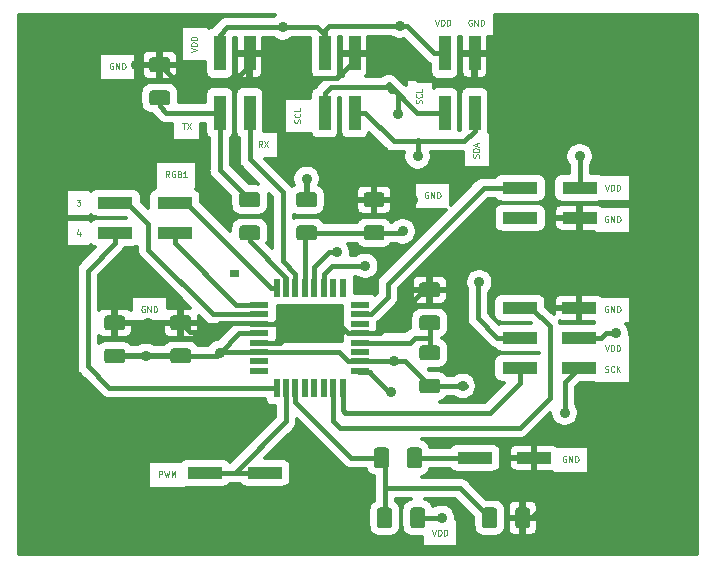
<source format=gbr>
G04 #@! TF.GenerationSoftware,KiCad,Pcbnew,(5.1.2)-2*
G04 #@! TF.CreationDate,2019-08-20T18:16:31+03:00*
G04 #@! TF.ProjectId,atmega328,61746d65-6761-4333-9238-2e6b69636164,rev?*
G04 #@! TF.SameCoordinates,Original*
G04 #@! TF.FileFunction,Copper,L1,Top*
G04 #@! TF.FilePolarity,Positive*
%FSLAX46Y46*%
G04 Gerber Fmt 4.6, Leading zero omitted, Abs format (unit mm)*
G04 Created by KiCad (PCBNEW (5.1.2)-2) date 2019-08-20 18:16:31*
%MOMM*%
%LPD*%
G04 APERTURE LIST*
%ADD10C,0.125000*%
%ADD11C,0.100000*%
%ADD12C,1.250000*%
%ADD13R,1.000000X3.000000*%
%ADD14R,3.000000X1.000000*%
%ADD15R,1.600000X0.550000*%
%ADD16R,0.550000X1.600000*%
%ADD17C,0.900000*%
%ADD18C,0.508000*%
%ADD19C,0.381000*%
%ADD20C,0.300000*%
G04 APERTURE END LIST*
D10*
X121507238Y-62122857D02*
X121507238Y-62456190D01*
X121388190Y-61932380D02*
X121269142Y-62289523D01*
X121578666Y-62289523D01*
X121245333Y-59416190D02*
X121554857Y-59416190D01*
X121388190Y-59606666D01*
X121459619Y-59606666D01*
X121507238Y-59630476D01*
X121531047Y-59654285D01*
X121554857Y-59701904D01*
X121554857Y-59820952D01*
X121531047Y-59868571D01*
X121507238Y-59892380D01*
X121459619Y-59916190D01*
X121316761Y-59916190D01*
X121269142Y-59892380D01*
X121245333Y-59868571D01*
X129083666Y-57503190D02*
X128917000Y-57265095D01*
X128797952Y-57503190D02*
X128797952Y-57003190D01*
X128988428Y-57003190D01*
X129036047Y-57027000D01*
X129059857Y-57050809D01*
X129083666Y-57098428D01*
X129083666Y-57169857D01*
X129059857Y-57217476D01*
X129036047Y-57241285D01*
X128988428Y-57265095D01*
X128797952Y-57265095D01*
X129559857Y-57027000D02*
X129512238Y-57003190D01*
X129440809Y-57003190D01*
X129369380Y-57027000D01*
X129321761Y-57074619D01*
X129297952Y-57122238D01*
X129274142Y-57217476D01*
X129274142Y-57288904D01*
X129297952Y-57384142D01*
X129321761Y-57431761D01*
X129369380Y-57479380D01*
X129440809Y-57503190D01*
X129488428Y-57503190D01*
X129559857Y-57479380D01*
X129583666Y-57455571D01*
X129583666Y-57288904D01*
X129488428Y-57288904D01*
X129964619Y-57241285D02*
X130036047Y-57265095D01*
X130059857Y-57288904D01*
X130083666Y-57336523D01*
X130083666Y-57407952D01*
X130059857Y-57455571D01*
X130036047Y-57479380D01*
X129988428Y-57503190D01*
X129797952Y-57503190D01*
X129797952Y-57003190D01*
X129964619Y-57003190D01*
X130012238Y-57027000D01*
X130036047Y-57050809D01*
X130059857Y-57098428D01*
X130059857Y-57146047D01*
X130036047Y-57193666D01*
X130012238Y-57217476D01*
X129964619Y-57241285D01*
X129797952Y-57241285D01*
X130559857Y-57503190D02*
X130274142Y-57503190D01*
X130417000Y-57503190D02*
X130417000Y-57003190D01*
X130369380Y-57074619D01*
X130321761Y-57122238D01*
X130274142Y-57146047D01*
X128202619Y-82903190D02*
X128202619Y-82403190D01*
X128393095Y-82403190D01*
X128440714Y-82427000D01*
X128464523Y-82450809D01*
X128488333Y-82498428D01*
X128488333Y-82569857D01*
X128464523Y-82617476D01*
X128440714Y-82641285D01*
X128393095Y-82665095D01*
X128202619Y-82665095D01*
X128655000Y-82403190D02*
X128774047Y-82903190D01*
X128869285Y-82546047D01*
X128964523Y-82903190D01*
X129083571Y-82403190D01*
X129274047Y-82903190D02*
X129274047Y-82403190D01*
X129440714Y-82760333D01*
X129607380Y-82403190D01*
X129607380Y-82903190D01*
X150443380Y-51268238D02*
X150467190Y-51196809D01*
X150467190Y-51077761D01*
X150443380Y-51030142D01*
X150419571Y-51006333D01*
X150371952Y-50982523D01*
X150324333Y-50982523D01*
X150276714Y-51006333D01*
X150252904Y-51030142D01*
X150229095Y-51077761D01*
X150205285Y-51173000D01*
X150181476Y-51220619D01*
X150157666Y-51244428D01*
X150110047Y-51268238D01*
X150062428Y-51268238D01*
X150014809Y-51244428D01*
X149991000Y-51220619D01*
X149967190Y-51173000D01*
X149967190Y-51053952D01*
X149991000Y-50982523D01*
X150419571Y-50482523D02*
X150443380Y-50506333D01*
X150467190Y-50577761D01*
X150467190Y-50625380D01*
X150443380Y-50696809D01*
X150395761Y-50744428D01*
X150348142Y-50768238D01*
X150252904Y-50792047D01*
X150181476Y-50792047D01*
X150086238Y-50768238D01*
X150038619Y-50744428D01*
X149991000Y-50696809D01*
X149967190Y-50625380D01*
X149967190Y-50577761D01*
X149991000Y-50506333D01*
X150014809Y-50482523D01*
X150467190Y-50030142D02*
X150467190Y-50268238D01*
X149967190Y-50268238D01*
X136949666Y-54963190D02*
X136783000Y-54725095D01*
X136663952Y-54963190D02*
X136663952Y-54463190D01*
X136854428Y-54463190D01*
X136902047Y-54487000D01*
X136925857Y-54510809D01*
X136949666Y-54558428D01*
X136949666Y-54629857D01*
X136925857Y-54677476D01*
X136902047Y-54701285D01*
X136854428Y-54725095D01*
X136663952Y-54725095D01*
X137116333Y-54463190D02*
X137449666Y-54963190D01*
X137449666Y-54463190D02*
X137116333Y-54963190D01*
X130175047Y-52939190D02*
X130460761Y-52939190D01*
X130317904Y-53439190D02*
X130317904Y-52939190D01*
X130579809Y-52939190D02*
X130913142Y-53439190D01*
X130913142Y-52939190D02*
X130579809Y-53439190D01*
X165981142Y-73989380D02*
X166052571Y-74013190D01*
X166171619Y-74013190D01*
X166219238Y-73989380D01*
X166243047Y-73965571D01*
X166266857Y-73917952D01*
X166266857Y-73870333D01*
X166243047Y-73822714D01*
X166219238Y-73798904D01*
X166171619Y-73775095D01*
X166076380Y-73751285D01*
X166028761Y-73727476D01*
X166004952Y-73703666D01*
X165981142Y-73656047D01*
X165981142Y-73608428D01*
X166004952Y-73560809D01*
X166028761Y-73537000D01*
X166076380Y-73513190D01*
X166195428Y-73513190D01*
X166266857Y-73537000D01*
X166766857Y-73965571D02*
X166743047Y-73989380D01*
X166671619Y-74013190D01*
X166624000Y-74013190D01*
X166552571Y-73989380D01*
X166504952Y-73941761D01*
X166481142Y-73894142D01*
X166457333Y-73798904D01*
X166457333Y-73727476D01*
X166481142Y-73632238D01*
X166504952Y-73584619D01*
X166552571Y-73537000D01*
X166624000Y-73513190D01*
X166671619Y-73513190D01*
X166743047Y-73537000D01*
X166766857Y-73560809D01*
X166981142Y-74013190D02*
X166981142Y-73513190D01*
X167266857Y-74013190D02*
X167052571Y-73727476D01*
X167266857Y-73513190D02*
X166981142Y-73798904D01*
X127000047Y-68457000D02*
X126952428Y-68433190D01*
X126881000Y-68433190D01*
X126809571Y-68457000D01*
X126761952Y-68504619D01*
X126738142Y-68552238D01*
X126714333Y-68647476D01*
X126714333Y-68718904D01*
X126738142Y-68814142D01*
X126761952Y-68861761D01*
X126809571Y-68909380D01*
X126881000Y-68933190D01*
X126928619Y-68933190D01*
X127000047Y-68909380D01*
X127023857Y-68885571D01*
X127023857Y-68718904D01*
X126928619Y-68718904D01*
X127238142Y-68933190D02*
X127238142Y-68433190D01*
X127523857Y-68933190D01*
X127523857Y-68433190D01*
X127761952Y-68933190D02*
X127761952Y-68433190D01*
X127881000Y-68433190D01*
X127952428Y-68457000D01*
X128000047Y-68504619D01*
X128023857Y-68552238D01*
X128047666Y-68647476D01*
X128047666Y-68718904D01*
X128023857Y-68814142D01*
X128000047Y-68861761D01*
X127952428Y-68909380D01*
X127881000Y-68933190D01*
X127761952Y-68933190D01*
X151003047Y-58805000D02*
X150955428Y-58781190D01*
X150884000Y-58781190D01*
X150812571Y-58805000D01*
X150764952Y-58852619D01*
X150741142Y-58900238D01*
X150717333Y-58995476D01*
X150717333Y-59066904D01*
X150741142Y-59162142D01*
X150764952Y-59209761D01*
X150812571Y-59257380D01*
X150884000Y-59281190D01*
X150931619Y-59281190D01*
X151003047Y-59257380D01*
X151026857Y-59233571D01*
X151026857Y-59066904D01*
X150931619Y-59066904D01*
X151241142Y-59281190D02*
X151241142Y-58781190D01*
X151526857Y-59281190D01*
X151526857Y-58781190D01*
X151764952Y-59281190D02*
X151764952Y-58781190D01*
X151884000Y-58781190D01*
X151955428Y-58805000D01*
X152003047Y-58852619D01*
X152026857Y-58900238D01*
X152050666Y-58995476D01*
X152050666Y-59066904D01*
X152026857Y-59162142D01*
X152003047Y-59209761D01*
X151955428Y-59257380D01*
X151884000Y-59281190D01*
X151764952Y-59281190D01*
X124333047Y-47883000D02*
X124285428Y-47859190D01*
X124214000Y-47859190D01*
X124142571Y-47883000D01*
X124094952Y-47930619D01*
X124071142Y-47978238D01*
X124047333Y-48073476D01*
X124047333Y-48144904D01*
X124071142Y-48240142D01*
X124094952Y-48287761D01*
X124142571Y-48335380D01*
X124214000Y-48359190D01*
X124261619Y-48359190D01*
X124333047Y-48335380D01*
X124356857Y-48311571D01*
X124356857Y-48144904D01*
X124261619Y-48144904D01*
X124571142Y-48359190D02*
X124571142Y-47859190D01*
X124856857Y-48359190D01*
X124856857Y-47859190D01*
X125094952Y-48359190D02*
X125094952Y-47859190D01*
X125214000Y-47859190D01*
X125285428Y-47883000D01*
X125333047Y-47930619D01*
X125356857Y-47978238D01*
X125380666Y-48073476D01*
X125380666Y-48144904D01*
X125356857Y-48240142D01*
X125333047Y-48287761D01*
X125285428Y-48335380D01*
X125214000Y-48359190D01*
X125094952Y-48359190D01*
X154686047Y-44200000D02*
X154638428Y-44176190D01*
X154567000Y-44176190D01*
X154495571Y-44200000D01*
X154447952Y-44247619D01*
X154424142Y-44295238D01*
X154400333Y-44390476D01*
X154400333Y-44461904D01*
X154424142Y-44557142D01*
X154447952Y-44604761D01*
X154495571Y-44652380D01*
X154567000Y-44676190D01*
X154614619Y-44676190D01*
X154686047Y-44652380D01*
X154709857Y-44628571D01*
X154709857Y-44461904D01*
X154614619Y-44461904D01*
X154924142Y-44676190D02*
X154924142Y-44176190D01*
X155209857Y-44676190D01*
X155209857Y-44176190D01*
X155447952Y-44676190D02*
X155447952Y-44176190D01*
X155567000Y-44176190D01*
X155638428Y-44200000D01*
X155686047Y-44247619D01*
X155709857Y-44295238D01*
X155733666Y-44390476D01*
X155733666Y-44461904D01*
X155709857Y-44557142D01*
X155686047Y-44604761D01*
X155638428Y-44652380D01*
X155567000Y-44676190D01*
X155447952Y-44676190D01*
X166243047Y-60837000D02*
X166195428Y-60813190D01*
X166124000Y-60813190D01*
X166052571Y-60837000D01*
X166004952Y-60884619D01*
X165981142Y-60932238D01*
X165957333Y-61027476D01*
X165957333Y-61098904D01*
X165981142Y-61194142D01*
X166004952Y-61241761D01*
X166052571Y-61289380D01*
X166124000Y-61313190D01*
X166171619Y-61313190D01*
X166243047Y-61289380D01*
X166266857Y-61265571D01*
X166266857Y-61098904D01*
X166171619Y-61098904D01*
X166481142Y-61313190D02*
X166481142Y-60813190D01*
X166766857Y-61313190D01*
X166766857Y-60813190D01*
X167004952Y-61313190D02*
X167004952Y-60813190D01*
X167124000Y-60813190D01*
X167195428Y-60837000D01*
X167243047Y-60884619D01*
X167266857Y-60932238D01*
X167290666Y-61027476D01*
X167290666Y-61098904D01*
X167266857Y-61194142D01*
X167243047Y-61241761D01*
X167195428Y-61289380D01*
X167124000Y-61313190D01*
X167004952Y-61313190D01*
X166243047Y-68457000D02*
X166195428Y-68433190D01*
X166124000Y-68433190D01*
X166052571Y-68457000D01*
X166004952Y-68504619D01*
X165981142Y-68552238D01*
X165957333Y-68647476D01*
X165957333Y-68718904D01*
X165981142Y-68814142D01*
X166004952Y-68861761D01*
X166052571Y-68909380D01*
X166124000Y-68933190D01*
X166171619Y-68933190D01*
X166243047Y-68909380D01*
X166266857Y-68885571D01*
X166266857Y-68718904D01*
X166171619Y-68718904D01*
X166481142Y-68933190D02*
X166481142Y-68433190D01*
X166766857Y-68933190D01*
X166766857Y-68433190D01*
X167004952Y-68933190D02*
X167004952Y-68433190D01*
X167124000Y-68433190D01*
X167195428Y-68457000D01*
X167243047Y-68504619D01*
X167266857Y-68552238D01*
X167290666Y-68647476D01*
X167290666Y-68718904D01*
X167266857Y-68814142D01*
X167243047Y-68861761D01*
X167195428Y-68909380D01*
X167124000Y-68933190D01*
X167004952Y-68933190D01*
X162687047Y-81157000D02*
X162639428Y-81133190D01*
X162568000Y-81133190D01*
X162496571Y-81157000D01*
X162448952Y-81204619D01*
X162425142Y-81252238D01*
X162401333Y-81347476D01*
X162401333Y-81418904D01*
X162425142Y-81514142D01*
X162448952Y-81561761D01*
X162496571Y-81609380D01*
X162568000Y-81633190D01*
X162615619Y-81633190D01*
X162687047Y-81609380D01*
X162710857Y-81585571D01*
X162710857Y-81418904D01*
X162615619Y-81418904D01*
X162925142Y-81633190D02*
X162925142Y-81133190D01*
X163210857Y-81633190D01*
X163210857Y-81133190D01*
X163448952Y-81633190D02*
X163448952Y-81133190D01*
X163568000Y-81133190D01*
X163639428Y-81157000D01*
X163687047Y-81204619D01*
X163710857Y-81252238D01*
X163734666Y-81347476D01*
X163734666Y-81418904D01*
X163710857Y-81514142D01*
X163687047Y-81561761D01*
X163639428Y-81609380D01*
X163568000Y-81633190D01*
X163448952Y-81633190D01*
X151606333Y-44176190D02*
X151773000Y-44676190D01*
X151939666Y-44176190D01*
X152106333Y-44676190D02*
X152106333Y-44176190D01*
X152225380Y-44176190D01*
X152296809Y-44200000D01*
X152344428Y-44247619D01*
X152368238Y-44295238D01*
X152392047Y-44390476D01*
X152392047Y-44461904D01*
X152368238Y-44557142D01*
X152344428Y-44604761D01*
X152296809Y-44652380D01*
X152225380Y-44676190D01*
X152106333Y-44676190D01*
X152606333Y-44676190D02*
X152606333Y-44176190D01*
X152725380Y-44176190D01*
X152796809Y-44200000D01*
X152844428Y-44247619D01*
X152868238Y-44295238D01*
X152892047Y-44390476D01*
X152892047Y-44461904D01*
X152868238Y-44557142D01*
X152844428Y-44604761D01*
X152796809Y-44652380D01*
X152725380Y-44676190D01*
X152606333Y-44676190D01*
X130917190Y-46894666D02*
X131417190Y-46728000D01*
X130917190Y-46561333D01*
X131417190Y-46394666D02*
X130917190Y-46394666D01*
X130917190Y-46275619D01*
X130941000Y-46204190D01*
X130988619Y-46156571D01*
X131036238Y-46132761D01*
X131131476Y-46108952D01*
X131202904Y-46108952D01*
X131298142Y-46132761D01*
X131345761Y-46156571D01*
X131393380Y-46204190D01*
X131417190Y-46275619D01*
X131417190Y-46394666D01*
X131417190Y-45894666D02*
X130917190Y-45894666D01*
X130917190Y-45775619D01*
X130941000Y-45704190D01*
X130988619Y-45656571D01*
X131036238Y-45632761D01*
X131131476Y-45608952D01*
X131202904Y-45608952D01*
X131298142Y-45632761D01*
X131345761Y-45656571D01*
X131393380Y-45704190D01*
X131417190Y-45775619D01*
X131417190Y-45894666D01*
X151352333Y-87356190D02*
X151519000Y-87856190D01*
X151685666Y-87356190D01*
X151852333Y-87856190D02*
X151852333Y-87356190D01*
X151971380Y-87356190D01*
X152042809Y-87380000D01*
X152090428Y-87427619D01*
X152114238Y-87475238D01*
X152138047Y-87570476D01*
X152138047Y-87641904D01*
X152114238Y-87737142D01*
X152090428Y-87784761D01*
X152042809Y-87832380D01*
X151971380Y-87856190D01*
X151852333Y-87856190D01*
X152352333Y-87856190D02*
X152352333Y-87356190D01*
X152471380Y-87356190D01*
X152542809Y-87380000D01*
X152590428Y-87427619D01*
X152614238Y-87475238D01*
X152638047Y-87570476D01*
X152638047Y-87641904D01*
X152614238Y-87737142D01*
X152590428Y-87784761D01*
X152542809Y-87832380D01*
X152471380Y-87856190D01*
X152352333Y-87856190D01*
X165957333Y-71735190D02*
X166124000Y-72235190D01*
X166290666Y-71735190D01*
X166457333Y-72235190D02*
X166457333Y-71735190D01*
X166576380Y-71735190D01*
X166647809Y-71759000D01*
X166695428Y-71806619D01*
X166719238Y-71854238D01*
X166743047Y-71949476D01*
X166743047Y-72020904D01*
X166719238Y-72116142D01*
X166695428Y-72163761D01*
X166647809Y-72211380D01*
X166576380Y-72235190D01*
X166457333Y-72235190D01*
X166957333Y-72235190D02*
X166957333Y-71735190D01*
X167076380Y-71735190D01*
X167147809Y-71759000D01*
X167195428Y-71806619D01*
X167219238Y-71854238D01*
X167243047Y-71949476D01*
X167243047Y-72020904D01*
X167219238Y-72116142D01*
X167195428Y-72163761D01*
X167147809Y-72211380D01*
X167076380Y-72235190D01*
X166957333Y-72235190D01*
X165957333Y-58146190D02*
X166124000Y-58646190D01*
X166290666Y-58146190D01*
X166457333Y-58646190D02*
X166457333Y-58146190D01*
X166576380Y-58146190D01*
X166647809Y-58170000D01*
X166695428Y-58217619D01*
X166719238Y-58265238D01*
X166743047Y-58360476D01*
X166743047Y-58431904D01*
X166719238Y-58527142D01*
X166695428Y-58574761D01*
X166647809Y-58622380D01*
X166576380Y-58646190D01*
X166457333Y-58646190D01*
X166957333Y-58646190D02*
X166957333Y-58146190D01*
X167076380Y-58146190D01*
X167147809Y-58170000D01*
X167195428Y-58217619D01*
X167219238Y-58265238D01*
X167243047Y-58360476D01*
X167243047Y-58431904D01*
X167219238Y-58527142D01*
X167195428Y-58574761D01*
X167147809Y-58622380D01*
X167076380Y-58646190D01*
X166957333Y-58646190D01*
X155269380Y-55852142D02*
X155293190Y-55780714D01*
X155293190Y-55661666D01*
X155269380Y-55614047D01*
X155245571Y-55590238D01*
X155197952Y-55566428D01*
X155150333Y-55566428D01*
X155102714Y-55590238D01*
X155078904Y-55614047D01*
X155055095Y-55661666D01*
X155031285Y-55756904D01*
X155007476Y-55804523D01*
X154983666Y-55828333D01*
X154936047Y-55852142D01*
X154888428Y-55852142D01*
X154840809Y-55828333D01*
X154817000Y-55804523D01*
X154793190Y-55756904D01*
X154793190Y-55637857D01*
X154817000Y-55566428D01*
X155293190Y-55352142D02*
X154793190Y-55352142D01*
X154793190Y-55233095D01*
X154817000Y-55161666D01*
X154864619Y-55114047D01*
X154912238Y-55090238D01*
X155007476Y-55066428D01*
X155078904Y-55066428D01*
X155174142Y-55090238D01*
X155221761Y-55114047D01*
X155269380Y-55161666D01*
X155293190Y-55233095D01*
X155293190Y-55352142D01*
X155150333Y-54875952D02*
X155150333Y-54637857D01*
X155293190Y-54923571D02*
X154793190Y-54756904D01*
X155293190Y-54590238D01*
X140156380Y-52919238D02*
X140180190Y-52847809D01*
X140180190Y-52728761D01*
X140156380Y-52681142D01*
X140132571Y-52657333D01*
X140084952Y-52633523D01*
X140037333Y-52633523D01*
X139989714Y-52657333D01*
X139965904Y-52681142D01*
X139942095Y-52728761D01*
X139918285Y-52824000D01*
X139894476Y-52871619D01*
X139870666Y-52895428D01*
X139823047Y-52919238D01*
X139775428Y-52919238D01*
X139727809Y-52895428D01*
X139704000Y-52871619D01*
X139680190Y-52824000D01*
X139680190Y-52704952D01*
X139704000Y-52633523D01*
X140132571Y-52133523D02*
X140156380Y-52157333D01*
X140180190Y-52228761D01*
X140180190Y-52276380D01*
X140156380Y-52347809D01*
X140108761Y-52395428D01*
X140061142Y-52419238D01*
X139965904Y-52443047D01*
X139894476Y-52443047D01*
X139799238Y-52419238D01*
X139751619Y-52395428D01*
X139704000Y-52347809D01*
X139680190Y-52276380D01*
X139680190Y-52228761D01*
X139704000Y-52157333D01*
X139727809Y-52133523D01*
X140180190Y-51681142D02*
X140180190Y-51919238D01*
X139680190Y-51919238D01*
D11*
G36*
X134874000Y-65913000D02*
G01*
X134239000Y-65913000D01*
X134239000Y-65405000D01*
X134874000Y-65405000D01*
X134874000Y-65913000D01*
G37*
X134874000Y-65913000D02*
X134239000Y-65913000D01*
X134239000Y-65405000D01*
X134874000Y-65405000D01*
X134874000Y-65913000D01*
G36*
X130696458Y-69221234D02*
G01*
X130720727Y-69224834D01*
X130744525Y-69230795D01*
X130767625Y-69239060D01*
X130789803Y-69249550D01*
X130810847Y-69262163D01*
X130830552Y-69276777D01*
X130848731Y-69293253D01*
X130865207Y-69311432D01*
X130879821Y-69331137D01*
X130892434Y-69352181D01*
X130902924Y-69374359D01*
X130911189Y-69397459D01*
X130917150Y-69421257D01*
X130920750Y-69445526D01*
X130921954Y-69470030D01*
X130921954Y-70220030D01*
X130920750Y-70244534D01*
X130917150Y-70268803D01*
X130911189Y-70292601D01*
X130902924Y-70315701D01*
X130892434Y-70337879D01*
X130879821Y-70358923D01*
X130865207Y-70378628D01*
X130848731Y-70396807D01*
X130830552Y-70413283D01*
X130810847Y-70427897D01*
X130789803Y-70440510D01*
X130767625Y-70451000D01*
X130744525Y-70459265D01*
X130720727Y-70465226D01*
X130696458Y-70468826D01*
X130671954Y-70470030D01*
X129421954Y-70470030D01*
X129397450Y-70468826D01*
X129373181Y-70465226D01*
X129349383Y-70459265D01*
X129326283Y-70451000D01*
X129304105Y-70440510D01*
X129283061Y-70427897D01*
X129263356Y-70413283D01*
X129245177Y-70396807D01*
X129228701Y-70378628D01*
X129214087Y-70358923D01*
X129201474Y-70337879D01*
X129190984Y-70315701D01*
X129182719Y-70292601D01*
X129176758Y-70268803D01*
X129173158Y-70244534D01*
X129171954Y-70220030D01*
X129171954Y-69470030D01*
X129173158Y-69445526D01*
X129176758Y-69421257D01*
X129182719Y-69397459D01*
X129190984Y-69374359D01*
X129201474Y-69352181D01*
X129214087Y-69331137D01*
X129228701Y-69311432D01*
X129245177Y-69293253D01*
X129263356Y-69276777D01*
X129283061Y-69262163D01*
X129304105Y-69249550D01*
X129326283Y-69239060D01*
X129349383Y-69230795D01*
X129373181Y-69224834D01*
X129397450Y-69221234D01*
X129421954Y-69220030D01*
X130671954Y-69220030D01*
X130696458Y-69221234D01*
X130696458Y-69221234D01*
G37*
D12*
X130046954Y-69845030D03*
D11*
G36*
X130696458Y-72021234D02*
G01*
X130720727Y-72024834D01*
X130744525Y-72030795D01*
X130767625Y-72039060D01*
X130789803Y-72049550D01*
X130810847Y-72062163D01*
X130830552Y-72076777D01*
X130848731Y-72093253D01*
X130865207Y-72111432D01*
X130879821Y-72131137D01*
X130892434Y-72152181D01*
X130902924Y-72174359D01*
X130911189Y-72197459D01*
X130917150Y-72221257D01*
X130920750Y-72245526D01*
X130921954Y-72270030D01*
X130921954Y-73020030D01*
X130920750Y-73044534D01*
X130917150Y-73068803D01*
X130911189Y-73092601D01*
X130902924Y-73115701D01*
X130892434Y-73137879D01*
X130879821Y-73158923D01*
X130865207Y-73178628D01*
X130848731Y-73196807D01*
X130830552Y-73213283D01*
X130810847Y-73227897D01*
X130789803Y-73240510D01*
X130767625Y-73251000D01*
X130744525Y-73259265D01*
X130720727Y-73265226D01*
X130696458Y-73268826D01*
X130671954Y-73270030D01*
X129421954Y-73270030D01*
X129397450Y-73268826D01*
X129373181Y-73265226D01*
X129349383Y-73259265D01*
X129326283Y-73251000D01*
X129304105Y-73240510D01*
X129283061Y-73227897D01*
X129263356Y-73213283D01*
X129245177Y-73196807D01*
X129228701Y-73178628D01*
X129214087Y-73158923D01*
X129201474Y-73137879D01*
X129190984Y-73115701D01*
X129182719Y-73092601D01*
X129176758Y-73068803D01*
X129173158Y-73044534D01*
X129171954Y-73020030D01*
X129171954Y-72270030D01*
X129173158Y-72245526D01*
X129176758Y-72221257D01*
X129182719Y-72197459D01*
X129190984Y-72174359D01*
X129201474Y-72152181D01*
X129214087Y-72131137D01*
X129228701Y-72111432D01*
X129245177Y-72093253D01*
X129263356Y-72076777D01*
X129283061Y-72062163D01*
X129304105Y-72049550D01*
X129326283Y-72039060D01*
X129349383Y-72030795D01*
X129373181Y-72024834D01*
X129397450Y-72021234D01*
X129421954Y-72020030D01*
X130671954Y-72020030D01*
X130696458Y-72021234D01*
X130696458Y-72021234D01*
G37*
D12*
X130046954Y-72645030D03*
D11*
G36*
X125109504Y-69226204D02*
G01*
X125133773Y-69229804D01*
X125157571Y-69235765D01*
X125180671Y-69244030D01*
X125202849Y-69254520D01*
X125223893Y-69267133D01*
X125243598Y-69281747D01*
X125261777Y-69298223D01*
X125278253Y-69316402D01*
X125292867Y-69336107D01*
X125305480Y-69357151D01*
X125315970Y-69379329D01*
X125324235Y-69402429D01*
X125330196Y-69426227D01*
X125333796Y-69450496D01*
X125335000Y-69475000D01*
X125335000Y-70225000D01*
X125333796Y-70249504D01*
X125330196Y-70273773D01*
X125324235Y-70297571D01*
X125315970Y-70320671D01*
X125305480Y-70342849D01*
X125292867Y-70363893D01*
X125278253Y-70383598D01*
X125261777Y-70401777D01*
X125243598Y-70418253D01*
X125223893Y-70432867D01*
X125202849Y-70445480D01*
X125180671Y-70455970D01*
X125157571Y-70464235D01*
X125133773Y-70470196D01*
X125109504Y-70473796D01*
X125085000Y-70475000D01*
X123835000Y-70475000D01*
X123810496Y-70473796D01*
X123786227Y-70470196D01*
X123762429Y-70464235D01*
X123739329Y-70455970D01*
X123717151Y-70445480D01*
X123696107Y-70432867D01*
X123676402Y-70418253D01*
X123658223Y-70401777D01*
X123641747Y-70383598D01*
X123627133Y-70363893D01*
X123614520Y-70342849D01*
X123604030Y-70320671D01*
X123595765Y-70297571D01*
X123589804Y-70273773D01*
X123586204Y-70249504D01*
X123585000Y-70225000D01*
X123585000Y-69475000D01*
X123586204Y-69450496D01*
X123589804Y-69426227D01*
X123595765Y-69402429D01*
X123604030Y-69379329D01*
X123614520Y-69357151D01*
X123627133Y-69336107D01*
X123641747Y-69316402D01*
X123658223Y-69298223D01*
X123676402Y-69281747D01*
X123696107Y-69267133D01*
X123717151Y-69254520D01*
X123739329Y-69244030D01*
X123762429Y-69235765D01*
X123786227Y-69229804D01*
X123810496Y-69226204D01*
X123835000Y-69225000D01*
X125085000Y-69225000D01*
X125109504Y-69226204D01*
X125109504Y-69226204D01*
G37*
D12*
X124460000Y-69850000D03*
D11*
G36*
X125109504Y-72026204D02*
G01*
X125133773Y-72029804D01*
X125157571Y-72035765D01*
X125180671Y-72044030D01*
X125202849Y-72054520D01*
X125223893Y-72067133D01*
X125243598Y-72081747D01*
X125261777Y-72098223D01*
X125278253Y-72116402D01*
X125292867Y-72136107D01*
X125305480Y-72157151D01*
X125315970Y-72179329D01*
X125324235Y-72202429D01*
X125330196Y-72226227D01*
X125333796Y-72250496D01*
X125335000Y-72275000D01*
X125335000Y-73025000D01*
X125333796Y-73049504D01*
X125330196Y-73073773D01*
X125324235Y-73097571D01*
X125315970Y-73120671D01*
X125305480Y-73142849D01*
X125292867Y-73163893D01*
X125278253Y-73183598D01*
X125261777Y-73201777D01*
X125243598Y-73218253D01*
X125223893Y-73232867D01*
X125202849Y-73245480D01*
X125180671Y-73255970D01*
X125157571Y-73264235D01*
X125133773Y-73270196D01*
X125109504Y-73273796D01*
X125085000Y-73275000D01*
X123835000Y-73275000D01*
X123810496Y-73273796D01*
X123786227Y-73270196D01*
X123762429Y-73264235D01*
X123739329Y-73255970D01*
X123717151Y-73245480D01*
X123696107Y-73232867D01*
X123676402Y-73218253D01*
X123658223Y-73201777D01*
X123641747Y-73183598D01*
X123627133Y-73163893D01*
X123614520Y-73142849D01*
X123604030Y-73120671D01*
X123595765Y-73097571D01*
X123589804Y-73073773D01*
X123586204Y-73049504D01*
X123585000Y-73025000D01*
X123585000Y-72275000D01*
X123586204Y-72250496D01*
X123589804Y-72226227D01*
X123595765Y-72202429D01*
X123604030Y-72179329D01*
X123614520Y-72157151D01*
X123627133Y-72136107D01*
X123641747Y-72116402D01*
X123658223Y-72098223D01*
X123676402Y-72081747D01*
X123696107Y-72067133D01*
X123717151Y-72054520D01*
X123739329Y-72044030D01*
X123762429Y-72035765D01*
X123786227Y-72029804D01*
X123810496Y-72026204D01*
X123835000Y-72025000D01*
X125085000Y-72025000D01*
X125109504Y-72026204D01*
X125109504Y-72026204D01*
G37*
D12*
X124460000Y-72650000D03*
D11*
G36*
X147080504Y-58806204D02*
G01*
X147104773Y-58809804D01*
X147128571Y-58815765D01*
X147151671Y-58824030D01*
X147173849Y-58834520D01*
X147194893Y-58847133D01*
X147214598Y-58861747D01*
X147232777Y-58878223D01*
X147249253Y-58896402D01*
X147263867Y-58916107D01*
X147276480Y-58937151D01*
X147286970Y-58959329D01*
X147295235Y-58982429D01*
X147301196Y-59006227D01*
X147304796Y-59030496D01*
X147306000Y-59055000D01*
X147306000Y-59805000D01*
X147304796Y-59829504D01*
X147301196Y-59853773D01*
X147295235Y-59877571D01*
X147286970Y-59900671D01*
X147276480Y-59922849D01*
X147263867Y-59943893D01*
X147249253Y-59963598D01*
X147232777Y-59981777D01*
X147214598Y-59998253D01*
X147194893Y-60012867D01*
X147173849Y-60025480D01*
X147151671Y-60035970D01*
X147128571Y-60044235D01*
X147104773Y-60050196D01*
X147080504Y-60053796D01*
X147056000Y-60055000D01*
X145806000Y-60055000D01*
X145781496Y-60053796D01*
X145757227Y-60050196D01*
X145733429Y-60044235D01*
X145710329Y-60035970D01*
X145688151Y-60025480D01*
X145667107Y-60012867D01*
X145647402Y-59998253D01*
X145629223Y-59981777D01*
X145612747Y-59963598D01*
X145598133Y-59943893D01*
X145585520Y-59922849D01*
X145575030Y-59900671D01*
X145566765Y-59877571D01*
X145560804Y-59853773D01*
X145557204Y-59829504D01*
X145556000Y-59805000D01*
X145556000Y-59055000D01*
X145557204Y-59030496D01*
X145560804Y-59006227D01*
X145566765Y-58982429D01*
X145575030Y-58959329D01*
X145585520Y-58937151D01*
X145598133Y-58916107D01*
X145612747Y-58896402D01*
X145629223Y-58878223D01*
X145647402Y-58861747D01*
X145667107Y-58847133D01*
X145688151Y-58834520D01*
X145710329Y-58824030D01*
X145733429Y-58815765D01*
X145757227Y-58809804D01*
X145781496Y-58806204D01*
X145806000Y-58805000D01*
X147056000Y-58805000D01*
X147080504Y-58806204D01*
X147080504Y-58806204D01*
G37*
D12*
X146431000Y-59430000D03*
D11*
G36*
X147080504Y-61606204D02*
G01*
X147104773Y-61609804D01*
X147128571Y-61615765D01*
X147151671Y-61624030D01*
X147173849Y-61634520D01*
X147194893Y-61647133D01*
X147214598Y-61661747D01*
X147232777Y-61678223D01*
X147249253Y-61696402D01*
X147263867Y-61716107D01*
X147276480Y-61737151D01*
X147286970Y-61759329D01*
X147295235Y-61782429D01*
X147301196Y-61806227D01*
X147304796Y-61830496D01*
X147306000Y-61855000D01*
X147306000Y-62605000D01*
X147304796Y-62629504D01*
X147301196Y-62653773D01*
X147295235Y-62677571D01*
X147286970Y-62700671D01*
X147276480Y-62722849D01*
X147263867Y-62743893D01*
X147249253Y-62763598D01*
X147232777Y-62781777D01*
X147214598Y-62798253D01*
X147194893Y-62812867D01*
X147173849Y-62825480D01*
X147151671Y-62835970D01*
X147128571Y-62844235D01*
X147104773Y-62850196D01*
X147080504Y-62853796D01*
X147056000Y-62855000D01*
X145806000Y-62855000D01*
X145781496Y-62853796D01*
X145757227Y-62850196D01*
X145733429Y-62844235D01*
X145710329Y-62835970D01*
X145688151Y-62825480D01*
X145667107Y-62812867D01*
X145647402Y-62798253D01*
X145629223Y-62781777D01*
X145612747Y-62763598D01*
X145598133Y-62743893D01*
X145585520Y-62722849D01*
X145575030Y-62700671D01*
X145566765Y-62677571D01*
X145560804Y-62653773D01*
X145557204Y-62629504D01*
X145556000Y-62605000D01*
X145556000Y-61855000D01*
X145557204Y-61830496D01*
X145560804Y-61806227D01*
X145566765Y-61782429D01*
X145575030Y-61759329D01*
X145585520Y-61737151D01*
X145598133Y-61716107D01*
X145612747Y-61696402D01*
X145629223Y-61678223D01*
X145647402Y-61661747D01*
X145667107Y-61647133D01*
X145688151Y-61634520D01*
X145710329Y-61624030D01*
X145733429Y-61615765D01*
X145757227Y-61609804D01*
X145781496Y-61606204D01*
X145806000Y-61605000D01*
X147056000Y-61605000D01*
X147080504Y-61606204D01*
X147080504Y-61606204D01*
G37*
D12*
X146431000Y-62230000D03*
D11*
G36*
X156609504Y-85486204D02*
G01*
X156633773Y-85489804D01*
X156657571Y-85495765D01*
X156680671Y-85504030D01*
X156702849Y-85514520D01*
X156723893Y-85527133D01*
X156743598Y-85541747D01*
X156761777Y-85558223D01*
X156778253Y-85576402D01*
X156792867Y-85596107D01*
X156805480Y-85617151D01*
X156815970Y-85639329D01*
X156824235Y-85662429D01*
X156830196Y-85686227D01*
X156833796Y-85710496D01*
X156835000Y-85735000D01*
X156835000Y-86985000D01*
X156833796Y-87009504D01*
X156830196Y-87033773D01*
X156824235Y-87057571D01*
X156815970Y-87080671D01*
X156805480Y-87102849D01*
X156792867Y-87123893D01*
X156778253Y-87143598D01*
X156761777Y-87161777D01*
X156743598Y-87178253D01*
X156723893Y-87192867D01*
X156702849Y-87205480D01*
X156680671Y-87215970D01*
X156657571Y-87224235D01*
X156633773Y-87230196D01*
X156609504Y-87233796D01*
X156585000Y-87235000D01*
X155835000Y-87235000D01*
X155810496Y-87233796D01*
X155786227Y-87230196D01*
X155762429Y-87224235D01*
X155739329Y-87215970D01*
X155717151Y-87205480D01*
X155696107Y-87192867D01*
X155676402Y-87178253D01*
X155658223Y-87161777D01*
X155641747Y-87143598D01*
X155627133Y-87123893D01*
X155614520Y-87102849D01*
X155604030Y-87080671D01*
X155595765Y-87057571D01*
X155589804Y-87033773D01*
X155586204Y-87009504D01*
X155585000Y-86985000D01*
X155585000Y-85735000D01*
X155586204Y-85710496D01*
X155589804Y-85686227D01*
X155595765Y-85662429D01*
X155604030Y-85639329D01*
X155614520Y-85617151D01*
X155627133Y-85596107D01*
X155641747Y-85576402D01*
X155658223Y-85558223D01*
X155676402Y-85541747D01*
X155696107Y-85527133D01*
X155717151Y-85514520D01*
X155739329Y-85504030D01*
X155762429Y-85495765D01*
X155786227Y-85489804D01*
X155810496Y-85486204D01*
X155835000Y-85485000D01*
X156585000Y-85485000D01*
X156609504Y-85486204D01*
X156609504Y-85486204D01*
G37*
D12*
X156210000Y-86360000D03*
D11*
G36*
X159409504Y-85486204D02*
G01*
X159433773Y-85489804D01*
X159457571Y-85495765D01*
X159480671Y-85504030D01*
X159502849Y-85514520D01*
X159523893Y-85527133D01*
X159543598Y-85541747D01*
X159561777Y-85558223D01*
X159578253Y-85576402D01*
X159592867Y-85596107D01*
X159605480Y-85617151D01*
X159615970Y-85639329D01*
X159624235Y-85662429D01*
X159630196Y-85686227D01*
X159633796Y-85710496D01*
X159635000Y-85735000D01*
X159635000Y-86985000D01*
X159633796Y-87009504D01*
X159630196Y-87033773D01*
X159624235Y-87057571D01*
X159615970Y-87080671D01*
X159605480Y-87102849D01*
X159592867Y-87123893D01*
X159578253Y-87143598D01*
X159561777Y-87161777D01*
X159543598Y-87178253D01*
X159523893Y-87192867D01*
X159502849Y-87205480D01*
X159480671Y-87215970D01*
X159457571Y-87224235D01*
X159433773Y-87230196D01*
X159409504Y-87233796D01*
X159385000Y-87235000D01*
X158635000Y-87235000D01*
X158610496Y-87233796D01*
X158586227Y-87230196D01*
X158562429Y-87224235D01*
X158539329Y-87215970D01*
X158517151Y-87205480D01*
X158496107Y-87192867D01*
X158476402Y-87178253D01*
X158458223Y-87161777D01*
X158441747Y-87143598D01*
X158427133Y-87123893D01*
X158414520Y-87102849D01*
X158404030Y-87080671D01*
X158395765Y-87057571D01*
X158389804Y-87033773D01*
X158386204Y-87009504D01*
X158385000Y-86985000D01*
X158385000Y-85735000D01*
X158386204Y-85710496D01*
X158389804Y-85686227D01*
X158395765Y-85662429D01*
X158404030Y-85639329D01*
X158414520Y-85617151D01*
X158427133Y-85596107D01*
X158441747Y-85576402D01*
X158458223Y-85558223D01*
X158476402Y-85541747D01*
X158496107Y-85527133D01*
X158517151Y-85514520D01*
X158539329Y-85504030D01*
X158562429Y-85495765D01*
X158586227Y-85489804D01*
X158610496Y-85486204D01*
X158635000Y-85485000D01*
X159385000Y-85485000D01*
X159409504Y-85486204D01*
X159409504Y-85486204D01*
G37*
D12*
X159010000Y-86360000D03*
D13*
X142240000Y-47030000D03*
X142240000Y-52070000D03*
X144780000Y-47030000D03*
X144780000Y-52070000D03*
X154940000Y-52070000D03*
X154940000Y-47030000D03*
X152400000Y-52070000D03*
X152400000Y-47030000D03*
D14*
X129540000Y-59690000D03*
X124500000Y-59690000D03*
X129540000Y-62230000D03*
X124500000Y-62230000D03*
D13*
X135890000Y-52070000D03*
X135890000Y-47030000D03*
X133350000Y-52070000D03*
X133350000Y-47030000D03*
D14*
X137160000Y-82550000D03*
X132120000Y-82550000D03*
X154940000Y-81280000D03*
X159980000Y-81280000D03*
X163830000Y-58420000D03*
X158790000Y-58420000D03*
X163830000Y-60960000D03*
X158790000Y-60960000D03*
X158750000Y-73660000D03*
X163790000Y-73660000D03*
X158750000Y-71120000D03*
X163790000Y-71120000D03*
X158750000Y-68580000D03*
X163790000Y-68580000D03*
D11*
G36*
X141365504Y-61606204D02*
G01*
X141389773Y-61609804D01*
X141413571Y-61615765D01*
X141436671Y-61624030D01*
X141458849Y-61634520D01*
X141479893Y-61647133D01*
X141499598Y-61661747D01*
X141517777Y-61678223D01*
X141534253Y-61696402D01*
X141548867Y-61716107D01*
X141561480Y-61737151D01*
X141571970Y-61759329D01*
X141580235Y-61782429D01*
X141586196Y-61806227D01*
X141589796Y-61830496D01*
X141591000Y-61855000D01*
X141591000Y-62605000D01*
X141589796Y-62629504D01*
X141586196Y-62653773D01*
X141580235Y-62677571D01*
X141571970Y-62700671D01*
X141561480Y-62722849D01*
X141548867Y-62743893D01*
X141534253Y-62763598D01*
X141517777Y-62781777D01*
X141499598Y-62798253D01*
X141479893Y-62812867D01*
X141458849Y-62825480D01*
X141436671Y-62835970D01*
X141413571Y-62844235D01*
X141389773Y-62850196D01*
X141365504Y-62853796D01*
X141341000Y-62855000D01*
X140091000Y-62855000D01*
X140066496Y-62853796D01*
X140042227Y-62850196D01*
X140018429Y-62844235D01*
X139995329Y-62835970D01*
X139973151Y-62825480D01*
X139952107Y-62812867D01*
X139932402Y-62798253D01*
X139914223Y-62781777D01*
X139897747Y-62763598D01*
X139883133Y-62743893D01*
X139870520Y-62722849D01*
X139860030Y-62700671D01*
X139851765Y-62677571D01*
X139845804Y-62653773D01*
X139842204Y-62629504D01*
X139841000Y-62605000D01*
X139841000Y-61855000D01*
X139842204Y-61830496D01*
X139845804Y-61806227D01*
X139851765Y-61782429D01*
X139860030Y-61759329D01*
X139870520Y-61737151D01*
X139883133Y-61716107D01*
X139897747Y-61696402D01*
X139914223Y-61678223D01*
X139932402Y-61661747D01*
X139952107Y-61647133D01*
X139973151Y-61634520D01*
X139995329Y-61624030D01*
X140018429Y-61615765D01*
X140042227Y-61609804D01*
X140066496Y-61606204D01*
X140091000Y-61605000D01*
X141341000Y-61605000D01*
X141365504Y-61606204D01*
X141365504Y-61606204D01*
G37*
D12*
X140716000Y-62230000D03*
D11*
G36*
X141365504Y-58806204D02*
G01*
X141389773Y-58809804D01*
X141413571Y-58815765D01*
X141436671Y-58824030D01*
X141458849Y-58834520D01*
X141479893Y-58847133D01*
X141499598Y-58861747D01*
X141517777Y-58878223D01*
X141534253Y-58896402D01*
X141548867Y-58916107D01*
X141561480Y-58937151D01*
X141571970Y-58959329D01*
X141580235Y-58982429D01*
X141586196Y-59006227D01*
X141589796Y-59030496D01*
X141591000Y-59055000D01*
X141591000Y-59805000D01*
X141589796Y-59829504D01*
X141586196Y-59853773D01*
X141580235Y-59877571D01*
X141571970Y-59900671D01*
X141561480Y-59922849D01*
X141548867Y-59943893D01*
X141534253Y-59963598D01*
X141517777Y-59981777D01*
X141499598Y-59998253D01*
X141479893Y-60012867D01*
X141458849Y-60025480D01*
X141436671Y-60035970D01*
X141413571Y-60044235D01*
X141389773Y-60050196D01*
X141365504Y-60053796D01*
X141341000Y-60055000D01*
X140091000Y-60055000D01*
X140066496Y-60053796D01*
X140042227Y-60050196D01*
X140018429Y-60044235D01*
X139995329Y-60035970D01*
X139973151Y-60025480D01*
X139952107Y-60012867D01*
X139932402Y-59998253D01*
X139914223Y-59981777D01*
X139897747Y-59963598D01*
X139883133Y-59943893D01*
X139870520Y-59922849D01*
X139860030Y-59900671D01*
X139851765Y-59877571D01*
X139845804Y-59853773D01*
X139842204Y-59829504D01*
X139841000Y-59805000D01*
X139841000Y-59055000D01*
X139842204Y-59030496D01*
X139845804Y-59006227D01*
X139851765Y-58982429D01*
X139860030Y-58959329D01*
X139870520Y-58937151D01*
X139883133Y-58916107D01*
X139897747Y-58896402D01*
X139914223Y-58878223D01*
X139932402Y-58861747D01*
X139952107Y-58847133D01*
X139973151Y-58834520D01*
X139995329Y-58824030D01*
X140018429Y-58815765D01*
X140042227Y-58809804D01*
X140066496Y-58806204D01*
X140091000Y-58805000D01*
X141341000Y-58805000D01*
X141365504Y-58806204D01*
X141365504Y-58806204D01*
G37*
D12*
X140716000Y-59430000D03*
D11*
G36*
X151779504Y-74566204D02*
G01*
X151803773Y-74569804D01*
X151827571Y-74575765D01*
X151850671Y-74584030D01*
X151872849Y-74594520D01*
X151893893Y-74607133D01*
X151913598Y-74621747D01*
X151931777Y-74638223D01*
X151948253Y-74656402D01*
X151962867Y-74676107D01*
X151975480Y-74697151D01*
X151985970Y-74719329D01*
X151994235Y-74742429D01*
X152000196Y-74766227D01*
X152003796Y-74790496D01*
X152005000Y-74815000D01*
X152005000Y-75565000D01*
X152003796Y-75589504D01*
X152000196Y-75613773D01*
X151994235Y-75637571D01*
X151985970Y-75660671D01*
X151975480Y-75682849D01*
X151962867Y-75703893D01*
X151948253Y-75723598D01*
X151931777Y-75741777D01*
X151913598Y-75758253D01*
X151893893Y-75772867D01*
X151872849Y-75785480D01*
X151850671Y-75795970D01*
X151827571Y-75804235D01*
X151803773Y-75810196D01*
X151779504Y-75813796D01*
X151755000Y-75815000D01*
X150505000Y-75815000D01*
X150480496Y-75813796D01*
X150456227Y-75810196D01*
X150432429Y-75804235D01*
X150409329Y-75795970D01*
X150387151Y-75785480D01*
X150366107Y-75772867D01*
X150346402Y-75758253D01*
X150328223Y-75741777D01*
X150311747Y-75723598D01*
X150297133Y-75703893D01*
X150284520Y-75682849D01*
X150274030Y-75660671D01*
X150265765Y-75637571D01*
X150259804Y-75613773D01*
X150256204Y-75589504D01*
X150255000Y-75565000D01*
X150255000Y-74815000D01*
X150256204Y-74790496D01*
X150259804Y-74766227D01*
X150265765Y-74742429D01*
X150274030Y-74719329D01*
X150284520Y-74697151D01*
X150297133Y-74676107D01*
X150311747Y-74656402D01*
X150328223Y-74638223D01*
X150346402Y-74621747D01*
X150366107Y-74607133D01*
X150387151Y-74594520D01*
X150409329Y-74584030D01*
X150432429Y-74575765D01*
X150456227Y-74569804D01*
X150480496Y-74566204D01*
X150505000Y-74565000D01*
X151755000Y-74565000D01*
X151779504Y-74566204D01*
X151779504Y-74566204D01*
G37*
D12*
X151130000Y-75190000D03*
D11*
G36*
X151779504Y-71766204D02*
G01*
X151803773Y-71769804D01*
X151827571Y-71775765D01*
X151850671Y-71784030D01*
X151872849Y-71794520D01*
X151893893Y-71807133D01*
X151913598Y-71821747D01*
X151931777Y-71838223D01*
X151948253Y-71856402D01*
X151962867Y-71876107D01*
X151975480Y-71897151D01*
X151985970Y-71919329D01*
X151994235Y-71942429D01*
X152000196Y-71966227D01*
X152003796Y-71990496D01*
X152005000Y-72015000D01*
X152005000Y-72765000D01*
X152003796Y-72789504D01*
X152000196Y-72813773D01*
X151994235Y-72837571D01*
X151985970Y-72860671D01*
X151975480Y-72882849D01*
X151962867Y-72903893D01*
X151948253Y-72923598D01*
X151931777Y-72941777D01*
X151913598Y-72958253D01*
X151893893Y-72972867D01*
X151872849Y-72985480D01*
X151850671Y-72995970D01*
X151827571Y-73004235D01*
X151803773Y-73010196D01*
X151779504Y-73013796D01*
X151755000Y-73015000D01*
X150505000Y-73015000D01*
X150480496Y-73013796D01*
X150456227Y-73010196D01*
X150432429Y-73004235D01*
X150409329Y-72995970D01*
X150387151Y-72985480D01*
X150366107Y-72972867D01*
X150346402Y-72958253D01*
X150328223Y-72941777D01*
X150311747Y-72923598D01*
X150297133Y-72903893D01*
X150284520Y-72882849D01*
X150274030Y-72860671D01*
X150265765Y-72837571D01*
X150259804Y-72813773D01*
X150256204Y-72789504D01*
X150255000Y-72765000D01*
X150255000Y-72015000D01*
X150256204Y-71990496D01*
X150259804Y-71966227D01*
X150265765Y-71942429D01*
X150274030Y-71919329D01*
X150284520Y-71897151D01*
X150297133Y-71876107D01*
X150311747Y-71856402D01*
X150328223Y-71838223D01*
X150346402Y-71821747D01*
X150366107Y-71807133D01*
X150387151Y-71794520D01*
X150409329Y-71784030D01*
X150432429Y-71775765D01*
X150456227Y-71769804D01*
X150480496Y-71766204D01*
X150505000Y-71765000D01*
X151755000Y-71765000D01*
X151779504Y-71766204D01*
X151779504Y-71766204D01*
G37*
D12*
X151130000Y-72390000D03*
D11*
G36*
X151779504Y-66426204D02*
G01*
X151803773Y-66429804D01*
X151827571Y-66435765D01*
X151850671Y-66444030D01*
X151872849Y-66454520D01*
X151893893Y-66467133D01*
X151913598Y-66481747D01*
X151931777Y-66498223D01*
X151948253Y-66516402D01*
X151962867Y-66536107D01*
X151975480Y-66557151D01*
X151985970Y-66579329D01*
X151994235Y-66602429D01*
X152000196Y-66626227D01*
X152003796Y-66650496D01*
X152005000Y-66675000D01*
X152005000Y-67425000D01*
X152003796Y-67449504D01*
X152000196Y-67473773D01*
X151994235Y-67497571D01*
X151985970Y-67520671D01*
X151975480Y-67542849D01*
X151962867Y-67563893D01*
X151948253Y-67583598D01*
X151931777Y-67601777D01*
X151913598Y-67618253D01*
X151893893Y-67632867D01*
X151872849Y-67645480D01*
X151850671Y-67655970D01*
X151827571Y-67664235D01*
X151803773Y-67670196D01*
X151779504Y-67673796D01*
X151755000Y-67675000D01*
X150505000Y-67675000D01*
X150480496Y-67673796D01*
X150456227Y-67670196D01*
X150432429Y-67664235D01*
X150409329Y-67655970D01*
X150387151Y-67645480D01*
X150366107Y-67632867D01*
X150346402Y-67618253D01*
X150328223Y-67601777D01*
X150311747Y-67583598D01*
X150297133Y-67563893D01*
X150284520Y-67542849D01*
X150274030Y-67520671D01*
X150265765Y-67497571D01*
X150259804Y-67473773D01*
X150256204Y-67449504D01*
X150255000Y-67425000D01*
X150255000Y-66675000D01*
X150256204Y-66650496D01*
X150259804Y-66626227D01*
X150265765Y-66602429D01*
X150274030Y-66579329D01*
X150284520Y-66557151D01*
X150297133Y-66536107D01*
X150311747Y-66516402D01*
X150328223Y-66498223D01*
X150346402Y-66481747D01*
X150366107Y-66467133D01*
X150387151Y-66454520D01*
X150409329Y-66444030D01*
X150432429Y-66435765D01*
X150456227Y-66429804D01*
X150480496Y-66426204D01*
X150505000Y-66425000D01*
X151755000Y-66425000D01*
X151779504Y-66426204D01*
X151779504Y-66426204D01*
G37*
D12*
X151130000Y-67050000D03*
D11*
G36*
X151779504Y-69226204D02*
G01*
X151803773Y-69229804D01*
X151827571Y-69235765D01*
X151850671Y-69244030D01*
X151872849Y-69254520D01*
X151893893Y-69267133D01*
X151913598Y-69281747D01*
X151931777Y-69298223D01*
X151948253Y-69316402D01*
X151962867Y-69336107D01*
X151975480Y-69357151D01*
X151985970Y-69379329D01*
X151994235Y-69402429D01*
X152000196Y-69426227D01*
X152003796Y-69450496D01*
X152005000Y-69475000D01*
X152005000Y-70225000D01*
X152003796Y-70249504D01*
X152000196Y-70273773D01*
X151994235Y-70297571D01*
X151985970Y-70320671D01*
X151975480Y-70342849D01*
X151962867Y-70363893D01*
X151948253Y-70383598D01*
X151931777Y-70401777D01*
X151913598Y-70418253D01*
X151893893Y-70432867D01*
X151872849Y-70445480D01*
X151850671Y-70455970D01*
X151827571Y-70464235D01*
X151803773Y-70470196D01*
X151779504Y-70473796D01*
X151755000Y-70475000D01*
X150505000Y-70475000D01*
X150480496Y-70473796D01*
X150456227Y-70470196D01*
X150432429Y-70464235D01*
X150409329Y-70455970D01*
X150387151Y-70445480D01*
X150366107Y-70432867D01*
X150346402Y-70418253D01*
X150328223Y-70401777D01*
X150311747Y-70383598D01*
X150297133Y-70363893D01*
X150284520Y-70342849D01*
X150274030Y-70320671D01*
X150265765Y-70297571D01*
X150259804Y-70273773D01*
X150256204Y-70249504D01*
X150255000Y-70225000D01*
X150255000Y-69475000D01*
X150256204Y-69450496D01*
X150259804Y-69426227D01*
X150265765Y-69402429D01*
X150274030Y-69379329D01*
X150284520Y-69357151D01*
X150297133Y-69336107D01*
X150311747Y-69316402D01*
X150328223Y-69298223D01*
X150346402Y-69281747D01*
X150366107Y-69267133D01*
X150387151Y-69254520D01*
X150409329Y-69244030D01*
X150432429Y-69235765D01*
X150456227Y-69229804D01*
X150480496Y-69226204D01*
X150505000Y-69225000D01*
X151755000Y-69225000D01*
X151779504Y-69226204D01*
X151779504Y-69226204D01*
G37*
D12*
X151130000Y-69850000D03*
D11*
G36*
X150519504Y-85486204D02*
G01*
X150543773Y-85489804D01*
X150567571Y-85495765D01*
X150590671Y-85504030D01*
X150612849Y-85514520D01*
X150633893Y-85527133D01*
X150653598Y-85541747D01*
X150671777Y-85558223D01*
X150688253Y-85576402D01*
X150702867Y-85596107D01*
X150715480Y-85617151D01*
X150725970Y-85639329D01*
X150734235Y-85662429D01*
X150740196Y-85686227D01*
X150743796Y-85710496D01*
X150745000Y-85735000D01*
X150745000Y-86985000D01*
X150743796Y-87009504D01*
X150740196Y-87033773D01*
X150734235Y-87057571D01*
X150725970Y-87080671D01*
X150715480Y-87102849D01*
X150702867Y-87123893D01*
X150688253Y-87143598D01*
X150671777Y-87161777D01*
X150653598Y-87178253D01*
X150633893Y-87192867D01*
X150612849Y-87205480D01*
X150590671Y-87215970D01*
X150567571Y-87224235D01*
X150543773Y-87230196D01*
X150519504Y-87233796D01*
X150495000Y-87235000D01*
X149745000Y-87235000D01*
X149720496Y-87233796D01*
X149696227Y-87230196D01*
X149672429Y-87224235D01*
X149649329Y-87215970D01*
X149627151Y-87205480D01*
X149606107Y-87192867D01*
X149586402Y-87178253D01*
X149568223Y-87161777D01*
X149551747Y-87143598D01*
X149537133Y-87123893D01*
X149524520Y-87102849D01*
X149514030Y-87080671D01*
X149505765Y-87057571D01*
X149499804Y-87033773D01*
X149496204Y-87009504D01*
X149495000Y-86985000D01*
X149495000Y-85735000D01*
X149496204Y-85710496D01*
X149499804Y-85686227D01*
X149505765Y-85662429D01*
X149514030Y-85639329D01*
X149524520Y-85617151D01*
X149537133Y-85596107D01*
X149551747Y-85576402D01*
X149568223Y-85558223D01*
X149586402Y-85541747D01*
X149606107Y-85527133D01*
X149627151Y-85514520D01*
X149649329Y-85504030D01*
X149672429Y-85495765D01*
X149696227Y-85489804D01*
X149720496Y-85486204D01*
X149745000Y-85485000D01*
X150495000Y-85485000D01*
X150519504Y-85486204D01*
X150519504Y-85486204D01*
G37*
D12*
X150120000Y-86360000D03*
D11*
G36*
X147719504Y-85486204D02*
G01*
X147743773Y-85489804D01*
X147767571Y-85495765D01*
X147790671Y-85504030D01*
X147812849Y-85514520D01*
X147833893Y-85527133D01*
X147853598Y-85541747D01*
X147871777Y-85558223D01*
X147888253Y-85576402D01*
X147902867Y-85596107D01*
X147915480Y-85617151D01*
X147925970Y-85639329D01*
X147934235Y-85662429D01*
X147940196Y-85686227D01*
X147943796Y-85710496D01*
X147945000Y-85735000D01*
X147945000Y-86985000D01*
X147943796Y-87009504D01*
X147940196Y-87033773D01*
X147934235Y-87057571D01*
X147925970Y-87080671D01*
X147915480Y-87102849D01*
X147902867Y-87123893D01*
X147888253Y-87143598D01*
X147871777Y-87161777D01*
X147853598Y-87178253D01*
X147833893Y-87192867D01*
X147812849Y-87205480D01*
X147790671Y-87215970D01*
X147767571Y-87224235D01*
X147743773Y-87230196D01*
X147719504Y-87233796D01*
X147695000Y-87235000D01*
X146945000Y-87235000D01*
X146920496Y-87233796D01*
X146896227Y-87230196D01*
X146872429Y-87224235D01*
X146849329Y-87215970D01*
X146827151Y-87205480D01*
X146806107Y-87192867D01*
X146786402Y-87178253D01*
X146768223Y-87161777D01*
X146751747Y-87143598D01*
X146737133Y-87123893D01*
X146724520Y-87102849D01*
X146714030Y-87080671D01*
X146705765Y-87057571D01*
X146699804Y-87033773D01*
X146696204Y-87009504D01*
X146695000Y-86985000D01*
X146695000Y-85735000D01*
X146696204Y-85710496D01*
X146699804Y-85686227D01*
X146705765Y-85662429D01*
X146714030Y-85639329D01*
X146724520Y-85617151D01*
X146737133Y-85596107D01*
X146751747Y-85576402D01*
X146768223Y-85558223D01*
X146786402Y-85541747D01*
X146806107Y-85527133D01*
X146827151Y-85514520D01*
X146849329Y-85504030D01*
X146872429Y-85495765D01*
X146896227Y-85489804D01*
X146920496Y-85486204D01*
X146945000Y-85485000D01*
X147695000Y-85485000D01*
X147719504Y-85486204D01*
X147719504Y-85486204D01*
G37*
D12*
X147320000Y-86360000D03*
D11*
G36*
X150259504Y-80406204D02*
G01*
X150283773Y-80409804D01*
X150307571Y-80415765D01*
X150330671Y-80424030D01*
X150352849Y-80434520D01*
X150373893Y-80447133D01*
X150393598Y-80461747D01*
X150411777Y-80478223D01*
X150428253Y-80496402D01*
X150442867Y-80516107D01*
X150455480Y-80537151D01*
X150465970Y-80559329D01*
X150474235Y-80582429D01*
X150480196Y-80606227D01*
X150483796Y-80630496D01*
X150485000Y-80655000D01*
X150485000Y-81905000D01*
X150483796Y-81929504D01*
X150480196Y-81953773D01*
X150474235Y-81977571D01*
X150465970Y-82000671D01*
X150455480Y-82022849D01*
X150442867Y-82043893D01*
X150428253Y-82063598D01*
X150411777Y-82081777D01*
X150393598Y-82098253D01*
X150373893Y-82112867D01*
X150352849Y-82125480D01*
X150330671Y-82135970D01*
X150307571Y-82144235D01*
X150283773Y-82150196D01*
X150259504Y-82153796D01*
X150235000Y-82155000D01*
X149485000Y-82155000D01*
X149460496Y-82153796D01*
X149436227Y-82150196D01*
X149412429Y-82144235D01*
X149389329Y-82135970D01*
X149367151Y-82125480D01*
X149346107Y-82112867D01*
X149326402Y-82098253D01*
X149308223Y-82081777D01*
X149291747Y-82063598D01*
X149277133Y-82043893D01*
X149264520Y-82022849D01*
X149254030Y-82000671D01*
X149245765Y-81977571D01*
X149239804Y-81953773D01*
X149236204Y-81929504D01*
X149235000Y-81905000D01*
X149235000Y-80655000D01*
X149236204Y-80630496D01*
X149239804Y-80606227D01*
X149245765Y-80582429D01*
X149254030Y-80559329D01*
X149264520Y-80537151D01*
X149277133Y-80516107D01*
X149291747Y-80496402D01*
X149308223Y-80478223D01*
X149326402Y-80461747D01*
X149346107Y-80447133D01*
X149367151Y-80434520D01*
X149389329Y-80424030D01*
X149412429Y-80415765D01*
X149436227Y-80409804D01*
X149460496Y-80406204D01*
X149485000Y-80405000D01*
X150235000Y-80405000D01*
X150259504Y-80406204D01*
X150259504Y-80406204D01*
G37*
D12*
X149860000Y-81280000D03*
D11*
G36*
X147459504Y-80406204D02*
G01*
X147483773Y-80409804D01*
X147507571Y-80415765D01*
X147530671Y-80424030D01*
X147552849Y-80434520D01*
X147573893Y-80447133D01*
X147593598Y-80461747D01*
X147611777Y-80478223D01*
X147628253Y-80496402D01*
X147642867Y-80516107D01*
X147655480Y-80537151D01*
X147665970Y-80559329D01*
X147674235Y-80582429D01*
X147680196Y-80606227D01*
X147683796Y-80630496D01*
X147685000Y-80655000D01*
X147685000Y-81905000D01*
X147683796Y-81929504D01*
X147680196Y-81953773D01*
X147674235Y-81977571D01*
X147665970Y-82000671D01*
X147655480Y-82022849D01*
X147642867Y-82043893D01*
X147628253Y-82063598D01*
X147611777Y-82081777D01*
X147593598Y-82098253D01*
X147573893Y-82112867D01*
X147552849Y-82125480D01*
X147530671Y-82135970D01*
X147507571Y-82144235D01*
X147483773Y-82150196D01*
X147459504Y-82153796D01*
X147435000Y-82155000D01*
X146685000Y-82155000D01*
X146660496Y-82153796D01*
X146636227Y-82150196D01*
X146612429Y-82144235D01*
X146589329Y-82135970D01*
X146567151Y-82125480D01*
X146546107Y-82112867D01*
X146526402Y-82098253D01*
X146508223Y-82081777D01*
X146491747Y-82063598D01*
X146477133Y-82043893D01*
X146464520Y-82022849D01*
X146454030Y-82000671D01*
X146445765Y-81977571D01*
X146439804Y-81953773D01*
X146436204Y-81929504D01*
X146435000Y-81905000D01*
X146435000Y-80655000D01*
X146436204Y-80630496D01*
X146439804Y-80606227D01*
X146445765Y-80582429D01*
X146454030Y-80559329D01*
X146464520Y-80537151D01*
X146477133Y-80516107D01*
X146491747Y-80496402D01*
X146508223Y-80478223D01*
X146526402Y-80461747D01*
X146546107Y-80447133D01*
X146567151Y-80434520D01*
X146589329Y-80424030D01*
X146612429Y-80415765D01*
X146636227Y-80409804D01*
X146660496Y-80406204D01*
X146685000Y-80405000D01*
X147435000Y-80405000D01*
X147459504Y-80406204D01*
X147459504Y-80406204D01*
G37*
D12*
X147060000Y-81280000D03*
D11*
G36*
X136539504Y-61606204D02*
G01*
X136563773Y-61609804D01*
X136587571Y-61615765D01*
X136610671Y-61624030D01*
X136632849Y-61634520D01*
X136653893Y-61647133D01*
X136673598Y-61661747D01*
X136691777Y-61678223D01*
X136708253Y-61696402D01*
X136722867Y-61716107D01*
X136735480Y-61737151D01*
X136745970Y-61759329D01*
X136754235Y-61782429D01*
X136760196Y-61806227D01*
X136763796Y-61830496D01*
X136765000Y-61855000D01*
X136765000Y-62605000D01*
X136763796Y-62629504D01*
X136760196Y-62653773D01*
X136754235Y-62677571D01*
X136745970Y-62700671D01*
X136735480Y-62722849D01*
X136722867Y-62743893D01*
X136708253Y-62763598D01*
X136691777Y-62781777D01*
X136673598Y-62798253D01*
X136653893Y-62812867D01*
X136632849Y-62825480D01*
X136610671Y-62835970D01*
X136587571Y-62844235D01*
X136563773Y-62850196D01*
X136539504Y-62853796D01*
X136515000Y-62855000D01*
X135265000Y-62855000D01*
X135240496Y-62853796D01*
X135216227Y-62850196D01*
X135192429Y-62844235D01*
X135169329Y-62835970D01*
X135147151Y-62825480D01*
X135126107Y-62812867D01*
X135106402Y-62798253D01*
X135088223Y-62781777D01*
X135071747Y-62763598D01*
X135057133Y-62743893D01*
X135044520Y-62722849D01*
X135034030Y-62700671D01*
X135025765Y-62677571D01*
X135019804Y-62653773D01*
X135016204Y-62629504D01*
X135015000Y-62605000D01*
X135015000Y-61855000D01*
X135016204Y-61830496D01*
X135019804Y-61806227D01*
X135025765Y-61782429D01*
X135034030Y-61759329D01*
X135044520Y-61737151D01*
X135057133Y-61716107D01*
X135071747Y-61696402D01*
X135088223Y-61678223D01*
X135106402Y-61661747D01*
X135126107Y-61647133D01*
X135147151Y-61634520D01*
X135169329Y-61624030D01*
X135192429Y-61615765D01*
X135216227Y-61609804D01*
X135240496Y-61606204D01*
X135265000Y-61605000D01*
X136515000Y-61605000D01*
X136539504Y-61606204D01*
X136539504Y-61606204D01*
G37*
D12*
X135890000Y-62230000D03*
D11*
G36*
X136539504Y-58806204D02*
G01*
X136563773Y-58809804D01*
X136587571Y-58815765D01*
X136610671Y-58824030D01*
X136632849Y-58834520D01*
X136653893Y-58847133D01*
X136673598Y-58861747D01*
X136691777Y-58878223D01*
X136708253Y-58896402D01*
X136722867Y-58916107D01*
X136735480Y-58937151D01*
X136745970Y-58959329D01*
X136754235Y-58982429D01*
X136760196Y-59006227D01*
X136763796Y-59030496D01*
X136765000Y-59055000D01*
X136765000Y-59805000D01*
X136763796Y-59829504D01*
X136760196Y-59853773D01*
X136754235Y-59877571D01*
X136745970Y-59900671D01*
X136735480Y-59922849D01*
X136722867Y-59943893D01*
X136708253Y-59963598D01*
X136691777Y-59981777D01*
X136673598Y-59998253D01*
X136653893Y-60012867D01*
X136632849Y-60025480D01*
X136610671Y-60035970D01*
X136587571Y-60044235D01*
X136563773Y-60050196D01*
X136539504Y-60053796D01*
X136515000Y-60055000D01*
X135265000Y-60055000D01*
X135240496Y-60053796D01*
X135216227Y-60050196D01*
X135192429Y-60044235D01*
X135169329Y-60035970D01*
X135147151Y-60025480D01*
X135126107Y-60012867D01*
X135106402Y-59998253D01*
X135088223Y-59981777D01*
X135071747Y-59963598D01*
X135057133Y-59943893D01*
X135044520Y-59922849D01*
X135034030Y-59900671D01*
X135025765Y-59877571D01*
X135019804Y-59853773D01*
X135016204Y-59829504D01*
X135015000Y-59805000D01*
X135015000Y-59055000D01*
X135016204Y-59030496D01*
X135019804Y-59006227D01*
X135025765Y-58982429D01*
X135034030Y-58959329D01*
X135044520Y-58937151D01*
X135057133Y-58916107D01*
X135071747Y-58896402D01*
X135088223Y-58878223D01*
X135106402Y-58861747D01*
X135126107Y-58847133D01*
X135147151Y-58834520D01*
X135169329Y-58824030D01*
X135192429Y-58815765D01*
X135216227Y-58809804D01*
X135240496Y-58806204D01*
X135265000Y-58805000D01*
X136515000Y-58805000D01*
X136539504Y-58806204D01*
X136539504Y-58806204D01*
G37*
D12*
X135890000Y-59430000D03*
D11*
G36*
X128919504Y-47376204D02*
G01*
X128943773Y-47379804D01*
X128967571Y-47385765D01*
X128990671Y-47394030D01*
X129012849Y-47404520D01*
X129033893Y-47417133D01*
X129053598Y-47431747D01*
X129071777Y-47448223D01*
X129088253Y-47466402D01*
X129102867Y-47486107D01*
X129115480Y-47507151D01*
X129125970Y-47529329D01*
X129134235Y-47552429D01*
X129140196Y-47576227D01*
X129143796Y-47600496D01*
X129145000Y-47625000D01*
X129145000Y-48375000D01*
X129143796Y-48399504D01*
X129140196Y-48423773D01*
X129134235Y-48447571D01*
X129125970Y-48470671D01*
X129115480Y-48492849D01*
X129102867Y-48513893D01*
X129088253Y-48533598D01*
X129071777Y-48551777D01*
X129053598Y-48568253D01*
X129033893Y-48582867D01*
X129012849Y-48595480D01*
X128990671Y-48605970D01*
X128967571Y-48614235D01*
X128943773Y-48620196D01*
X128919504Y-48623796D01*
X128895000Y-48625000D01*
X127645000Y-48625000D01*
X127620496Y-48623796D01*
X127596227Y-48620196D01*
X127572429Y-48614235D01*
X127549329Y-48605970D01*
X127527151Y-48595480D01*
X127506107Y-48582867D01*
X127486402Y-48568253D01*
X127468223Y-48551777D01*
X127451747Y-48533598D01*
X127437133Y-48513893D01*
X127424520Y-48492849D01*
X127414030Y-48470671D01*
X127405765Y-48447571D01*
X127399804Y-48423773D01*
X127396204Y-48399504D01*
X127395000Y-48375000D01*
X127395000Y-47625000D01*
X127396204Y-47600496D01*
X127399804Y-47576227D01*
X127405765Y-47552429D01*
X127414030Y-47529329D01*
X127424520Y-47507151D01*
X127437133Y-47486107D01*
X127451747Y-47466402D01*
X127468223Y-47448223D01*
X127486402Y-47431747D01*
X127506107Y-47417133D01*
X127527151Y-47404520D01*
X127549329Y-47394030D01*
X127572429Y-47385765D01*
X127596227Y-47379804D01*
X127620496Y-47376204D01*
X127645000Y-47375000D01*
X128895000Y-47375000D01*
X128919504Y-47376204D01*
X128919504Y-47376204D01*
G37*
D12*
X128270000Y-48000000D03*
D11*
G36*
X128919504Y-50176204D02*
G01*
X128943773Y-50179804D01*
X128967571Y-50185765D01*
X128990671Y-50194030D01*
X129012849Y-50204520D01*
X129033893Y-50217133D01*
X129053598Y-50231747D01*
X129071777Y-50248223D01*
X129088253Y-50266402D01*
X129102867Y-50286107D01*
X129115480Y-50307151D01*
X129125970Y-50329329D01*
X129134235Y-50352429D01*
X129140196Y-50376227D01*
X129143796Y-50400496D01*
X129145000Y-50425000D01*
X129145000Y-51175000D01*
X129143796Y-51199504D01*
X129140196Y-51223773D01*
X129134235Y-51247571D01*
X129125970Y-51270671D01*
X129115480Y-51292849D01*
X129102867Y-51313893D01*
X129088253Y-51333598D01*
X129071777Y-51351777D01*
X129053598Y-51368253D01*
X129033893Y-51382867D01*
X129012849Y-51395480D01*
X128990671Y-51405970D01*
X128967571Y-51414235D01*
X128943773Y-51420196D01*
X128919504Y-51423796D01*
X128895000Y-51425000D01*
X127645000Y-51425000D01*
X127620496Y-51423796D01*
X127596227Y-51420196D01*
X127572429Y-51414235D01*
X127549329Y-51405970D01*
X127527151Y-51395480D01*
X127506107Y-51382867D01*
X127486402Y-51368253D01*
X127468223Y-51351777D01*
X127451747Y-51333598D01*
X127437133Y-51313893D01*
X127424520Y-51292849D01*
X127414030Y-51270671D01*
X127405765Y-51247571D01*
X127399804Y-51223773D01*
X127396204Y-51199504D01*
X127395000Y-51175000D01*
X127395000Y-50425000D01*
X127396204Y-50400496D01*
X127399804Y-50376227D01*
X127405765Y-50352429D01*
X127414030Y-50329329D01*
X127424520Y-50307151D01*
X127437133Y-50286107D01*
X127451747Y-50266402D01*
X127468223Y-50248223D01*
X127486402Y-50231747D01*
X127506107Y-50217133D01*
X127527151Y-50204520D01*
X127549329Y-50194030D01*
X127572429Y-50185765D01*
X127596227Y-50179804D01*
X127620496Y-50176204D01*
X127645000Y-50175000D01*
X128895000Y-50175000D01*
X128919504Y-50176204D01*
X128919504Y-50176204D01*
G37*
D12*
X128270000Y-50800000D03*
D15*
X136720000Y-68320000D03*
X136720000Y-69120000D03*
X136720000Y-69920000D03*
X136720000Y-70720000D03*
X136720000Y-71520000D03*
X136720000Y-72320000D03*
X136720000Y-73120000D03*
X136720000Y-73920000D03*
D16*
X138170000Y-75370000D03*
X138970000Y-75370000D03*
X139770000Y-75370000D03*
X140570000Y-75370000D03*
X141370000Y-75370000D03*
X142170000Y-75370000D03*
X142970000Y-75370000D03*
X143770000Y-75370000D03*
D15*
X145220000Y-73920000D03*
X145220000Y-73120000D03*
X145220000Y-72320000D03*
X145220000Y-71520000D03*
X145220000Y-70720000D03*
X145220000Y-69920000D03*
X145220000Y-69120000D03*
X145220000Y-68320000D03*
D16*
X143770000Y-66870000D03*
X142970000Y-66870000D03*
X142170000Y-66870000D03*
X141370000Y-66870000D03*
X140570000Y-66870000D03*
X139770000Y-66870000D03*
X138970000Y-66870000D03*
X138170000Y-66870000D03*
D17*
X126238000Y-48006000D03*
X138785499Y-48920501D03*
X148336000Y-47879000D03*
X163793994Y-65568006D03*
X162179000Y-84201000D03*
X127254000Y-69850000D03*
X132588000Y-70612000D03*
X149727000Y-59430000D03*
X148399500Y-69278500D03*
X155321000Y-66421000D03*
X148844000Y-62103000D03*
X138684000Y-44831000D03*
X148590000Y-44704000D03*
X163830000Y-55753000D03*
X166878000Y-70739000D03*
X152146000Y-86360000D03*
X133350000Y-72390000D03*
X127125970Y-72645030D03*
X140716000Y-57658000D03*
X153930000Y-75190000D03*
X148114000Y-73120000D03*
X162560000Y-77470000D03*
X147828000Y-75692000D03*
X145669000Y-65024000D03*
X150114000Y-55753000D03*
X143256000Y-63881000D03*
X148463000Y-52197000D03*
D18*
X130041984Y-69850000D02*
X130046954Y-69845030D01*
X124460000Y-69850000D02*
X127254000Y-69850000D01*
D19*
X144242098Y-70720000D02*
X145220000Y-70720000D01*
X143442098Y-69920000D02*
X144242098Y-70720000D01*
X136720000Y-69920000D02*
X141040000Y-69920000D01*
X141040000Y-69920000D02*
X143442098Y-69920000D01*
X140086478Y-69920000D02*
X141040000Y-69920000D01*
X136720000Y-71520000D02*
X138486478Y-71520000D01*
X138486478Y-71520000D02*
X140086478Y-69920000D01*
X159735000Y-86360000D02*
X160782000Y-85313000D01*
X159010000Y-86360000D02*
X159735000Y-86360000D01*
X159980000Y-82764000D02*
X159980000Y-81280000D01*
X160782000Y-83566000D02*
X159980000Y-82764000D01*
X160782000Y-84201000D02*
X162179000Y-84201000D01*
X160782000Y-84201000D02*
X160782000Y-83566000D01*
X160782000Y-85313000D02*
X160782000Y-84201000D01*
X133354970Y-69845030D02*
X133354970Y-69845030D01*
X136771000Y-47030000D02*
X135890000Y-47030000D01*
X138661501Y-48920501D02*
X136771000Y-47030000D01*
X163830000Y-68540000D02*
X163790000Y-68580000D01*
X127295000Y-48000000D02*
X127289000Y-48006000D01*
X128270000Y-48000000D02*
X127295000Y-48000000D01*
X127289000Y-48006000D02*
X126238000Y-48006000D01*
X126238000Y-48006000D02*
X126238000Y-48006000D01*
X138785499Y-48920501D02*
X138661501Y-48920501D01*
X139013998Y-49149000D02*
X138785499Y-48920501D01*
X143256000Y-49149000D02*
X139013998Y-49149000D01*
X144780000Y-47030000D02*
X144780000Y-47625000D01*
X144780000Y-47625000D02*
X143256000Y-49149000D01*
X147487000Y-47030000D02*
X144780000Y-47030000D01*
X148336000Y-47879000D02*
X147487000Y-47030000D01*
X148717000Y-47879000D02*
X148336000Y-47879000D01*
X150114000Y-49276000D02*
X148717000Y-47879000D01*
X154686000Y-49276000D02*
X150114000Y-49276000D01*
X154940000Y-47030000D02*
X154940000Y-49022000D01*
X154940000Y-49022000D02*
X154686000Y-49276000D01*
X162179000Y-60960000D02*
X163830000Y-60960000D01*
X163790000Y-67699000D02*
X163793994Y-67695006D01*
X163790000Y-68580000D02*
X163790000Y-67699000D01*
X163793994Y-67695006D02*
X163793994Y-65568006D01*
X163793994Y-65568006D02*
X163793994Y-65568006D01*
X162179000Y-84201000D02*
X162179000Y-84201000D01*
D18*
X127254000Y-69850000D02*
X130041984Y-69850000D01*
D19*
X136645030Y-69845030D02*
X136720000Y-69920000D01*
X133354970Y-69845030D02*
X136645030Y-69845030D01*
X132588000Y-70612000D02*
X133354970Y-69845030D01*
X130046954Y-69845030D02*
X130813924Y-70612000D01*
X130813924Y-70612000D02*
X132588000Y-70612000D01*
D18*
X147406000Y-59430000D02*
X147412000Y-59436000D01*
X146431000Y-59430000D02*
X147406000Y-59430000D01*
X147406000Y-59430000D02*
X149727000Y-59430000D01*
X149727000Y-59430000D02*
X149727000Y-59430000D01*
D19*
X150628000Y-67050000D02*
X151130000Y-67050000D01*
X145220000Y-70720000D02*
X146958000Y-70720000D01*
X146958000Y-70720000D02*
X148399500Y-69278500D01*
X148399500Y-69278500D02*
X150628000Y-67050000D01*
X163793994Y-60996006D02*
X163830000Y-60960000D01*
X163793994Y-65568006D02*
X163793994Y-60996006D01*
X128965710Y-48695710D02*
X128270000Y-48000000D01*
X129800000Y-49530000D02*
X128965710Y-48695710D01*
X134390000Y-49530000D02*
X129800000Y-49530000D01*
X135890000Y-47030000D02*
X135890000Y-48030000D01*
X135890000Y-48030000D02*
X134390000Y-49530000D01*
X156869000Y-71120000D02*
X155194000Y-69445000D01*
X158750000Y-71120000D02*
X156869000Y-71120000D01*
X155194000Y-69445000D02*
X155194000Y-66548000D01*
X155194000Y-66548000D02*
X155321000Y-66421000D01*
X140570000Y-62630000D02*
X140570000Y-66870000D01*
X140716000Y-62484000D02*
X140570000Y-62630000D01*
X140716000Y-62230000D02*
X146431000Y-62230000D01*
X146431000Y-62230000D02*
X148717000Y-62230000D01*
X148717000Y-62230000D02*
X148844000Y-62103000D01*
X146335000Y-81280000D02*
X147060000Y-81280000D01*
X144499000Y-81280000D02*
X146335000Y-81280000D01*
X139770000Y-76551000D02*
X144499000Y-81280000D01*
X139770000Y-75370000D02*
X139770000Y-76551000D01*
X147320000Y-81540000D02*
X147060000Y-81280000D01*
X153670000Y-83820000D02*
X147320000Y-83820000D01*
X156210000Y-86360000D02*
X153670000Y-83820000D01*
X147320000Y-86360000D02*
X147320000Y-83820000D01*
X147320000Y-83820000D02*
X147320000Y-81540000D01*
X144242098Y-73120000D02*
X145220000Y-73120000D01*
X143442098Y-72320000D02*
X144242098Y-73120000D01*
X136720000Y-72320000D02*
X143442098Y-72320000D01*
X136720000Y-72320000D02*
X133420000Y-72320000D01*
X133094970Y-72645030D02*
X130046954Y-72645030D01*
X133420000Y-72320000D02*
X133350000Y-72390000D01*
X124464970Y-72645030D02*
X124460000Y-72650000D01*
D18*
X130046954Y-72645030D02*
X127125970Y-72645030D01*
D19*
X133350000Y-72390000D02*
X133094970Y-72645030D01*
X135020000Y-70720000D02*
X133350000Y-72390000D01*
X136720000Y-70720000D02*
X135020000Y-70720000D01*
X149060000Y-73120000D02*
X151130000Y-75190000D01*
X145220000Y-73120000D02*
X148114000Y-73120000D01*
X151130000Y-75190000D02*
X153537000Y-75190000D01*
X153537000Y-75190000D02*
X153670000Y-75057000D01*
X150120000Y-86360000D02*
X152146000Y-86360000D01*
X163830000Y-57539000D02*
X163830000Y-58420000D01*
X152400000Y-47030000D02*
X152400000Y-46030000D01*
X164830000Y-58420000D02*
X163830000Y-58420000D01*
X165671000Y-71120000D02*
X165720501Y-71070499D01*
X163790000Y-71120000D02*
X165671000Y-71120000D01*
X153930000Y-75190000D02*
X153930000Y-75190000D01*
X153930000Y-75190000D02*
X154172000Y-75190000D01*
X151519000Y-47030000D02*
X152400000Y-47030000D01*
X149193000Y-44704000D02*
X151519000Y-47030000D01*
X142621000Y-44704000D02*
X148590000Y-44704000D01*
X142240000Y-47030000D02*
X142240000Y-45085000D01*
X142240000Y-45085000D02*
X142621000Y-44704000D01*
X133350000Y-45466000D02*
X133350000Y-47030000D01*
X133985000Y-44831000D02*
X133350000Y-45466000D01*
X141605000Y-44831000D02*
X138684000Y-44831000D01*
X142240000Y-47030000D02*
X142240000Y-45466000D01*
X142240000Y-45466000D02*
X141605000Y-44831000D01*
X138684000Y-44831000D02*
X133985000Y-44831000D01*
X148590000Y-44704000D02*
X149193000Y-44704000D01*
X163830000Y-55753000D02*
X163830000Y-57539000D01*
X165671000Y-71120000D02*
X166052000Y-70739000D01*
X166052000Y-70739000D02*
X166878000Y-70739000D01*
X166878000Y-70739000D02*
X166878000Y-70739000D01*
X152146000Y-86360000D02*
X152146000Y-86360000D01*
X133350000Y-72390000D02*
X133350000Y-72390000D01*
D18*
X127125970Y-72645030D02*
X124464970Y-72645030D01*
X140716000Y-59430000D02*
X140716000Y-57658000D01*
X140716000Y-57658000D02*
X140716000Y-57658000D01*
D19*
X153930000Y-75190000D02*
X153537000Y-75190000D01*
X148114000Y-73120000D02*
X149060000Y-73120000D01*
X145158645Y-74041000D02*
X146050000Y-74041000D01*
X162560000Y-74890000D02*
X163790000Y-73660000D01*
X162560000Y-77470000D02*
X162560000Y-74890000D01*
X146111355Y-74102355D02*
X147701000Y-75692000D01*
X137720000Y-66870000D02*
X138170000Y-66870000D01*
X130540000Y-59690000D02*
X137720000Y-66870000D01*
X129540000Y-59690000D02*
X130540000Y-59690000D01*
X135539000Y-68320000D02*
X136720000Y-68320000D01*
X134749000Y-68320000D02*
X135539000Y-68320000D01*
X129540000Y-63111000D02*
X134749000Y-68320000D01*
X129540000Y-62230000D02*
X129540000Y-63111000D01*
X135539000Y-69120000D02*
X136720000Y-69120000D01*
X132747000Y-69120000D02*
X135539000Y-69120000D01*
X127290000Y-63663000D02*
X132747000Y-69120000D01*
X127290000Y-61480000D02*
X127290000Y-63663000D01*
X124500000Y-59690000D02*
X125500000Y-59690000D01*
X125500000Y-59690000D02*
X127290000Y-61480000D01*
X124500000Y-63111000D02*
X124500000Y-62230000D01*
X122174000Y-65437000D02*
X124500000Y-63111000D01*
X122174000Y-73533000D02*
X122174000Y-65437000D01*
X138170000Y-75370000D02*
X124011000Y-75370000D01*
X124011000Y-75370000D02*
X122174000Y-73533000D01*
X139770000Y-65689000D02*
X139770000Y-66870000D01*
X138684000Y-64603000D02*
X139770000Y-65689000D01*
X138684000Y-58801000D02*
X138684000Y-64603000D01*
X135890000Y-52070000D02*
X135890000Y-56007000D01*
X135890000Y-56007000D02*
X138684000Y-58801000D01*
X132469000Y-52070000D02*
X133350000Y-52070000D01*
X128815000Y-52070000D02*
X132469000Y-52070000D01*
X128270000Y-51525000D02*
X128815000Y-52070000D01*
X128270000Y-50800000D02*
X128270000Y-51525000D01*
X133350000Y-56890000D02*
X135890000Y-59430000D01*
X133350000Y-52070000D02*
X133350000Y-56890000D01*
X138970000Y-78200000D02*
X134620000Y-82550000D01*
X138970000Y-75370000D02*
X138970000Y-78200000D01*
X132120000Y-82550000D02*
X134620000Y-82550000D01*
X134620000Y-82550000D02*
X137160000Y-82550000D01*
X149860000Y-81280000D02*
X154940000Y-81280000D01*
X155702000Y-58420000D02*
X158790000Y-58420000D01*
X147574000Y-66548000D02*
X155702000Y-58420000D01*
X147574000Y-67691000D02*
X147574000Y-66548000D01*
X145220000Y-69120000D02*
X146145000Y-69120000D01*
X146145000Y-69120000D02*
X147574000Y-67691000D01*
X158750000Y-74930000D02*
X158750000Y-73660000D01*
X156210000Y-77470000D02*
X158750000Y-74930000D01*
X143988990Y-77470000D02*
X156210000Y-77470000D01*
X143770000Y-75370000D02*
X143770000Y-77251010D01*
X143770000Y-77251010D02*
X143988990Y-77470000D01*
X159750000Y-68580000D02*
X158750000Y-68580000D01*
X142970000Y-78200000D02*
X143510000Y-78740000D01*
X142970000Y-75370000D02*
X142970000Y-78200000D01*
X143510000Y-78740000D02*
X158750000Y-78740000D01*
X158750000Y-78740000D02*
X161290000Y-76200000D01*
X161290000Y-76200000D02*
X161290000Y-70120000D01*
X161290000Y-70120000D02*
X159750000Y-68580000D01*
X151130000Y-69850000D02*
X151130000Y-71120000D01*
X151130000Y-71120000D02*
X151130000Y-72390000D01*
X149860000Y-71120000D02*
X151130000Y-71120000D01*
X145220000Y-71520000D02*
X149460000Y-71520000D01*
X149460000Y-71520000D02*
X149860000Y-71120000D01*
X135890000Y-62955000D02*
X135890000Y-62230000D01*
X138970000Y-66870000D02*
X138970000Y-66035000D01*
X138970000Y-66035000D02*
X135890000Y-62955000D01*
X142170000Y-66870000D02*
X142170000Y-65710672D01*
X143038098Y-65024000D02*
X145669000Y-65024000D01*
X142170000Y-65710672D02*
X142856672Y-65024000D01*
X142856672Y-65024000D02*
X143038098Y-65024000D01*
X154940000Y-53594000D02*
X154940000Y-52070000D01*
X144780000Y-52070000D02*
X145661000Y-52070000D01*
X148074000Y-54483000D02*
X149987000Y-54483000D01*
X149987000Y-54483000D02*
X150128499Y-54341501D01*
X154051000Y-54483000D02*
X154940000Y-53594000D01*
X150128499Y-54341501D02*
X150269998Y-54483000D01*
X145661000Y-52070000D02*
X148074000Y-54483000D01*
X150269998Y-54483000D02*
X154051000Y-54483000D01*
X150128499Y-55102105D02*
X150128499Y-54497499D01*
X150114000Y-55753000D02*
X150114000Y-55116604D01*
X150114000Y-55116604D02*
X150128499Y-55102105D01*
X141370000Y-65132000D02*
X141370000Y-66870000D01*
X141370000Y-65132000D02*
X142621000Y-63881000D01*
X142621000Y-63881000D02*
X143256000Y-63881000D01*
X147418002Y-49911000D02*
X147672002Y-49657000D01*
X142748000Y-49911000D02*
X147418002Y-49911000D01*
X142240000Y-52070000D02*
X142240000Y-50419000D01*
X142240000Y-50419000D02*
X142748000Y-49911000D01*
X148463000Y-50447998D02*
X148463000Y-52197000D01*
X148194501Y-50179499D02*
X148463000Y-50447998D01*
X147842499Y-50179499D02*
X148194501Y-50179499D01*
X147672002Y-49657000D02*
X147672002Y-50009002D01*
X147672002Y-50009002D02*
X147842499Y-50179499D01*
X150085002Y-52070000D02*
X152400000Y-52070000D01*
X147672002Y-49657000D02*
X150085002Y-52070000D01*
D20*
G36*
X137931615Y-43890500D02*
G01*
X134031189Y-43890500D01*
X133985000Y-43885951D01*
X133938811Y-43890500D01*
X133938803Y-43890500D01*
X133800630Y-43904109D01*
X133623345Y-43957888D01*
X133459958Y-44045220D01*
X133352632Y-44133300D01*
X133352629Y-44133303D01*
X133316749Y-44162749D01*
X133287302Y-44198630D01*
X132717634Y-44768299D01*
X132682633Y-44797023D01*
X132561599Y-44833739D01*
X132431307Y-44903381D01*
X132424750Y-44908762D01*
X132424750Y-44701214D01*
X130049750Y-44701214D01*
X130049750Y-47754785D01*
X132096372Y-47754785D01*
X132096372Y-48530000D01*
X132110853Y-48677026D01*
X132153739Y-48818401D01*
X132223381Y-48948693D01*
X132317105Y-49062895D01*
X132431307Y-49156619D01*
X132561599Y-49226261D01*
X132702974Y-49269147D01*
X132850000Y-49283628D01*
X133850000Y-49283628D01*
X133997026Y-49269147D01*
X134138401Y-49226261D01*
X134268693Y-49156619D01*
X134382895Y-49062895D01*
X134476619Y-48948693D01*
X134546261Y-48818401D01*
X134589147Y-48677026D01*
X134603628Y-48530000D01*
X134728816Y-48530000D01*
X134741520Y-48658991D01*
X134779146Y-48783024D01*
X134840246Y-48897334D01*
X134922472Y-48997528D01*
X135022666Y-49079754D01*
X135136976Y-49140854D01*
X135261009Y-49178480D01*
X135390000Y-49191184D01*
X135621500Y-49188000D01*
X135786000Y-49023500D01*
X135786000Y-47134000D01*
X135994000Y-47134000D01*
X135994000Y-49023500D01*
X136158500Y-49188000D01*
X136390000Y-49191184D01*
X136518991Y-49178480D01*
X136643024Y-49140854D01*
X136757334Y-49079754D01*
X136857528Y-48997528D01*
X136939754Y-48897334D01*
X137000854Y-48783024D01*
X137038480Y-48658991D01*
X137051184Y-48530000D01*
X137048000Y-47298500D01*
X136883500Y-47134000D01*
X135994000Y-47134000D01*
X135786000Y-47134000D01*
X134896500Y-47134000D01*
X134732000Y-47298500D01*
X134728816Y-48530000D01*
X134603628Y-48530000D01*
X134603628Y-45771500D01*
X134729440Y-45771500D01*
X134732000Y-46761500D01*
X134896500Y-46926000D01*
X135786000Y-46926000D01*
X135786000Y-46906000D01*
X135994000Y-46906000D01*
X135994000Y-46926000D01*
X136883500Y-46926000D01*
X137048000Y-46761500D01*
X137050560Y-45771500D01*
X137931615Y-45771500D01*
X138115587Y-45894426D01*
X138333973Y-45984884D01*
X138565810Y-46031000D01*
X138802190Y-46031000D01*
X139034027Y-45984884D01*
X139252413Y-45894426D01*
X139436385Y-45771500D01*
X140986372Y-45771500D01*
X140986372Y-48530000D01*
X141000853Y-48677026D01*
X141043739Y-48818401D01*
X141113381Y-48948693D01*
X141207105Y-49062895D01*
X141321307Y-49156619D01*
X141451599Y-49226261D01*
X141592974Y-49269147D01*
X141740000Y-49283628D01*
X142045305Y-49283628D01*
X141607630Y-49721303D01*
X141571750Y-49750749D01*
X141542304Y-49786629D01*
X141542300Y-49786633D01*
X141477183Y-49865978D01*
X141451599Y-49873739D01*
X141321307Y-49943381D01*
X141207105Y-50037105D01*
X141113381Y-50151307D01*
X141043739Y-50281599D01*
X141000853Y-50422974D01*
X140986372Y-50570000D01*
X140986372Y-50821024D01*
X138812750Y-50821024D01*
X138812750Y-53826976D01*
X141034206Y-53826976D01*
X141043739Y-53858401D01*
X141113381Y-53988693D01*
X141207105Y-54102895D01*
X141321307Y-54196619D01*
X141451599Y-54266261D01*
X141592974Y-54309147D01*
X141740000Y-54323628D01*
X142740000Y-54323628D01*
X142887026Y-54309147D01*
X143028401Y-54266261D01*
X143158693Y-54196619D01*
X143272895Y-54102895D01*
X143366619Y-53988693D01*
X143436261Y-53858401D01*
X143479147Y-53717026D01*
X143493628Y-53570000D01*
X143493628Y-50851500D01*
X143526372Y-50851500D01*
X143526372Y-53570000D01*
X143540853Y-53717026D01*
X143583739Y-53858401D01*
X143653381Y-53988693D01*
X143747105Y-54102895D01*
X143861307Y-54196619D01*
X143991599Y-54266261D01*
X144132974Y-54309147D01*
X144280000Y-54323628D01*
X145280000Y-54323628D01*
X145427026Y-54309147D01*
X145568401Y-54266261D01*
X145698693Y-54196619D01*
X145812895Y-54102895D01*
X145906619Y-53988693D01*
X145976261Y-53858401D01*
X146009561Y-53748628D01*
X147376298Y-55115365D01*
X147405749Y-55151251D01*
X147548958Y-55268780D01*
X147712345Y-55356112D01*
X147889630Y-55409891D01*
X148027803Y-55423500D01*
X148027813Y-55423500D01*
X148073999Y-55428049D01*
X148120185Y-55423500D01*
X148956033Y-55423500D01*
X148914000Y-55634810D01*
X148914000Y-55871190D01*
X148960116Y-56103027D01*
X149050574Y-56321413D01*
X149181899Y-56517955D01*
X149349045Y-56685101D01*
X149545587Y-56816426D01*
X149763973Y-56906884D01*
X149995810Y-56953000D01*
X150232190Y-56953000D01*
X150464027Y-56906884D01*
X150682413Y-56816426D01*
X150878955Y-56685101D01*
X151046101Y-56517955D01*
X151177426Y-56321413D01*
X151267884Y-56103027D01*
X151314000Y-55871190D01*
X151314000Y-55634810D01*
X151271967Y-55423500D01*
X153925750Y-55423500D01*
X153925750Y-56759881D01*
X156300750Y-56759881D01*
X156300750Y-53730119D01*
X156175175Y-53730119D01*
X156179147Y-53717026D01*
X156193628Y-53570000D01*
X156193628Y-50570000D01*
X156179147Y-50422974D01*
X156136261Y-50281599D01*
X156066619Y-50151307D01*
X155972895Y-50037105D01*
X155858693Y-49943381D01*
X155728401Y-49873739D01*
X155587026Y-49830853D01*
X155440000Y-49816372D01*
X154440000Y-49816372D01*
X154292974Y-49830853D01*
X154151599Y-49873739D01*
X154021307Y-49943381D01*
X153907105Y-50037105D01*
X153813381Y-50151307D01*
X153743739Y-50281599D01*
X153700853Y-50422974D01*
X153686372Y-50570000D01*
X153686372Y-53517561D01*
X153661433Y-53542500D01*
X153653628Y-53542500D01*
X153653628Y-50570000D01*
X153639147Y-50422974D01*
X153596261Y-50281599D01*
X153526619Y-50151307D01*
X153432895Y-50037105D01*
X153318693Y-49943381D01*
X153188401Y-49873739D01*
X153047026Y-49830853D01*
X152900000Y-49816372D01*
X151900000Y-49816372D01*
X151752974Y-49830853D01*
X151611599Y-49873739D01*
X151481307Y-49943381D01*
X151474750Y-49948762D01*
X151474750Y-49170024D01*
X149099750Y-49170024D01*
X149099750Y-49753895D01*
X149095365Y-49750296D01*
X148892201Y-49547132D01*
X148862752Y-49511248D01*
X148826866Y-49481797D01*
X148369704Y-49024635D01*
X148340253Y-48988749D01*
X148197044Y-48871220D01*
X148033656Y-48783888D01*
X147856371Y-48730109D01*
X147672002Y-48711950D01*
X147487632Y-48730109D01*
X147310347Y-48783888D01*
X147146960Y-48871220D01*
X147025987Y-48970500D01*
X145769709Y-48970500D01*
X145829754Y-48897334D01*
X145890854Y-48783024D01*
X145928480Y-48658991D01*
X145941184Y-48530000D01*
X145938000Y-47298500D01*
X145773500Y-47134000D01*
X144884000Y-47134000D01*
X144884000Y-47154000D01*
X144676000Y-47154000D01*
X144676000Y-47134000D01*
X143786500Y-47134000D01*
X143622000Y-47298500D01*
X143618816Y-48530000D01*
X143631520Y-48658991D01*
X143669146Y-48783024D01*
X143730246Y-48897334D01*
X143790291Y-48970500D01*
X143348722Y-48970500D01*
X143366619Y-48948693D01*
X143436261Y-48818401D01*
X143479147Y-48677026D01*
X143493628Y-48530000D01*
X143493628Y-45644500D01*
X143619112Y-45644500D01*
X143622000Y-46761500D01*
X143786500Y-46926000D01*
X144676000Y-46926000D01*
X144676000Y-46906000D01*
X144884000Y-46906000D01*
X144884000Y-46926000D01*
X145773500Y-46926000D01*
X145938000Y-46761500D01*
X145940888Y-45644500D01*
X147837615Y-45644500D01*
X148021587Y-45767426D01*
X148239973Y-45857884D01*
X148471810Y-45904000D01*
X148708190Y-45904000D01*
X148940027Y-45857884D01*
X148994326Y-45835393D01*
X150821303Y-47662371D01*
X150850749Y-47698251D01*
X150886629Y-47727697D01*
X150886632Y-47727700D01*
X150993958Y-47815780D01*
X151146372Y-47897247D01*
X151146372Y-48530000D01*
X151160853Y-48677026D01*
X151203739Y-48818401D01*
X151273381Y-48948693D01*
X151367105Y-49062895D01*
X151481307Y-49156619D01*
X151611599Y-49226261D01*
X151752974Y-49269147D01*
X151900000Y-49283628D01*
X152900000Y-49283628D01*
X153047026Y-49269147D01*
X153188401Y-49226261D01*
X153318693Y-49156619D01*
X153432895Y-49062895D01*
X153526619Y-48948693D01*
X153596261Y-48818401D01*
X153639147Y-48677026D01*
X153653628Y-48530000D01*
X153778816Y-48530000D01*
X153791520Y-48658991D01*
X153829146Y-48783024D01*
X153890246Y-48897334D01*
X153972472Y-48997528D01*
X154072666Y-49079754D01*
X154186976Y-49140854D01*
X154311009Y-49178480D01*
X154440000Y-49191184D01*
X154671500Y-49188000D01*
X154836000Y-49023500D01*
X154836000Y-47134000D01*
X155044000Y-47134000D01*
X155044000Y-49023500D01*
X155208500Y-49188000D01*
X155440000Y-49191184D01*
X155568991Y-49178480D01*
X155693024Y-49140854D01*
X155807334Y-49079754D01*
X155907528Y-48997528D01*
X155989754Y-48897334D01*
X156050854Y-48783024D01*
X156088480Y-48658991D01*
X156101184Y-48530000D01*
X156098000Y-47298500D01*
X155933500Y-47134000D01*
X155044000Y-47134000D01*
X154836000Y-47134000D01*
X153946500Y-47134000D01*
X153782000Y-47298500D01*
X153778816Y-48530000D01*
X153653628Y-48530000D01*
X153653628Y-45683750D01*
X153779214Y-45683750D01*
X153782000Y-46761500D01*
X153946500Y-46926000D01*
X154836000Y-46926000D01*
X154836000Y-46906000D01*
X155044000Y-46906000D01*
X155044000Y-46926000D01*
X155933500Y-46926000D01*
X156098000Y-46761500D01*
X156100786Y-45683750D01*
X156641405Y-45683750D01*
X156641405Y-43828000D01*
X173723000Y-43828000D01*
X173723001Y-89395000D01*
X116345000Y-89395000D01*
X116345000Y-58548750D01*
X120361405Y-58548750D01*
X120361405Y-60923750D01*
X122462595Y-60923750D01*
X122462595Y-60717400D01*
X122467105Y-60722895D01*
X122581307Y-60816619D01*
X122711599Y-60886261D01*
X122852974Y-60929147D01*
X123000000Y-60943628D01*
X125423561Y-60943628D01*
X125456305Y-60976372D01*
X123000000Y-60976372D01*
X122852974Y-60990853D01*
X122711599Y-61033739D01*
X122581307Y-61103381D01*
X122467105Y-61197105D01*
X122462595Y-61202600D01*
X122462595Y-61088750D01*
X120361405Y-61088750D01*
X120361405Y-63463750D01*
X122462595Y-63463750D01*
X122462595Y-63257400D01*
X122467105Y-63262895D01*
X122581307Y-63356619D01*
X122711599Y-63426261D01*
X122821372Y-63459561D01*
X121541630Y-64739303D01*
X121505750Y-64768749D01*
X121476304Y-64804629D01*
X121476300Y-64804633D01*
X121388220Y-64911959D01*
X121300888Y-65075346D01*
X121247109Y-65252631D01*
X121228951Y-65437000D01*
X121233501Y-65483199D01*
X121233500Y-73486811D01*
X121228951Y-73533000D01*
X121233500Y-73579189D01*
X121233500Y-73579196D01*
X121247109Y-73717369D01*
X121300888Y-73894654D01*
X121388220Y-74058042D01*
X121505749Y-74201251D01*
X121541635Y-74230702D01*
X123313298Y-76002365D01*
X123342749Y-76038251D01*
X123485958Y-76155780D01*
X123649345Y-76243112D01*
X123826630Y-76296891D01*
X123964803Y-76310500D01*
X123964813Y-76310500D01*
X124010999Y-76315049D01*
X124057185Y-76310500D01*
X137155210Y-76310500D01*
X137155853Y-76317026D01*
X137198739Y-76458401D01*
X137268381Y-76588693D01*
X137362105Y-76702895D01*
X137476307Y-76796619D01*
X137606599Y-76866261D01*
X137747974Y-76909147D01*
X137895000Y-76923628D01*
X138029501Y-76923628D01*
X138029501Y-77810431D01*
X134230433Y-81609500D01*
X134228722Y-81609500D01*
X134152895Y-81517105D01*
X134038693Y-81423381D01*
X133908401Y-81353739D01*
X133767026Y-81310853D01*
X133620000Y-81296372D01*
X130620000Y-81296372D01*
X130472974Y-81310853D01*
X130331599Y-81353739D01*
X130201307Y-81423381D01*
X130087105Y-81517105D01*
X130071803Y-81535750D01*
X127271072Y-81535750D01*
X127271072Y-83910750D01*
X130538929Y-83910750D01*
X130538929Y-83795643D01*
X130620000Y-83803628D01*
X133620000Y-83803628D01*
X133767026Y-83789147D01*
X133908401Y-83746261D01*
X134038693Y-83676619D01*
X134152895Y-83582895D01*
X134228722Y-83490500D01*
X134573811Y-83490500D01*
X134620000Y-83495049D01*
X134666189Y-83490500D01*
X135051278Y-83490500D01*
X135127105Y-83582895D01*
X135241307Y-83676619D01*
X135371599Y-83746261D01*
X135512974Y-83789147D01*
X135660000Y-83803628D01*
X138660000Y-83803628D01*
X138807026Y-83789147D01*
X138948401Y-83746261D01*
X139078693Y-83676619D01*
X139192895Y-83582895D01*
X139286619Y-83468693D01*
X139356261Y-83338401D01*
X139399147Y-83197026D01*
X139413628Y-83050000D01*
X139413628Y-82050000D01*
X139399147Y-81902974D01*
X139356261Y-81761599D01*
X139286619Y-81631307D01*
X139192895Y-81517105D01*
X139078693Y-81423381D01*
X138948401Y-81353739D01*
X138807026Y-81310853D01*
X138660000Y-81296372D01*
X137203695Y-81296372D01*
X139602371Y-78897697D01*
X139638251Y-78868251D01*
X139667701Y-78832367D01*
X139755780Y-78725042D01*
X139843112Y-78561655D01*
X139896891Y-78384370D01*
X139897484Y-78378345D01*
X139910500Y-78246197D01*
X139910500Y-78246189D01*
X139915049Y-78200000D01*
X139910500Y-78153811D01*
X139910500Y-78021567D01*
X143801303Y-81912371D01*
X143830749Y-81948251D01*
X143866629Y-81977697D01*
X143866632Y-81977700D01*
X143934045Y-82033024D01*
X143973958Y-82065780D01*
X144137345Y-82153112D01*
X144314630Y-82206891D01*
X144452803Y-82220500D01*
X144452811Y-82220500D01*
X144499000Y-82225049D01*
X144545189Y-82220500D01*
X145736968Y-82220500D01*
X145757769Y-82289072D01*
X145850514Y-82462586D01*
X145975328Y-82614672D01*
X146127414Y-82739486D01*
X146300928Y-82832231D01*
X146379500Y-82856066D01*
X146379500Y-83773803D01*
X146374950Y-83820000D01*
X146379501Y-83866206D01*
X146379501Y-84907008D01*
X146235328Y-85025328D01*
X146110514Y-85177414D01*
X146017769Y-85350928D01*
X145960656Y-85539202D01*
X145941372Y-85735000D01*
X145941372Y-86985000D01*
X145960656Y-87180798D01*
X146017769Y-87369072D01*
X146110514Y-87542586D01*
X146235328Y-87694672D01*
X146387414Y-87819486D01*
X146560928Y-87912231D01*
X146749202Y-87969344D01*
X146945000Y-87988628D01*
X147695000Y-87988628D01*
X147890798Y-87969344D01*
X148079072Y-87912231D01*
X148252586Y-87819486D01*
X148404672Y-87694672D01*
X148529486Y-87542586D01*
X148622231Y-87369072D01*
X148679344Y-87180798D01*
X148698628Y-86985000D01*
X148698628Y-85735000D01*
X148679344Y-85539202D01*
X148622231Y-85350928D01*
X148529486Y-85177414D01*
X148404672Y-85025328D01*
X148260500Y-84907009D01*
X148260500Y-84760500D01*
X149516751Y-84760500D01*
X149360928Y-84807769D01*
X149187414Y-84900514D01*
X149035328Y-85025328D01*
X148910514Y-85177414D01*
X148817769Y-85350928D01*
X148760656Y-85539202D01*
X148741372Y-85735000D01*
X148741372Y-86985000D01*
X148760656Y-87180798D01*
X148817769Y-87369072D01*
X148910514Y-87542586D01*
X149035328Y-87694672D01*
X149187414Y-87819486D01*
X149360928Y-87912231D01*
X149549202Y-87969344D01*
X149745000Y-87988628D01*
X150492215Y-87988628D01*
X150492215Y-88863750D01*
X153545786Y-88863750D01*
X153545786Y-86488750D01*
X153343899Y-86488750D01*
X153346000Y-86478190D01*
X153346000Y-86241810D01*
X153299884Y-86009973D01*
X153209426Y-85791587D01*
X153078101Y-85595045D01*
X152910955Y-85427899D01*
X152714413Y-85296574D01*
X152496027Y-85206116D01*
X152264190Y-85160000D01*
X152027810Y-85160000D01*
X151795973Y-85206116D01*
X151577587Y-85296574D01*
X151434704Y-85392045D01*
X151422231Y-85350928D01*
X151329486Y-85177414D01*
X151204672Y-85025328D01*
X151052586Y-84900514D01*
X150879072Y-84807769D01*
X150723249Y-84760500D01*
X153280433Y-84760500D01*
X154831372Y-86311440D01*
X154831372Y-86985000D01*
X154850656Y-87180798D01*
X154907769Y-87369072D01*
X155000514Y-87542586D01*
X155125328Y-87694672D01*
X155277414Y-87819486D01*
X155450928Y-87912231D01*
X155639202Y-87969344D01*
X155835000Y-87988628D01*
X156585000Y-87988628D01*
X156780798Y-87969344D01*
X156969072Y-87912231D01*
X157142586Y-87819486D01*
X157294672Y-87694672D01*
X157419486Y-87542586D01*
X157512231Y-87369072D01*
X157552901Y-87235000D01*
X157723816Y-87235000D01*
X157736520Y-87363991D01*
X157774146Y-87488024D01*
X157835246Y-87602334D01*
X157917472Y-87702528D01*
X158017666Y-87784754D01*
X158131976Y-87845854D01*
X158256009Y-87883480D01*
X158385000Y-87896184D01*
X158741500Y-87893000D01*
X158906000Y-87728500D01*
X158906000Y-86464000D01*
X159114000Y-86464000D01*
X159114000Y-87728500D01*
X159278500Y-87893000D01*
X159635000Y-87896184D01*
X159763991Y-87883480D01*
X159888024Y-87845854D01*
X160002334Y-87784754D01*
X160102528Y-87702528D01*
X160184754Y-87602334D01*
X160245854Y-87488024D01*
X160283480Y-87363991D01*
X160296184Y-87235000D01*
X160293000Y-86628500D01*
X160128500Y-86464000D01*
X159114000Y-86464000D01*
X158906000Y-86464000D01*
X157891500Y-86464000D01*
X157727000Y-86628500D01*
X157723816Y-87235000D01*
X157552901Y-87235000D01*
X157569344Y-87180798D01*
X157588628Y-86985000D01*
X157588628Y-85735000D01*
X157569344Y-85539202D01*
X157552902Y-85485000D01*
X157723816Y-85485000D01*
X157727000Y-86091500D01*
X157891500Y-86256000D01*
X158906000Y-86256000D01*
X158906000Y-84991500D01*
X159114000Y-84991500D01*
X159114000Y-86256000D01*
X160128500Y-86256000D01*
X160293000Y-86091500D01*
X160296184Y-85485000D01*
X160283480Y-85356009D01*
X160245854Y-85231976D01*
X160184754Y-85117666D01*
X160102528Y-85017472D01*
X160002334Y-84935246D01*
X159888024Y-84874146D01*
X159763991Y-84836520D01*
X159635000Y-84823816D01*
X159278500Y-84827000D01*
X159114000Y-84991500D01*
X158906000Y-84991500D01*
X158741500Y-84827000D01*
X158385000Y-84823816D01*
X158256009Y-84836520D01*
X158131976Y-84874146D01*
X158017666Y-84935246D01*
X157917472Y-85017472D01*
X157835246Y-85117666D01*
X157774146Y-85231976D01*
X157736520Y-85356009D01*
X157723816Y-85485000D01*
X157552902Y-85485000D01*
X157512231Y-85350928D01*
X157419486Y-85177414D01*
X157294672Y-85025328D01*
X157142586Y-84900514D01*
X156969072Y-84807769D01*
X156780798Y-84750656D01*
X156585000Y-84731372D01*
X155911440Y-84731372D01*
X154367702Y-83187635D01*
X154338251Y-83151749D01*
X154195042Y-83034220D01*
X154031655Y-82946888D01*
X153854370Y-82893109D01*
X153716197Y-82879500D01*
X153716189Y-82879500D01*
X153670000Y-82874951D01*
X153623811Y-82879500D01*
X150463249Y-82879500D01*
X150619072Y-82832231D01*
X150792586Y-82739486D01*
X150944672Y-82614672D01*
X151069486Y-82462586D01*
X151162231Y-82289072D01*
X151183032Y-82220500D01*
X152831278Y-82220500D01*
X152907105Y-82312895D01*
X153021307Y-82406619D01*
X153151599Y-82476261D01*
X153292974Y-82519147D01*
X153440000Y-82533628D01*
X156440000Y-82533628D01*
X156587026Y-82519147D01*
X156728401Y-82476261D01*
X156858693Y-82406619D01*
X156972895Y-82312895D01*
X157066619Y-82198693D01*
X157136261Y-82068401D01*
X157179147Y-81927026D01*
X157193628Y-81780000D01*
X157818816Y-81780000D01*
X157831520Y-81908991D01*
X157869146Y-82033024D01*
X157930246Y-82147334D01*
X158012472Y-82247528D01*
X158112666Y-82329754D01*
X158226976Y-82390854D01*
X158351009Y-82428480D01*
X158480000Y-82441184D01*
X159711500Y-82438000D01*
X159876000Y-82273500D01*
X159876000Y-81384000D01*
X157986500Y-81384000D01*
X157822000Y-81548500D01*
X157818816Y-81780000D01*
X157193628Y-81780000D01*
X157193628Y-80780000D01*
X157818816Y-80780000D01*
X157822000Y-81011500D01*
X157986500Y-81176000D01*
X159876000Y-81176000D01*
X159876000Y-80286500D01*
X160084000Y-80286500D01*
X160084000Y-81176000D01*
X160104000Y-81176000D01*
X160104000Y-81384000D01*
X160084000Y-81384000D01*
X160084000Y-82273500D01*
X160248500Y-82438000D01*
X161480000Y-82441184D01*
X161493595Y-82439845D01*
X161493595Y-82640750D01*
X164642405Y-82640750D01*
X164642405Y-80265750D01*
X161890596Y-80265750D01*
X161847334Y-80230246D01*
X161733024Y-80169146D01*
X161608991Y-80131520D01*
X161480000Y-80118816D01*
X160248500Y-80122000D01*
X160084000Y-80286500D01*
X159876000Y-80286500D01*
X159711500Y-80122000D01*
X158480000Y-80118816D01*
X158351009Y-80131520D01*
X158226976Y-80169146D01*
X158112666Y-80230246D01*
X158012472Y-80312472D01*
X157930246Y-80412666D01*
X157869146Y-80526976D01*
X157831520Y-80651009D01*
X157818816Y-80780000D01*
X157193628Y-80780000D01*
X157179147Y-80632974D01*
X157136261Y-80491599D01*
X157066619Y-80361307D01*
X156972895Y-80247105D01*
X156858693Y-80153381D01*
X156728401Y-80083739D01*
X156587026Y-80040853D01*
X156440000Y-80026372D01*
X153440000Y-80026372D01*
X153292974Y-80040853D01*
X153151599Y-80083739D01*
X153021307Y-80153381D01*
X152907105Y-80247105D01*
X152831278Y-80339500D01*
X151183032Y-80339500D01*
X151162231Y-80270928D01*
X151069486Y-80097414D01*
X150944672Y-79945328D01*
X150792586Y-79820514D01*
X150619072Y-79727769D01*
X150463249Y-79680500D01*
X158703811Y-79680500D01*
X158750000Y-79685049D01*
X158796189Y-79680500D01*
X158796197Y-79680500D01*
X158934370Y-79666891D01*
X159111655Y-79613112D01*
X159275042Y-79525780D01*
X159418251Y-79408251D01*
X159447702Y-79372365D01*
X161360000Y-77460068D01*
X161360000Y-77588190D01*
X161406116Y-77820027D01*
X161496574Y-78038413D01*
X161627899Y-78234955D01*
X161795045Y-78402101D01*
X161991587Y-78533426D01*
X162209973Y-78623884D01*
X162441810Y-78670000D01*
X162678190Y-78670000D01*
X162910027Y-78623884D01*
X163128413Y-78533426D01*
X163324955Y-78402101D01*
X163492101Y-78234955D01*
X163623426Y-78038413D01*
X163713884Y-77820027D01*
X163760000Y-77588190D01*
X163760000Y-77351810D01*
X163713884Y-77119973D01*
X163623426Y-76901587D01*
X163500500Y-76717615D01*
X163500500Y-75279567D01*
X163866440Y-74913628D01*
X165073405Y-74913628D01*
X165073405Y-75020750D01*
X168174595Y-75020750D01*
X168174595Y-72645750D01*
X168150786Y-72645750D01*
X168150786Y-70867750D01*
X168075899Y-70867750D01*
X168078000Y-70857190D01*
X168078000Y-70620810D01*
X168031884Y-70388973D01*
X167941426Y-70170587D01*
X167810101Y-69974045D01*
X167776806Y-69940750D01*
X168198405Y-69940750D01*
X168198405Y-67565750D01*
X165700596Y-67565750D01*
X165657334Y-67530246D01*
X165543024Y-67469146D01*
X165418991Y-67431520D01*
X165290000Y-67418816D01*
X164058500Y-67422000D01*
X163894000Y-67586500D01*
X163894000Y-68476000D01*
X163914000Y-68476000D01*
X163914000Y-68684000D01*
X163894000Y-68684000D01*
X163894000Y-69573500D01*
X164058500Y-69738000D01*
X165049595Y-69740562D01*
X165049595Y-69866372D01*
X162290000Y-69866372D01*
X162198612Y-69875373D01*
X162163112Y-69758345D01*
X162144467Y-69723462D01*
X162161009Y-69728480D01*
X162290000Y-69741184D01*
X163521500Y-69738000D01*
X163686000Y-69573500D01*
X163686000Y-68684000D01*
X161796500Y-68684000D01*
X161632000Y-68848500D01*
X161628816Y-69080000D01*
X161634142Y-69134074D01*
X161003628Y-68503561D01*
X161003628Y-68080000D01*
X161628816Y-68080000D01*
X161632000Y-68311500D01*
X161796500Y-68476000D01*
X163686000Y-68476000D01*
X163686000Y-67586500D01*
X163521500Y-67422000D01*
X162290000Y-67418816D01*
X162161009Y-67431520D01*
X162036976Y-67469146D01*
X161922666Y-67530246D01*
X161822472Y-67612472D01*
X161740246Y-67712666D01*
X161679146Y-67826976D01*
X161641520Y-67951009D01*
X161628816Y-68080000D01*
X161003628Y-68080000D01*
X160989147Y-67932974D01*
X160946261Y-67791599D01*
X160876619Y-67661307D01*
X160782895Y-67547105D01*
X160668693Y-67453381D01*
X160538401Y-67383739D01*
X160397026Y-67340853D01*
X160250000Y-67326372D01*
X157250000Y-67326372D01*
X157102974Y-67340853D01*
X156961599Y-67383739D01*
X156831307Y-67453381D01*
X156717105Y-67547105D01*
X156623381Y-67661307D01*
X156553739Y-67791599D01*
X156510853Y-67932974D01*
X156496372Y-68080000D01*
X156496372Y-69080000D01*
X156510853Y-69227026D01*
X156553739Y-69368401D01*
X156623381Y-69498693D01*
X156717105Y-69612895D01*
X156831307Y-69706619D01*
X156961599Y-69776261D01*
X157102974Y-69819147D01*
X157250000Y-69833628D01*
X159673561Y-69833628D01*
X159706305Y-69866372D01*
X157250000Y-69866372D01*
X157102974Y-69880853D01*
X156993216Y-69914148D01*
X156134500Y-69055433D01*
X156134500Y-67304556D01*
X156253101Y-67185955D01*
X156384426Y-66989413D01*
X156474884Y-66771027D01*
X156521000Y-66539190D01*
X156521000Y-66302810D01*
X156474884Y-66070973D01*
X156384426Y-65852587D01*
X156253101Y-65656045D01*
X156085955Y-65488899D01*
X155889413Y-65357574D01*
X155671027Y-65267116D01*
X155439190Y-65221000D01*
X155202810Y-65221000D01*
X154970973Y-65267116D01*
X154752587Y-65357574D01*
X154556045Y-65488899D01*
X154388899Y-65656045D01*
X154257574Y-65852587D01*
X154167116Y-66070973D01*
X154121000Y-66302810D01*
X154121000Y-66539190D01*
X154167116Y-66771027D01*
X154253501Y-66979579D01*
X154253500Y-69398811D01*
X154248951Y-69445000D01*
X154253500Y-69491189D01*
X154253500Y-69491196D01*
X154267109Y-69629369D01*
X154320888Y-69806654D01*
X154408220Y-69970042D01*
X154525749Y-70113251D01*
X154561635Y-70142702D01*
X156171300Y-71752368D01*
X156200749Y-71788251D01*
X156236629Y-71817697D01*
X156236632Y-71817700D01*
X156312636Y-71880075D01*
X156343958Y-71905780D01*
X156507345Y-71993112D01*
X156616758Y-72026302D01*
X156623381Y-72038693D01*
X156717105Y-72152895D01*
X156831307Y-72246619D01*
X156961599Y-72316261D01*
X157102974Y-72359147D01*
X157250000Y-72373628D01*
X160250000Y-72373628D01*
X160349501Y-72363828D01*
X160349501Y-72416172D01*
X160250000Y-72406372D01*
X157250000Y-72406372D01*
X157102974Y-72420853D01*
X156961599Y-72463739D01*
X156831307Y-72533381D01*
X156717105Y-72627105D01*
X156623381Y-72741307D01*
X156553739Y-72871599D01*
X156510853Y-73012974D01*
X156496372Y-73160000D01*
X156496372Y-74160000D01*
X156510853Y-74307026D01*
X156553739Y-74448401D01*
X156623381Y-74578693D01*
X156717105Y-74692895D01*
X156831307Y-74786619D01*
X156961599Y-74856261D01*
X157102974Y-74899147D01*
X157250000Y-74913628D01*
X157436304Y-74913628D01*
X155820433Y-76529500D01*
X152016214Y-76529500D01*
X152139072Y-76492231D01*
X152312586Y-76399486D01*
X152464672Y-76274672D01*
X152582991Y-76130500D01*
X153177615Y-76130500D01*
X153361587Y-76253426D01*
X153579973Y-76343884D01*
X153811810Y-76390000D01*
X154048190Y-76390000D01*
X154280027Y-76343884D01*
X154498413Y-76253426D01*
X154694955Y-76122101D01*
X154862101Y-75954955D01*
X154993426Y-75758413D01*
X155083884Y-75540027D01*
X155130000Y-75308190D01*
X155130000Y-75071810D01*
X155083884Y-74839973D01*
X154993426Y-74621587D01*
X154862101Y-74425045D01*
X154694955Y-74257899D01*
X154498413Y-74126574D01*
X154280027Y-74036116D01*
X154048190Y-73990000D01*
X153811810Y-73990000D01*
X153579973Y-74036116D01*
X153361587Y-74126574D01*
X153177615Y-74249500D01*
X152582991Y-74249500D01*
X152464672Y-74105328D01*
X152312586Y-73980514D01*
X152139072Y-73887769D01*
X151950798Y-73830656D01*
X151755000Y-73811372D01*
X151081440Y-73811372D01*
X151038696Y-73768628D01*
X151755000Y-73768628D01*
X151950798Y-73749344D01*
X152139072Y-73692231D01*
X152312586Y-73599486D01*
X152464672Y-73474672D01*
X152589486Y-73322586D01*
X152682231Y-73149072D01*
X152739344Y-72960798D01*
X152758628Y-72765000D01*
X152758628Y-72015000D01*
X152739344Y-71819202D01*
X152682231Y-71630928D01*
X152589486Y-71457414D01*
X152464672Y-71305328D01*
X152312586Y-71180514D01*
X152199372Y-71120000D01*
X152312586Y-71059486D01*
X152464672Y-70934672D01*
X152589486Y-70782586D01*
X152682231Y-70609072D01*
X152739344Y-70420798D01*
X152758628Y-70225000D01*
X152758628Y-69475000D01*
X152739344Y-69279202D01*
X152682231Y-69090928D01*
X152589486Y-68917414D01*
X152464672Y-68765328D01*
X152312586Y-68640514D01*
X152139072Y-68547769D01*
X151950798Y-68490656D01*
X151755000Y-68471372D01*
X150505000Y-68471372D01*
X150309202Y-68490656D01*
X150120928Y-68547769D01*
X149947414Y-68640514D01*
X149795328Y-68765328D01*
X149670514Y-68917414D01*
X149577769Y-69090928D01*
X149520656Y-69279202D01*
X149501372Y-69475000D01*
X149501372Y-70225000D01*
X149503377Y-70245361D01*
X149498345Y-70246888D01*
X149334958Y-70334220D01*
X149191749Y-70451749D01*
X149162300Y-70487633D01*
X149070433Y-70579500D01*
X146664895Y-70579500D01*
X146716261Y-70483401D01*
X146759147Y-70342026D01*
X146773628Y-70195000D01*
X146773628Y-69820769D01*
X146813251Y-69788251D01*
X146842702Y-69752365D01*
X148206370Y-68388698D01*
X148242251Y-68359251D01*
X148274465Y-68319999D01*
X148359780Y-68216042D01*
X148379312Y-68179500D01*
X148447112Y-68052655D01*
X148500891Y-67875370D01*
X148514500Y-67737197D01*
X148514500Y-67737187D01*
X148519049Y-67691001D01*
X148517474Y-67675000D01*
X149593816Y-67675000D01*
X149606520Y-67803991D01*
X149644146Y-67928024D01*
X149705246Y-68042334D01*
X149787472Y-68142528D01*
X149887666Y-68224754D01*
X150001976Y-68285854D01*
X150126009Y-68323480D01*
X150255000Y-68336184D01*
X150861500Y-68333000D01*
X151026000Y-68168500D01*
X151026000Y-67154000D01*
X151234000Y-67154000D01*
X151234000Y-68168500D01*
X151398500Y-68333000D01*
X152005000Y-68336184D01*
X152133991Y-68323480D01*
X152258024Y-68285854D01*
X152372334Y-68224754D01*
X152472528Y-68142528D01*
X152554754Y-68042334D01*
X152615854Y-67928024D01*
X152653480Y-67803991D01*
X152666184Y-67675000D01*
X152663000Y-67318500D01*
X152498500Y-67154000D01*
X151234000Y-67154000D01*
X151026000Y-67154000D01*
X149761500Y-67154000D01*
X149597000Y-67318500D01*
X149593816Y-67675000D01*
X148517474Y-67675000D01*
X148514500Y-67644815D01*
X148514500Y-66937567D01*
X149027067Y-66425000D01*
X149593816Y-66425000D01*
X149597000Y-66781500D01*
X149761500Y-66946000D01*
X151026000Y-66946000D01*
X151026000Y-65931500D01*
X151234000Y-65931500D01*
X151234000Y-66946000D01*
X152498500Y-66946000D01*
X152663000Y-66781500D01*
X152666184Y-66425000D01*
X152653480Y-66296009D01*
X152615854Y-66171976D01*
X152554754Y-66057666D01*
X152472528Y-65957472D01*
X152372334Y-65875246D01*
X152258024Y-65814146D01*
X152133991Y-65776520D01*
X152005000Y-65763816D01*
X151398500Y-65767000D01*
X151234000Y-65931500D01*
X151026000Y-65931500D01*
X150861500Y-65767000D01*
X150255000Y-65763816D01*
X150126009Y-65776520D01*
X150001976Y-65814146D01*
X149887666Y-65875246D01*
X149787472Y-65957472D01*
X149705246Y-66057666D01*
X149644146Y-66171976D01*
X149606520Y-66296009D01*
X149593816Y-66425000D01*
X149027067Y-66425000D01*
X154992067Y-60460000D01*
X156536372Y-60460000D01*
X156536372Y-61460000D01*
X156550853Y-61607026D01*
X156593739Y-61748401D01*
X156663381Y-61878693D01*
X156757105Y-61992895D01*
X156871307Y-62086619D01*
X157001599Y-62156261D01*
X157142974Y-62199147D01*
X157290000Y-62213628D01*
X160290000Y-62213628D01*
X160437026Y-62199147D01*
X160578401Y-62156261D01*
X160708693Y-62086619D01*
X160822895Y-61992895D01*
X160916619Y-61878693D01*
X160986261Y-61748401D01*
X161029147Y-61607026D01*
X161043628Y-61460000D01*
X161668816Y-61460000D01*
X161681520Y-61588991D01*
X161719146Y-61713024D01*
X161780246Y-61827334D01*
X161862472Y-61927528D01*
X161962666Y-62009754D01*
X162076976Y-62070854D01*
X162201009Y-62108480D01*
X162330000Y-62121184D01*
X163561500Y-62118000D01*
X163726000Y-61953500D01*
X163726000Y-61064000D01*
X161836500Y-61064000D01*
X161672000Y-61228500D01*
X161668816Y-61460000D01*
X161043628Y-61460000D01*
X161043628Y-60460000D01*
X161668816Y-60460000D01*
X161672000Y-60691500D01*
X161836500Y-60856000D01*
X163726000Y-60856000D01*
X163726000Y-59966500D01*
X163934000Y-59966500D01*
X163934000Y-60856000D01*
X163954000Y-60856000D01*
X163954000Y-61064000D01*
X163934000Y-61064000D01*
X163934000Y-61953500D01*
X164098500Y-62118000D01*
X165049595Y-62120459D01*
X165049595Y-62320750D01*
X168198405Y-62320750D01*
X168198405Y-59945750D01*
X165740596Y-59945750D01*
X165697334Y-59910246D01*
X165583024Y-59849146D01*
X165458991Y-59811520D01*
X165330000Y-59798816D01*
X164098500Y-59802000D01*
X163934000Y-59966500D01*
X163726000Y-59966500D01*
X163561500Y-59802000D01*
X162330000Y-59798816D01*
X162201009Y-59811520D01*
X162076976Y-59849146D01*
X161962666Y-59910246D01*
X161862472Y-59992472D01*
X161780246Y-60092666D01*
X161719146Y-60206976D01*
X161681520Y-60331009D01*
X161668816Y-60460000D01*
X161043628Y-60460000D01*
X161029147Y-60312974D01*
X160986261Y-60171599D01*
X160916619Y-60041307D01*
X160822895Y-59927105D01*
X160708693Y-59833381D01*
X160578401Y-59763739D01*
X160437026Y-59720853D01*
X160290000Y-59706372D01*
X157290000Y-59706372D01*
X157142974Y-59720853D01*
X157001599Y-59763739D01*
X156871307Y-59833381D01*
X156757105Y-59927105D01*
X156663381Y-60041307D01*
X156593739Y-60171599D01*
X156550853Y-60312974D01*
X156536372Y-60460000D01*
X154992067Y-60460000D01*
X156091568Y-59360500D01*
X156681278Y-59360500D01*
X156757105Y-59452895D01*
X156871307Y-59546619D01*
X157001599Y-59616261D01*
X157142974Y-59659147D01*
X157290000Y-59673628D01*
X160290000Y-59673628D01*
X160437026Y-59659147D01*
X160578401Y-59616261D01*
X160708693Y-59546619D01*
X160822895Y-59452895D01*
X160916619Y-59338693D01*
X160986261Y-59208401D01*
X161029147Y-59067026D01*
X161043628Y-58920000D01*
X161043628Y-57920000D01*
X161576372Y-57920000D01*
X161576372Y-58920000D01*
X161590853Y-59067026D01*
X161633739Y-59208401D01*
X161703381Y-59338693D01*
X161797105Y-59452895D01*
X161911307Y-59546619D01*
X162041599Y-59616261D01*
X162182974Y-59659147D01*
X162330000Y-59673628D01*
X165330000Y-59673628D01*
X165477026Y-59659147D01*
X165494817Y-59653750D01*
X168150786Y-59653750D01*
X168150786Y-57278750D01*
X165721320Y-57278750D01*
X165618401Y-57223739D01*
X165477026Y-57180853D01*
X165330000Y-57166372D01*
X164770500Y-57166372D01*
X164770500Y-56505385D01*
X164893426Y-56321413D01*
X164983884Y-56103027D01*
X165030000Y-55871190D01*
X165030000Y-55634810D01*
X164983884Y-55402973D01*
X164893426Y-55184587D01*
X164762101Y-54988045D01*
X164594955Y-54820899D01*
X164398413Y-54689574D01*
X164180027Y-54599116D01*
X163948190Y-54553000D01*
X163711810Y-54553000D01*
X163479973Y-54599116D01*
X163261587Y-54689574D01*
X163065045Y-54820899D01*
X162897899Y-54988045D01*
X162766574Y-55184587D01*
X162676116Y-55402973D01*
X162630000Y-55634810D01*
X162630000Y-55871190D01*
X162676116Y-56103027D01*
X162766574Y-56321413D01*
X162889500Y-56505386D01*
X162889501Y-57166372D01*
X162330000Y-57166372D01*
X162182974Y-57180853D01*
X162041599Y-57223739D01*
X161911307Y-57293381D01*
X161797105Y-57387105D01*
X161703381Y-57501307D01*
X161633739Y-57631599D01*
X161590853Y-57772974D01*
X161576372Y-57920000D01*
X161043628Y-57920000D01*
X161029147Y-57772974D01*
X160986261Y-57631599D01*
X160916619Y-57501307D01*
X160822895Y-57387105D01*
X160708693Y-57293381D01*
X160578401Y-57223739D01*
X160437026Y-57180853D01*
X160290000Y-57166372D01*
X157290000Y-57166372D01*
X157142974Y-57180853D01*
X157001599Y-57223739D01*
X156871307Y-57293381D01*
X156757105Y-57387105D01*
X156681278Y-57479500D01*
X155748189Y-57479500D01*
X155702000Y-57474951D01*
X155655811Y-57479500D01*
X155655803Y-57479500D01*
X155520737Y-57492803D01*
X155517630Y-57493109D01*
X155340345Y-57546888D01*
X155176958Y-57634220D01*
X155069632Y-57722300D01*
X155069629Y-57722303D01*
X155033749Y-57751749D01*
X155004303Y-57787629D01*
X152958405Y-59833527D01*
X152958405Y-57913750D01*
X149809595Y-57913750D01*
X149809595Y-60288750D01*
X152503182Y-60288750D01*
X146941630Y-65850303D01*
X146905750Y-65879749D01*
X146876304Y-65915629D01*
X146876300Y-65915633D01*
X146788220Y-66022959D01*
X146700888Y-66186346D01*
X146647109Y-66363631D01*
X146628951Y-66548000D01*
X146633501Y-66594198D01*
X146633500Y-67301432D01*
X146481456Y-67453476D01*
X146438693Y-67418381D01*
X146308401Y-67348739D01*
X146167026Y-67305853D01*
X146020000Y-67291372D01*
X144798628Y-67291372D01*
X144798628Y-66070000D01*
X144788237Y-65964500D01*
X144916615Y-65964500D01*
X145100587Y-66087426D01*
X145318973Y-66177884D01*
X145550810Y-66224000D01*
X145787190Y-66224000D01*
X146019027Y-66177884D01*
X146237413Y-66087426D01*
X146433955Y-65956101D01*
X146601101Y-65788955D01*
X146732426Y-65592413D01*
X146822884Y-65374027D01*
X146869000Y-65142190D01*
X146869000Y-64905810D01*
X146822884Y-64673973D01*
X146732426Y-64455587D01*
X146601101Y-64259045D01*
X146433955Y-64091899D01*
X146237413Y-63960574D01*
X146019027Y-63870116D01*
X145787190Y-63824000D01*
X145550810Y-63824000D01*
X145318973Y-63870116D01*
X145100587Y-63960574D01*
X144916615Y-64083500D01*
X144439229Y-64083500D01*
X144456000Y-63999190D01*
X144456000Y-63762810D01*
X144409884Y-63530973D01*
X144319426Y-63312587D01*
X144224487Y-63170500D01*
X144978009Y-63170500D01*
X145096328Y-63314672D01*
X145248414Y-63439486D01*
X145421928Y-63532231D01*
X145610202Y-63589344D01*
X145806000Y-63608628D01*
X147056000Y-63608628D01*
X147251798Y-63589344D01*
X147440072Y-63532231D01*
X147613586Y-63439486D01*
X147765672Y-63314672D01*
X147883991Y-63170500D01*
X148285423Y-63170500D01*
X148493973Y-63256884D01*
X148725810Y-63303000D01*
X148962190Y-63303000D01*
X149194027Y-63256884D01*
X149412413Y-63166426D01*
X149608955Y-63035101D01*
X149776101Y-62867955D01*
X149907426Y-62671413D01*
X149997884Y-62453027D01*
X150044000Y-62221190D01*
X150044000Y-61984810D01*
X149997884Y-61752973D01*
X149907426Y-61534587D01*
X149776101Y-61338045D01*
X149608955Y-61170899D01*
X149412413Y-61039574D01*
X149194027Y-60949116D01*
X148962190Y-60903000D01*
X148725810Y-60903000D01*
X148493973Y-60949116D01*
X148275587Y-61039574D01*
X148079045Y-61170899D01*
X147960444Y-61289500D01*
X147883991Y-61289500D01*
X147765672Y-61145328D01*
X147613586Y-61020514D01*
X147440072Y-60927769D01*
X147251798Y-60870656D01*
X147056000Y-60851372D01*
X145806000Y-60851372D01*
X145610202Y-60870656D01*
X145421928Y-60927769D01*
X145248414Y-61020514D01*
X145096328Y-61145328D01*
X144978009Y-61289500D01*
X142168991Y-61289500D01*
X142050672Y-61145328D01*
X141898586Y-61020514D01*
X141725072Y-60927769D01*
X141536798Y-60870656D01*
X141341000Y-60851372D01*
X140091000Y-60851372D01*
X139895202Y-60870656D01*
X139706928Y-60927769D01*
X139624500Y-60971828D01*
X139624500Y-60688172D01*
X139706928Y-60732231D01*
X139895202Y-60789344D01*
X140091000Y-60808628D01*
X141341000Y-60808628D01*
X141536798Y-60789344D01*
X141725072Y-60732231D01*
X141898586Y-60639486D01*
X142050672Y-60514672D01*
X142175486Y-60362586D01*
X142268231Y-60189072D01*
X142308901Y-60055000D01*
X144894816Y-60055000D01*
X144907520Y-60183991D01*
X144945146Y-60308024D01*
X145006246Y-60422334D01*
X145088472Y-60522528D01*
X145188666Y-60604754D01*
X145302976Y-60665854D01*
X145427009Y-60703480D01*
X145556000Y-60716184D01*
X146162500Y-60713000D01*
X146327000Y-60548500D01*
X146327000Y-59534000D01*
X146535000Y-59534000D01*
X146535000Y-60548500D01*
X146699500Y-60713000D01*
X147306000Y-60716184D01*
X147434991Y-60703480D01*
X147559024Y-60665854D01*
X147673334Y-60604754D01*
X147773528Y-60522528D01*
X147855754Y-60422334D01*
X147916854Y-60308024D01*
X147954480Y-60183991D01*
X147967184Y-60055000D01*
X147964000Y-59698500D01*
X147799500Y-59534000D01*
X146535000Y-59534000D01*
X146327000Y-59534000D01*
X145062500Y-59534000D01*
X144898000Y-59698500D01*
X144894816Y-60055000D01*
X142308901Y-60055000D01*
X142325344Y-60000798D01*
X142344628Y-59805000D01*
X142344628Y-59055000D01*
X142325344Y-58859202D01*
X142308902Y-58805000D01*
X144894816Y-58805000D01*
X144898000Y-59161500D01*
X145062500Y-59326000D01*
X146327000Y-59326000D01*
X146327000Y-58311500D01*
X146535000Y-58311500D01*
X146535000Y-59326000D01*
X147799500Y-59326000D01*
X147964000Y-59161500D01*
X147967184Y-58805000D01*
X147954480Y-58676009D01*
X147916854Y-58551976D01*
X147855754Y-58437666D01*
X147773528Y-58337472D01*
X147673334Y-58255246D01*
X147559024Y-58194146D01*
X147434991Y-58156520D01*
X147306000Y-58143816D01*
X146699500Y-58147000D01*
X146535000Y-58311500D01*
X146327000Y-58311500D01*
X146162500Y-58147000D01*
X145556000Y-58143816D01*
X145427009Y-58156520D01*
X145302976Y-58194146D01*
X145188666Y-58255246D01*
X145088472Y-58337472D01*
X145006246Y-58437666D01*
X144945146Y-58551976D01*
X144907520Y-58676009D01*
X144894816Y-58805000D01*
X142308902Y-58805000D01*
X142268231Y-58670928D01*
X142175486Y-58497414D01*
X142050672Y-58345328D01*
X141898586Y-58220514D01*
X141803026Y-58169436D01*
X141869884Y-58008027D01*
X141916000Y-57776190D01*
X141916000Y-57539810D01*
X141869884Y-57307973D01*
X141779426Y-57089587D01*
X141648101Y-56893045D01*
X141480955Y-56725899D01*
X141284413Y-56594574D01*
X141066027Y-56504116D01*
X140834190Y-56458000D01*
X140597810Y-56458000D01*
X140365973Y-56504116D01*
X140147587Y-56594574D01*
X139951045Y-56725899D01*
X139783899Y-56893045D01*
X139652574Y-57089587D01*
X139562116Y-57307973D01*
X139516000Y-57539810D01*
X139516000Y-57776190D01*
X139562116Y-58008027D01*
X139628974Y-58169436D01*
X139533414Y-58220514D01*
X139468201Y-58274033D01*
X139452782Y-58255246D01*
X139381700Y-58168632D01*
X139381697Y-58168629D01*
X139352251Y-58132749D01*
X139316371Y-58103303D01*
X137183817Y-55970750D01*
X138333595Y-55970750D01*
X138333595Y-53595750D01*
X137141092Y-53595750D01*
X137143628Y-53570000D01*
X137143628Y-50570000D01*
X137129147Y-50422974D01*
X137086261Y-50281599D01*
X137016619Y-50151307D01*
X136922895Y-50037105D01*
X136808693Y-49943381D01*
X136678401Y-49873739D01*
X136537026Y-49830853D01*
X136390000Y-49816372D01*
X135390000Y-49816372D01*
X135242974Y-49830853D01*
X135101599Y-49873739D01*
X134971307Y-49943381D01*
X134857105Y-50037105D01*
X134763381Y-50151307D01*
X134693739Y-50281599D01*
X134650853Y-50422974D01*
X134636372Y-50570000D01*
X134636372Y-53570000D01*
X134650853Y-53717026D01*
X134693739Y-53858401D01*
X134763381Y-53988693D01*
X134857105Y-54102895D01*
X134949501Y-54178723D01*
X134949501Y-55960801D01*
X134944951Y-56007000D01*
X134963109Y-56191369D01*
X135016888Y-56368654D01*
X135104220Y-56532041D01*
X135192300Y-56639367D01*
X135192304Y-56639371D01*
X135221750Y-56675251D01*
X135257630Y-56704697D01*
X136614061Y-58061128D01*
X136515000Y-58051372D01*
X135841440Y-58051372D01*
X134290500Y-56500433D01*
X134290500Y-54178722D01*
X134382895Y-54102895D01*
X134476619Y-53988693D01*
X134546261Y-53858401D01*
X134589147Y-53717026D01*
X134603628Y-53570000D01*
X134603628Y-50570000D01*
X134589147Y-50422974D01*
X134546261Y-50281599D01*
X134476619Y-50151307D01*
X134382895Y-50037105D01*
X134268693Y-49943381D01*
X134138401Y-49873739D01*
X133997026Y-49830853D01*
X133850000Y-49816372D01*
X132850000Y-49816372D01*
X132702974Y-49830853D01*
X132561599Y-49873739D01*
X132431307Y-49943381D01*
X132317105Y-50037105D01*
X132223381Y-50151307D01*
X132153739Y-50281599D01*
X132110853Y-50422974D01*
X132096372Y-50570000D01*
X132096372Y-51129500D01*
X129898628Y-51129500D01*
X129898628Y-50425000D01*
X129879344Y-50229202D01*
X129822231Y-50040928D01*
X129729486Y-49867414D01*
X129604672Y-49715328D01*
X129452586Y-49590514D01*
X129279072Y-49497769D01*
X129090798Y-49440656D01*
X128895000Y-49421372D01*
X127645000Y-49421372D01*
X127449202Y-49440656D01*
X127260928Y-49497769D01*
X127087414Y-49590514D01*
X126935328Y-49715328D01*
X126810514Y-49867414D01*
X126717769Y-50040928D01*
X126660656Y-50229202D01*
X126641372Y-50425000D01*
X126641372Y-51175000D01*
X126660656Y-51370798D01*
X126717769Y-51559072D01*
X126810514Y-51732586D01*
X126935328Y-51884672D01*
X127087414Y-52009486D01*
X127260928Y-52102231D01*
X127449202Y-52159344D01*
X127584891Y-52172708D01*
X127601750Y-52193251D01*
X127637631Y-52222698D01*
X128117294Y-52702360D01*
X128146749Y-52738251D01*
X128289958Y-52855780D01*
X128453345Y-52943112D01*
X128630630Y-52996891D01*
X128768803Y-53010500D01*
X128768813Y-53010500D01*
X128814999Y-53015049D01*
X128861185Y-53010500D01*
X129314929Y-53010500D01*
X129314929Y-54446750D01*
X131797072Y-54446750D01*
X131797072Y-53010500D01*
X132096372Y-53010500D01*
X132096372Y-53570000D01*
X132110853Y-53717026D01*
X132153739Y-53858401D01*
X132223381Y-53988693D01*
X132317105Y-54102895D01*
X132409500Y-54178723D01*
X132409501Y-56843801D01*
X132404951Y-56890000D01*
X132423109Y-57074369D01*
X132476888Y-57251654D01*
X132564220Y-57415041D01*
X132652300Y-57522367D01*
X132652304Y-57522371D01*
X132681750Y-57558251D01*
X132717630Y-57587697D01*
X134261372Y-59131440D01*
X134261372Y-59805000D01*
X134280656Y-60000798D01*
X134337769Y-60189072D01*
X134430514Y-60362586D01*
X134555328Y-60514672D01*
X134707414Y-60639486D01*
X134880928Y-60732231D01*
X135069202Y-60789344D01*
X135265000Y-60808628D01*
X136515000Y-60808628D01*
X136710798Y-60789344D01*
X136899072Y-60732231D01*
X137072586Y-60639486D01*
X137224672Y-60514672D01*
X137349486Y-60362586D01*
X137442231Y-60189072D01*
X137499344Y-60000798D01*
X137518628Y-59805000D01*
X137518628Y-59055000D01*
X137508872Y-58955939D01*
X137743500Y-59190568D01*
X137743501Y-63478433D01*
X137376714Y-63111646D01*
X137442231Y-62989072D01*
X137499344Y-62800798D01*
X137518628Y-62605000D01*
X137518628Y-61855000D01*
X137499344Y-61659202D01*
X137442231Y-61470928D01*
X137349486Y-61297414D01*
X137224672Y-61145328D01*
X137072586Y-61020514D01*
X136899072Y-60927769D01*
X136710798Y-60870656D01*
X136515000Y-60851372D01*
X135265000Y-60851372D01*
X135069202Y-60870656D01*
X134880928Y-60927769D01*
X134707414Y-61020514D01*
X134555328Y-61145328D01*
X134430514Y-61297414D01*
X134337769Y-61470928D01*
X134280656Y-61659202D01*
X134261372Y-61855000D01*
X134261372Y-62081305D01*
X131793628Y-59613561D01*
X131793628Y-59190000D01*
X131779147Y-59042974D01*
X131736261Y-58901599D01*
X131666619Y-58771307D01*
X131572895Y-58657105D01*
X131458693Y-58563381D01*
X131360227Y-58510750D01*
X131467595Y-58510750D01*
X131467595Y-56135750D01*
X127866405Y-56135750D01*
X127866405Y-58458913D01*
X127751599Y-58493739D01*
X127621307Y-58563381D01*
X127507105Y-58657105D01*
X127413381Y-58771307D01*
X127343739Y-58901599D01*
X127300853Y-59042974D01*
X127286372Y-59190000D01*
X127286372Y-60146305D01*
X126753628Y-59613561D01*
X126753628Y-59190000D01*
X126739147Y-59042974D01*
X126696261Y-58901599D01*
X126626619Y-58771307D01*
X126532895Y-58657105D01*
X126418693Y-58563381D01*
X126288401Y-58493739D01*
X126147026Y-58450853D01*
X126000000Y-58436372D01*
X123000000Y-58436372D01*
X122852974Y-58450853D01*
X122711599Y-58493739D01*
X122581307Y-58563381D01*
X122467105Y-58657105D01*
X122462595Y-58662600D01*
X122462595Y-58548750D01*
X120361405Y-58548750D01*
X116345000Y-58548750D01*
X116345000Y-46991750D01*
X123139595Y-46991750D01*
X123139595Y-49366750D01*
X126288405Y-49366750D01*
X126288405Y-48625000D01*
X126733816Y-48625000D01*
X126746520Y-48753991D01*
X126784146Y-48878024D01*
X126845246Y-48992334D01*
X126927472Y-49092528D01*
X127027666Y-49174754D01*
X127141976Y-49235854D01*
X127266009Y-49273480D01*
X127395000Y-49286184D01*
X128001500Y-49283000D01*
X128166000Y-49118500D01*
X128166000Y-48104000D01*
X128374000Y-48104000D01*
X128374000Y-49118500D01*
X128538500Y-49283000D01*
X129145000Y-49286184D01*
X129273991Y-49273480D01*
X129398024Y-49235854D01*
X129512334Y-49174754D01*
X129612528Y-49092528D01*
X129694754Y-48992334D01*
X129755854Y-48878024D01*
X129793480Y-48753991D01*
X129806184Y-48625000D01*
X129803000Y-48268500D01*
X129638500Y-48104000D01*
X128374000Y-48104000D01*
X128166000Y-48104000D01*
X126901500Y-48104000D01*
X126737000Y-48268500D01*
X126733816Y-48625000D01*
X126288405Y-48625000D01*
X126288405Y-47375000D01*
X126733816Y-47375000D01*
X126737000Y-47731500D01*
X126901500Y-47896000D01*
X128166000Y-47896000D01*
X128166000Y-46881500D01*
X128374000Y-46881500D01*
X128374000Y-47896000D01*
X129638500Y-47896000D01*
X129803000Y-47731500D01*
X129806184Y-47375000D01*
X129793480Y-47246009D01*
X129755854Y-47121976D01*
X129694754Y-47007666D01*
X129612528Y-46907472D01*
X129512334Y-46825246D01*
X129398024Y-46764146D01*
X129273991Y-46726520D01*
X129145000Y-46713816D01*
X128538500Y-46717000D01*
X128374000Y-46881500D01*
X128166000Y-46881500D01*
X128001500Y-46717000D01*
X127395000Y-46713816D01*
X127266009Y-46726520D01*
X127141976Y-46764146D01*
X127027666Y-46825246D01*
X126927472Y-46907472D01*
X126845246Y-47007666D01*
X126784146Y-47121976D01*
X126746520Y-47246009D01*
X126733816Y-47375000D01*
X126288405Y-47375000D01*
X126288405Y-46991750D01*
X123139595Y-46991750D01*
X116345000Y-46991750D01*
X116345000Y-43828000D01*
X138025153Y-43828000D01*
X137931615Y-43890500D01*
X137931615Y-43890500D01*
G37*
X137931615Y-43890500D02*
X134031189Y-43890500D01*
X133985000Y-43885951D01*
X133938811Y-43890500D01*
X133938803Y-43890500D01*
X133800630Y-43904109D01*
X133623345Y-43957888D01*
X133459958Y-44045220D01*
X133352632Y-44133300D01*
X133352629Y-44133303D01*
X133316749Y-44162749D01*
X133287302Y-44198630D01*
X132717634Y-44768299D01*
X132682633Y-44797023D01*
X132561599Y-44833739D01*
X132431307Y-44903381D01*
X132424750Y-44908762D01*
X132424750Y-44701214D01*
X130049750Y-44701214D01*
X130049750Y-47754785D01*
X132096372Y-47754785D01*
X132096372Y-48530000D01*
X132110853Y-48677026D01*
X132153739Y-48818401D01*
X132223381Y-48948693D01*
X132317105Y-49062895D01*
X132431307Y-49156619D01*
X132561599Y-49226261D01*
X132702974Y-49269147D01*
X132850000Y-49283628D01*
X133850000Y-49283628D01*
X133997026Y-49269147D01*
X134138401Y-49226261D01*
X134268693Y-49156619D01*
X134382895Y-49062895D01*
X134476619Y-48948693D01*
X134546261Y-48818401D01*
X134589147Y-48677026D01*
X134603628Y-48530000D01*
X134728816Y-48530000D01*
X134741520Y-48658991D01*
X134779146Y-48783024D01*
X134840246Y-48897334D01*
X134922472Y-48997528D01*
X135022666Y-49079754D01*
X135136976Y-49140854D01*
X135261009Y-49178480D01*
X135390000Y-49191184D01*
X135621500Y-49188000D01*
X135786000Y-49023500D01*
X135786000Y-47134000D01*
X135994000Y-47134000D01*
X135994000Y-49023500D01*
X136158500Y-49188000D01*
X136390000Y-49191184D01*
X136518991Y-49178480D01*
X136643024Y-49140854D01*
X136757334Y-49079754D01*
X136857528Y-48997528D01*
X136939754Y-48897334D01*
X137000854Y-48783024D01*
X137038480Y-48658991D01*
X137051184Y-48530000D01*
X137048000Y-47298500D01*
X136883500Y-47134000D01*
X135994000Y-47134000D01*
X135786000Y-47134000D01*
X134896500Y-47134000D01*
X134732000Y-47298500D01*
X134728816Y-48530000D01*
X134603628Y-48530000D01*
X134603628Y-45771500D01*
X134729440Y-45771500D01*
X134732000Y-46761500D01*
X134896500Y-46926000D01*
X135786000Y-46926000D01*
X135786000Y-46906000D01*
X135994000Y-46906000D01*
X135994000Y-46926000D01*
X136883500Y-46926000D01*
X137048000Y-46761500D01*
X137050560Y-45771500D01*
X137931615Y-45771500D01*
X138115587Y-45894426D01*
X138333973Y-45984884D01*
X138565810Y-46031000D01*
X138802190Y-46031000D01*
X139034027Y-45984884D01*
X139252413Y-45894426D01*
X139436385Y-45771500D01*
X140986372Y-45771500D01*
X140986372Y-48530000D01*
X141000853Y-48677026D01*
X141043739Y-48818401D01*
X141113381Y-48948693D01*
X141207105Y-49062895D01*
X141321307Y-49156619D01*
X141451599Y-49226261D01*
X141592974Y-49269147D01*
X141740000Y-49283628D01*
X142045305Y-49283628D01*
X141607630Y-49721303D01*
X141571750Y-49750749D01*
X141542304Y-49786629D01*
X141542300Y-49786633D01*
X141477183Y-49865978D01*
X141451599Y-49873739D01*
X141321307Y-49943381D01*
X141207105Y-50037105D01*
X141113381Y-50151307D01*
X141043739Y-50281599D01*
X141000853Y-50422974D01*
X140986372Y-50570000D01*
X140986372Y-50821024D01*
X138812750Y-50821024D01*
X138812750Y-53826976D01*
X141034206Y-53826976D01*
X141043739Y-53858401D01*
X141113381Y-53988693D01*
X141207105Y-54102895D01*
X141321307Y-54196619D01*
X141451599Y-54266261D01*
X141592974Y-54309147D01*
X141740000Y-54323628D01*
X142740000Y-54323628D01*
X142887026Y-54309147D01*
X143028401Y-54266261D01*
X143158693Y-54196619D01*
X143272895Y-54102895D01*
X143366619Y-53988693D01*
X143436261Y-53858401D01*
X143479147Y-53717026D01*
X143493628Y-53570000D01*
X143493628Y-50851500D01*
X143526372Y-50851500D01*
X143526372Y-53570000D01*
X143540853Y-53717026D01*
X143583739Y-53858401D01*
X143653381Y-53988693D01*
X143747105Y-54102895D01*
X143861307Y-54196619D01*
X143991599Y-54266261D01*
X144132974Y-54309147D01*
X144280000Y-54323628D01*
X145280000Y-54323628D01*
X145427026Y-54309147D01*
X145568401Y-54266261D01*
X145698693Y-54196619D01*
X145812895Y-54102895D01*
X145906619Y-53988693D01*
X145976261Y-53858401D01*
X146009561Y-53748628D01*
X147376298Y-55115365D01*
X147405749Y-55151251D01*
X147548958Y-55268780D01*
X147712345Y-55356112D01*
X147889630Y-55409891D01*
X148027803Y-55423500D01*
X148027813Y-55423500D01*
X148073999Y-55428049D01*
X148120185Y-55423500D01*
X148956033Y-55423500D01*
X148914000Y-55634810D01*
X148914000Y-55871190D01*
X148960116Y-56103027D01*
X149050574Y-56321413D01*
X149181899Y-56517955D01*
X149349045Y-56685101D01*
X149545587Y-56816426D01*
X149763973Y-56906884D01*
X149995810Y-56953000D01*
X150232190Y-56953000D01*
X150464027Y-56906884D01*
X150682413Y-56816426D01*
X150878955Y-56685101D01*
X151046101Y-56517955D01*
X151177426Y-56321413D01*
X151267884Y-56103027D01*
X151314000Y-55871190D01*
X151314000Y-55634810D01*
X151271967Y-55423500D01*
X153925750Y-55423500D01*
X153925750Y-56759881D01*
X156300750Y-56759881D01*
X156300750Y-53730119D01*
X156175175Y-53730119D01*
X156179147Y-53717026D01*
X156193628Y-53570000D01*
X156193628Y-50570000D01*
X156179147Y-50422974D01*
X156136261Y-50281599D01*
X156066619Y-50151307D01*
X155972895Y-50037105D01*
X155858693Y-49943381D01*
X155728401Y-49873739D01*
X155587026Y-49830853D01*
X155440000Y-49816372D01*
X154440000Y-49816372D01*
X154292974Y-49830853D01*
X154151599Y-49873739D01*
X154021307Y-49943381D01*
X153907105Y-50037105D01*
X153813381Y-50151307D01*
X153743739Y-50281599D01*
X153700853Y-50422974D01*
X153686372Y-50570000D01*
X153686372Y-53517561D01*
X153661433Y-53542500D01*
X153653628Y-53542500D01*
X153653628Y-50570000D01*
X153639147Y-50422974D01*
X153596261Y-50281599D01*
X153526619Y-50151307D01*
X153432895Y-50037105D01*
X153318693Y-49943381D01*
X153188401Y-49873739D01*
X153047026Y-49830853D01*
X152900000Y-49816372D01*
X151900000Y-49816372D01*
X151752974Y-49830853D01*
X151611599Y-49873739D01*
X151481307Y-49943381D01*
X151474750Y-49948762D01*
X151474750Y-49170024D01*
X149099750Y-49170024D01*
X149099750Y-49753895D01*
X149095365Y-49750296D01*
X148892201Y-49547132D01*
X148862752Y-49511248D01*
X148826866Y-49481797D01*
X148369704Y-49024635D01*
X148340253Y-48988749D01*
X148197044Y-48871220D01*
X148033656Y-48783888D01*
X147856371Y-48730109D01*
X147672002Y-48711950D01*
X147487632Y-48730109D01*
X147310347Y-48783888D01*
X147146960Y-48871220D01*
X147025987Y-48970500D01*
X145769709Y-48970500D01*
X145829754Y-48897334D01*
X145890854Y-48783024D01*
X145928480Y-48658991D01*
X145941184Y-48530000D01*
X145938000Y-47298500D01*
X145773500Y-47134000D01*
X144884000Y-47134000D01*
X144884000Y-47154000D01*
X144676000Y-47154000D01*
X144676000Y-47134000D01*
X143786500Y-47134000D01*
X143622000Y-47298500D01*
X143618816Y-48530000D01*
X143631520Y-48658991D01*
X143669146Y-48783024D01*
X143730246Y-48897334D01*
X143790291Y-48970500D01*
X143348722Y-48970500D01*
X143366619Y-48948693D01*
X143436261Y-48818401D01*
X143479147Y-48677026D01*
X143493628Y-48530000D01*
X143493628Y-45644500D01*
X143619112Y-45644500D01*
X143622000Y-46761500D01*
X143786500Y-46926000D01*
X144676000Y-46926000D01*
X144676000Y-46906000D01*
X144884000Y-46906000D01*
X144884000Y-46926000D01*
X145773500Y-46926000D01*
X145938000Y-46761500D01*
X145940888Y-45644500D01*
X147837615Y-45644500D01*
X148021587Y-45767426D01*
X148239973Y-45857884D01*
X148471810Y-45904000D01*
X148708190Y-45904000D01*
X148940027Y-45857884D01*
X148994326Y-45835393D01*
X150821303Y-47662371D01*
X150850749Y-47698251D01*
X150886629Y-47727697D01*
X150886632Y-47727700D01*
X150993958Y-47815780D01*
X151146372Y-47897247D01*
X151146372Y-48530000D01*
X151160853Y-48677026D01*
X151203739Y-48818401D01*
X151273381Y-48948693D01*
X151367105Y-49062895D01*
X151481307Y-49156619D01*
X151611599Y-49226261D01*
X151752974Y-49269147D01*
X151900000Y-49283628D01*
X152900000Y-49283628D01*
X153047026Y-49269147D01*
X153188401Y-49226261D01*
X153318693Y-49156619D01*
X153432895Y-49062895D01*
X153526619Y-48948693D01*
X153596261Y-48818401D01*
X153639147Y-48677026D01*
X153653628Y-48530000D01*
X153778816Y-48530000D01*
X153791520Y-48658991D01*
X153829146Y-48783024D01*
X153890246Y-48897334D01*
X153972472Y-48997528D01*
X154072666Y-49079754D01*
X154186976Y-49140854D01*
X154311009Y-49178480D01*
X154440000Y-49191184D01*
X154671500Y-49188000D01*
X154836000Y-49023500D01*
X154836000Y-47134000D01*
X155044000Y-47134000D01*
X155044000Y-49023500D01*
X155208500Y-49188000D01*
X155440000Y-49191184D01*
X155568991Y-49178480D01*
X155693024Y-49140854D01*
X155807334Y-49079754D01*
X155907528Y-48997528D01*
X155989754Y-48897334D01*
X156050854Y-48783024D01*
X156088480Y-48658991D01*
X156101184Y-48530000D01*
X156098000Y-47298500D01*
X155933500Y-47134000D01*
X155044000Y-47134000D01*
X154836000Y-47134000D01*
X153946500Y-47134000D01*
X153782000Y-47298500D01*
X153778816Y-48530000D01*
X153653628Y-48530000D01*
X153653628Y-45683750D01*
X153779214Y-45683750D01*
X153782000Y-46761500D01*
X153946500Y-46926000D01*
X154836000Y-46926000D01*
X154836000Y-46906000D01*
X155044000Y-46906000D01*
X155044000Y-46926000D01*
X155933500Y-46926000D01*
X156098000Y-46761500D01*
X156100786Y-45683750D01*
X156641405Y-45683750D01*
X156641405Y-43828000D01*
X173723000Y-43828000D01*
X173723001Y-89395000D01*
X116345000Y-89395000D01*
X116345000Y-58548750D01*
X120361405Y-58548750D01*
X120361405Y-60923750D01*
X122462595Y-60923750D01*
X122462595Y-60717400D01*
X122467105Y-60722895D01*
X122581307Y-60816619D01*
X122711599Y-60886261D01*
X122852974Y-60929147D01*
X123000000Y-60943628D01*
X125423561Y-60943628D01*
X125456305Y-60976372D01*
X123000000Y-60976372D01*
X122852974Y-60990853D01*
X122711599Y-61033739D01*
X122581307Y-61103381D01*
X122467105Y-61197105D01*
X122462595Y-61202600D01*
X122462595Y-61088750D01*
X120361405Y-61088750D01*
X120361405Y-63463750D01*
X122462595Y-63463750D01*
X122462595Y-63257400D01*
X122467105Y-63262895D01*
X122581307Y-63356619D01*
X122711599Y-63426261D01*
X122821372Y-63459561D01*
X121541630Y-64739303D01*
X121505750Y-64768749D01*
X121476304Y-64804629D01*
X121476300Y-64804633D01*
X121388220Y-64911959D01*
X121300888Y-65075346D01*
X121247109Y-65252631D01*
X121228951Y-65437000D01*
X121233501Y-65483199D01*
X121233500Y-73486811D01*
X121228951Y-73533000D01*
X121233500Y-73579189D01*
X121233500Y-73579196D01*
X121247109Y-73717369D01*
X121300888Y-73894654D01*
X121388220Y-74058042D01*
X121505749Y-74201251D01*
X121541635Y-74230702D01*
X123313298Y-76002365D01*
X123342749Y-76038251D01*
X123485958Y-76155780D01*
X123649345Y-76243112D01*
X123826630Y-76296891D01*
X123964803Y-76310500D01*
X123964813Y-76310500D01*
X124010999Y-76315049D01*
X124057185Y-76310500D01*
X137155210Y-76310500D01*
X137155853Y-76317026D01*
X137198739Y-76458401D01*
X137268381Y-76588693D01*
X137362105Y-76702895D01*
X137476307Y-76796619D01*
X137606599Y-76866261D01*
X137747974Y-76909147D01*
X137895000Y-76923628D01*
X138029501Y-76923628D01*
X138029501Y-77810431D01*
X134230433Y-81609500D01*
X134228722Y-81609500D01*
X134152895Y-81517105D01*
X134038693Y-81423381D01*
X133908401Y-81353739D01*
X133767026Y-81310853D01*
X133620000Y-81296372D01*
X130620000Y-81296372D01*
X130472974Y-81310853D01*
X130331599Y-81353739D01*
X130201307Y-81423381D01*
X130087105Y-81517105D01*
X130071803Y-81535750D01*
X127271072Y-81535750D01*
X127271072Y-83910750D01*
X130538929Y-83910750D01*
X130538929Y-83795643D01*
X130620000Y-83803628D01*
X133620000Y-83803628D01*
X133767026Y-83789147D01*
X133908401Y-83746261D01*
X134038693Y-83676619D01*
X134152895Y-83582895D01*
X134228722Y-83490500D01*
X134573811Y-83490500D01*
X134620000Y-83495049D01*
X134666189Y-83490500D01*
X135051278Y-83490500D01*
X135127105Y-83582895D01*
X135241307Y-83676619D01*
X135371599Y-83746261D01*
X135512974Y-83789147D01*
X135660000Y-83803628D01*
X138660000Y-83803628D01*
X138807026Y-83789147D01*
X138948401Y-83746261D01*
X139078693Y-83676619D01*
X139192895Y-83582895D01*
X139286619Y-83468693D01*
X139356261Y-83338401D01*
X139399147Y-83197026D01*
X139413628Y-83050000D01*
X139413628Y-82050000D01*
X139399147Y-81902974D01*
X139356261Y-81761599D01*
X139286619Y-81631307D01*
X139192895Y-81517105D01*
X139078693Y-81423381D01*
X138948401Y-81353739D01*
X138807026Y-81310853D01*
X138660000Y-81296372D01*
X137203695Y-81296372D01*
X139602371Y-78897697D01*
X139638251Y-78868251D01*
X139667701Y-78832367D01*
X139755780Y-78725042D01*
X139843112Y-78561655D01*
X139896891Y-78384370D01*
X139897484Y-78378345D01*
X139910500Y-78246197D01*
X139910500Y-78246189D01*
X139915049Y-78200000D01*
X139910500Y-78153811D01*
X139910500Y-78021567D01*
X143801303Y-81912371D01*
X143830749Y-81948251D01*
X143866629Y-81977697D01*
X143866632Y-81977700D01*
X143934045Y-82033024D01*
X143973958Y-82065780D01*
X144137345Y-82153112D01*
X144314630Y-82206891D01*
X144452803Y-82220500D01*
X144452811Y-82220500D01*
X144499000Y-82225049D01*
X144545189Y-82220500D01*
X145736968Y-82220500D01*
X145757769Y-82289072D01*
X145850514Y-82462586D01*
X145975328Y-82614672D01*
X146127414Y-82739486D01*
X146300928Y-82832231D01*
X146379500Y-82856066D01*
X146379500Y-83773803D01*
X146374950Y-83820000D01*
X146379501Y-83866206D01*
X146379501Y-84907008D01*
X146235328Y-85025328D01*
X146110514Y-85177414D01*
X146017769Y-85350928D01*
X145960656Y-85539202D01*
X145941372Y-85735000D01*
X145941372Y-86985000D01*
X145960656Y-87180798D01*
X146017769Y-87369072D01*
X146110514Y-87542586D01*
X146235328Y-87694672D01*
X146387414Y-87819486D01*
X146560928Y-87912231D01*
X146749202Y-87969344D01*
X146945000Y-87988628D01*
X147695000Y-87988628D01*
X147890798Y-87969344D01*
X148079072Y-87912231D01*
X148252586Y-87819486D01*
X148404672Y-87694672D01*
X148529486Y-87542586D01*
X148622231Y-87369072D01*
X148679344Y-87180798D01*
X148698628Y-86985000D01*
X148698628Y-85735000D01*
X148679344Y-85539202D01*
X148622231Y-85350928D01*
X148529486Y-85177414D01*
X148404672Y-85025328D01*
X148260500Y-84907009D01*
X148260500Y-84760500D01*
X149516751Y-84760500D01*
X149360928Y-84807769D01*
X149187414Y-84900514D01*
X149035328Y-85025328D01*
X148910514Y-85177414D01*
X148817769Y-85350928D01*
X148760656Y-85539202D01*
X148741372Y-85735000D01*
X148741372Y-86985000D01*
X148760656Y-87180798D01*
X148817769Y-87369072D01*
X148910514Y-87542586D01*
X149035328Y-87694672D01*
X149187414Y-87819486D01*
X149360928Y-87912231D01*
X149549202Y-87969344D01*
X149745000Y-87988628D01*
X150492215Y-87988628D01*
X150492215Y-88863750D01*
X153545786Y-88863750D01*
X153545786Y-86488750D01*
X153343899Y-86488750D01*
X153346000Y-86478190D01*
X153346000Y-86241810D01*
X153299884Y-86009973D01*
X153209426Y-85791587D01*
X153078101Y-85595045D01*
X152910955Y-85427899D01*
X152714413Y-85296574D01*
X152496027Y-85206116D01*
X152264190Y-85160000D01*
X152027810Y-85160000D01*
X151795973Y-85206116D01*
X151577587Y-85296574D01*
X151434704Y-85392045D01*
X151422231Y-85350928D01*
X151329486Y-85177414D01*
X151204672Y-85025328D01*
X151052586Y-84900514D01*
X150879072Y-84807769D01*
X150723249Y-84760500D01*
X153280433Y-84760500D01*
X154831372Y-86311440D01*
X154831372Y-86985000D01*
X154850656Y-87180798D01*
X154907769Y-87369072D01*
X155000514Y-87542586D01*
X155125328Y-87694672D01*
X155277414Y-87819486D01*
X155450928Y-87912231D01*
X155639202Y-87969344D01*
X155835000Y-87988628D01*
X156585000Y-87988628D01*
X156780798Y-87969344D01*
X156969072Y-87912231D01*
X157142586Y-87819486D01*
X157294672Y-87694672D01*
X157419486Y-87542586D01*
X157512231Y-87369072D01*
X157552901Y-87235000D01*
X157723816Y-87235000D01*
X157736520Y-87363991D01*
X157774146Y-87488024D01*
X157835246Y-87602334D01*
X157917472Y-87702528D01*
X158017666Y-87784754D01*
X158131976Y-87845854D01*
X158256009Y-87883480D01*
X158385000Y-87896184D01*
X158741500Y-87893000D01*
X158906000Y-87728500D01*
X158906000Y-86464000D01*
X159114000Y-86464000D01*
X159114000Y-87728500D01*
X159278500Y-87893000D01*
X159635000Y-87896184D01*
X159763991Y-87883480D01*
X159888024Y-87845854D01*
X160002334Y-87784754D01*
X160102528Y-87702528D01*
X160184754Y-87602334D01*
X160245854Y-87488024D01*
X160283480Y-87363991D01*
X160296184Y-87235000D01*
X160293000Y-86628500D01*
X160128500Y-86464000D01*
X159114000Y-86464000D01*
X158906000Y-86464000D01*
X157891500Y-86464000D01*
X157727000Y-86628500D01*
X157723816Y-87235000D01*
X157552901Y-87235000D01*
X157569344Y-87180798D01*
X157588628Y-86985000D01*
X157588628Y-85735000D01*
X157569344Y-85539202D01*
X157552902Y-85485000D01*
X157723816Y-85485000D01*
X157727000Y-86091500D01*
X157891500Y-86256000D01*
X158906000Y-86256000D01*
X158906000Y-84991500D01*
X159114000Y-84991500D01*
X159114000Y-86256000D01*
X160128500Y-86256000D01*
X160293000Y-86091500D01*
X160296184Y-85485000D01*
X160283480Y-85356009D01*
X160245854Y-85231976D01*
X160184754Y-85117666D01*
X160102528Y-85017472D01*
X160002334Y-84935246D01*
X159888024Y-84874146D01*
X159763991Y-84836520D01*
X159635000Y-84823816D01*
X159278500Y-84827000D01*
X159114000Y-84991500D01*
X158906000Y-84991500D01*
X158741500Y-84827000D01*
X158385000Y-84823816D01*
X158256009Y-84836520D01*
X158131976Y-84874146D01*
X158017666Y-84935246D01*
X157917472Y-85017472D01*
X157835246Y-85117666D01*
X157774146Y-85231976D01*
X157736520Y-85356009D01*
X157723816Y-85485000D01*
X157552902Y-85485000D01*
X157512231Y-85350928D01*
X157419486Y-85177414D01*
X157294672Y-85025328D01*
X157142586Y-84900514D01*
X156969072Y-84807769D01*
X156780798Y-84750656D01*
X156585000Y-84731372D01*
X155911440Y-84731372D01*
X154367702Y-83187635D01*
X154338251Y-83151749D01*
X154195042Y-83034220D01*
X154031655Y-82946888D01*
X153854370Y-82893109D01*
X153716197Y-82879500D01*
X153716189Y-82879500D01*
X153670000Y-82874951D01*
X153623811Y-82879500D01*
X150463249Y-82879500D01*
X150619072Y-82832231D01*
X150792586Y-82739486D01*
X150944672Y-82614672D01*
X151069486Y-82462586D01*
X151162231Y-82289072D01*
X151183032Y-82220500D01*
X152831278Y-82220500D01*
X152907105Y-82312895D01*
X153021307Y-82406619D01*
X153151599Y-82476261D01*
X153292974Y-82519147D01*
X153440000Y-82533628D01*
X156440000Y-82533628D01*
X156587026Y-82519147D01*
X156728401Y-82476261D01*
X156858693Y-82406619D01*
X156972895Y-82312895D01*
X157066619Y-82198693D01*
X157136261Y-82068401D01*
X157179147Y-81927026D01*
X157193628Y-81780000D01*
X157818816Y-81780000D01*
X157831520Y-81908991D01*
X157869146Y-82033024D01*
X157930246Y-82147334D01*
X158012472Y-82247528D01*
X158112666Y-82329754D01*
X158226976Y-82390854D01*
X158351009Y-82428480D01*
X158480000Y-82441184D01*
X159711500Y-82438000D01*
X159876000Y-82273500D01*
X159876000Y-81384000D01*
X157986500Y-81384000D01*
X157822000Y-81548500D01*
X157818816Y-81780000D01*
X157193628Y-81780000D01*
X157193628Y-80780000D01*
X157818816Y-80780000D01*
X157822000Y-81011500D01*
X157986500Y-81176000D01*
X159876000Y-81176000D01*
X159876000Y-80286500D01*
X160084000Y-80286500D01*
X160084000Y-81176000D01*
X160104000Y-81176000D01*
X160104000Y-81384000D01*
X160084000Y-81384000D01*
X160084000Y-82273500D01*
X160248500Y-82438000D01*
X161480000Y-82441184D01*
X161493595Y-82439845D01*
X161493595Y-82640750D01*
X164642405Y-82640750D01*
X164642405Y-80265750D01*
X161890596Y-80265750D01*
X161847334Y-80230246D01*
X161733024Y-80169146D01*
X161608991Y-80131520D01*
X161480000Y-80118816D01*
X160248500Y-80122000D01*
X160084000Y-80286500D01*
X159876000Y-80286500D01*
X159711500Y-80122000D01*
X158480000Y-80118816D01*
X158351009Y-80131520D01*
X158226976Y-80169146D01*
X158112666Y-80230246D01*
X158012472Y-80312472D01*
X157930246Y-80412666D01*
X157869146Y-80526976D01*
X157831520Y-80651009D01*
X157818816Y-80780000D01*
X157193628Y-80780000D01*
X157179147Y-80632974D01*
X157136261Y-80491599D01*
X157066619Y-80361307D01*
X156972895Y-80247105D01*
X156858693Y-80153381D01*
X156728401Y-80083739D01*
X156587026Y-80040853D01*
X156440000Y-80026372D01*
X153440000Y-80026372D01*
X153292974Y-80040853D01*
X153151599Y-80083739D01*
X153021307Y-80153381D01*
X152907105Y-80247105D01*
X152831278Y-80339500D01*
X151183032Y-80339500D01*
X151162231Y-80270928D01*
X151069486Y-80097414D01*
X150944672Y-79945328D01*
X150792586Y-79820514D01*
X150619072Y-79727769D01*
X150463249Y-79680500D01*
X158703811Y-79680500D01*
X158750000Y-79685049D01*
X158796189Y-79680500D01*
X158796197Y-79680500D01*
X158934370Y-79666891D01*
X159111655Y-79613112D01*
X159275042Y-79525780D01*
X159418251Y-79408251D01*
X159447702Y-79372365D01*
X161360000Y-77460068D01*
X161360000Y-77588190D01*
X161406116Y-77820027D01*
X161496574Y-78038413D01*
X161627899Y-78234955D01*
X161795045Y-78402101D01*
X161991587Y-78533426D01*
X162209973Y-78623884D01*
X162441810Y-78670000D01*
X162678190Y-78670000D01*
X162910027Y-78623884D01*
X163128413Y-78533426D01*
X163324955Y-78402101D01*
X163492101Y-78234955D01*
X163623426Y-78038413D01*
X163713884Y-77820027D01*
X163760000Y-77588190D01*
X163760000Y-77351810D01*
X163713884Y-77119973D01*
X163623426Y-76901587D01*
X163500500Y-76717615D01*
X163500500Y-75279567D01*
X163866440Y-74913628D01*
X165073405Y-74913628D01*
X165073405Y-75020750D01*
X168174595Y-75020750D01*
X168174595Y-72645750D01*
X168150786Y-72645750D01*
X168150786Y-70867750D01*
X168075899Y-70867750D01*
X168078000Y-70857190D01*
X168078000Y-70620810D01*
X168031884Y-70388973D01*
X167941426Y-70170587D01*
X167810101Y-69974045D01*
X167776806Y-69940750D01*
X168198405Y-69940750D01*
X168198405Y-67565750D01*
X165700596Y-67565750D01*
X165657334Y-67530246D01*
X165543024Y-67469146D01*
X165418991Y-67431520D01*
X165290000Y-67418816D01*
X164058500Y-67422000D01*
X163894000Y-67586500D01*
X163894000Y-68476000D01*
X163914000Y-68476000D01*
X163914000Y-68684000D01*
X163894000Y-68684000D01*
X163894000Y-69573500D01*
X164058500Y-69738000D01*
X165049595Y-69740562D01*
X165049595Y-69866372D01*
X162290000Y-69866372D01*
X162198612Y-69875373D01*
X162163112Y-69758345D01*
X162144467Y-69723462D01*
X162161009Y-69728480D01*
X162290000Y-69741184D01*
X163521500Y-69738000D01*
X163686000Y-69573500D01*
X163686000Y-68684000D01*
X161796500Y-68684000D01*
X161632000Y-68848500D01*
X161628816Y-69080000D01*
X161634142Y-69134074D01*
X161003628Y-68503561D01*
X161003628Y-68080000D01*
X161628816Y-68080000D01*
X161632000Y-68311500D01*
X161796500Y-68476000D01*
X163686000Y-68476000D01*
X163686000Y-67586500D01*
X163521500Y-67422000D01*
X162290000Y-67418816D01*
X162161009Y-67431520D01*
X162036976Y-67469146D01*
X161922666Y-67530246D01*
X161822472Y-67612472D01*
X161740246Y-67712666D01*
X161679146Y-67826976D01*
X161641520Y-67951009D01*
X161628816Y-68080000D01*
X161003628Y-68080000D01*
X160989147Y-67932974D01*
X160946261Y-67791599D01*
X160876619Y-67661307D01*
X160782895Y-67547105D01*
X160668693Y-67453381D01*
X160538401Y-67383739D01*
X160397026Y-67340853D01*
X160250000Y-67326372D01*
X157250000Y-67326372D01*
X157102974Y-67340853D01*
X156961599Y-67383739D01*
X156831307Y-67453381D01*
X156717105Y-67547105D01*
X156623381Y-67661307D01*
X156553739Y-67791599D01*
X156510853Y-67932974D01*
X156496372Y-68080000D01*
X156496372Y-69080000D01*
X156510853Y-69227026D01*
X156553739Y-69368401D01*
X156623381Y-69498693D01*
X156717105Y-69612895D01*
X156831307Y-69706619D01*
X156961599Y-69776261D01*
X157102974Y-69819147D01*
X157250000Y-69833628D01*
X159673561Y-69833628D01*
X159706305Y-69866372D01*
X157250000Y-69866372D01*
X157102974Y-69880853D01*
X156993216Y-69914148D01*
X156134500Y-69055433D01*
X156134500Y-67304556D01*
X156253101Y-67185955D01*
X156384426Y-66989413D01*
X156474884Y-66771027D01*
X156521000Y-66539190D01*
X156521000Y-66302810D01*
X156474884Y-66070973D01*
X156384426Y-65852587D01*
X156253101Y-65656045D01*
X156085955Y-65488899D01*
X155889413Y-65357574D01*
X155671027Y-65267116D01*
X155439190Y-65221000D01*
X155202810Y-65221000D01*
X154970973Y-65267116D01*
X154752587Y-65357574D01*
X154556045Y-65488899D01*
X154388899Y-65656045D01*
X154257574Y-65852587D01*
X154167116Y-66070973D01*
X154121000Y-66302810D01*
X154121000Y-66539190D01*
X154167116Y-66771027D01*
X154253501Y-66979579D01*
X154253500Y-69398811D01*
X154248951Y-69445000D01*
X154253500Y-69491189D01*
X154253500Y-69491196D01*
X154267109Y-69629369D01*
X154320888Y-69806654D01*
X154408220Y-69970042D01*
X154525749Y-70113251D01*
X154561635Y-70142702D01*
X156171300Y-71752368D01*
X156200749Y-71788251D01*
X156236629Y-71817697D01*
X156236632Y-71817700D01*
X156312636Y-71880075D01*
X156343958Y-71905780D01*
X156507345Y-71993112D01*
X156616758Y-72026302D01*
X156623381Y-72038693D01*
X156717105Y-72152895D01*
X156831307Y-72246619D01*
X156961599Y-72316261D01*
X157102974Y-72359147D01*
X157250000Y-72373628D01*
X160250000Y-72373628D01*
X160349501Y-72363828D01*
X160349501Y-72416172D01*
X160250000Y-72406372D01*
X157250000Y-72406372D01*
X157102974Y-72420853D01*
X156961599Y-72463739D01*
X156831307Y-72533381D01*
X156717105Y-72627105D01*
X156623381Y-72741307D01*
X156553739Y-72871599D01*
X156510853Y-73012974D01*
X156496372Y-73160000D01*
X156496372Y-74160000D01*
X156510853Y-74307026D01*
X156553739Y-74448401D01*
X156623381Y-74578693D01*
X156717105Y-74692895D01*
X156831307Y-74786619D01*
X156961599Y-74856261D01*
X157102974Y-74899147D01*
X157250000Y-74913628D01*
X157436304Y-74913628D01*
X155820433Y-76529500D01*
X152016214Y-76529500D01*
X152139072Y-76492231D01*
X152312586Y-76399486D01*
X152464672Y-76274672D01*
X152582991Y-76130500D01*
X153177615Y-76130500D01*
X153361587Y-76253426D01*
X153579973Y-76343884D01*
X153811810Y-76390000D01*
X154048190Y-76390000D01*
X154280027Y-76343884D01*
X154498413Y-76253426D01*
X154694955Y-76122101D01*
X154862101Y-75954955D01*
X154993426Y-75758413D01*
X155083884Y-75540027D01*
X155130000Y-75308190D01*
X155130000Y-75071810D01*
X155083884Y-74839973D01*
X154993426Y-74621587D01*
X154862101Y-74425045D01*
X154694955Y-74257899D01*
X154498413Y-74126574D01*
X154280027Y-74036116D01*
X154048190Y-73990000D01*
X153811810Y-73990000D01*
X153579973Y-74036116D01*
X153361587Y-74126574D01*
X153177615Y-74249500D01*
X152582991Y-74249500D01*
X152464672Y-74105328D01*
X152312586Y-73980514D01*
X152139072Y-73887769D01*
X151950798Y-73830656D01*
X151755000Y-73811372D01*
X151081440Y-73811372D01*
X151038696Y-73768628D01*
X151755000Y-73768628D01*
X151950798Y-73749344D01*
X152139072Y-73692231D01*
X152312586Y-73599486D01*
X152464672Y-73474672D01*
X152589486Y-73322586D01*
X152682231Y-73149072D01*
X152739344Y-72960798D01*
X152758628Y-72765000D01*
X152758628Y-72015000D01*
X152739344Y-71819202D01*
X152682231Y-71630928D01*
X152589486Y-71457414D01*
X152464672Y-71305328D01*
X152312586Y-71180514D01*
X152199372Y-71120000D01*
X152312586Y-71059486D01*
X152464672Y-70934672D01*
X152589486Y-70782586D01*
X152682231Y-70609072D01*
X152739344Y-70420798D01*
X152758628Y-70225000D01*
X152758628Y-69475000D01*
X152739344Y-69279202D01*
X152682231Y-69090928D01*
X152589486Y-68917414D01*
X152464672Y-68765328D01*
X152312586Y-68640514D01*
X152139072Y-68547769D01*
X151950798Y-68490656D01*
X151755000Y-68471372D01*
X150505000Y-68471372D01*
X150309202Y-68490656D01*
X150120928Y-68547769D01*
X149947414Y-68640514D01*
X149795328Y-68765328D01*
X149670514Y-68917414D01*
X149577769Y-69090928D01*
X149520656Y-69279202D01*
X149501372Y-69475000D01*
X149501372Y-70225000D01*
X149503377Y-70245361D01*
X149498345Y-70246888D01*
X149334958Y-70334220D01*
X149191749Y-70451749D01*
X149162300Y-70487633D01*
X149070433Y-70579500D01*
X146664895Y-70579500D01*
X146716261Y-70483401D01*
X146759147Y-70342026D01*
X146773628Y-70195000D01*
X146773628Y-69820769D01*
X146813251Y-69788251D01*
X146842702Y-69752365D01*
X148206370Y-68388698D01*
X148242251Y-68359251D01*
X148274465Y-68319999D01*
X148359780Y-68216042D01*
X148379312Y-68179500D01*
X148447112Y-68052655D01*
X148500891Y-67875370D01*
X148514500Y-67737197D01*
X148514500Y-67737187D01*
X148519049Y-67691001D01*
X148517474Y-67675000D01*
X149593816Y-67675000D01*
X149606520Y-67803991D01*
X149644146Y-67928024D01*
X149705246Y-68042334D01*
X149787472Y-68142528D01*
X149887666Y-68224754D01*
X150001976Y-68285854D01*
X150126009Y-68323480D01*
X150255000Y-68336184D01*
X150861500Y-68333000D01*
X151026000Y-68168500D01*
X151026000Y-67154000D01*
X151234000Y-67154000D01*
X151234000Y-68168500D01*
X151398500Y-68333000D01*
X152005000Y-68336184D01*
X152133991Y-68323480D01*
X152258024Y-68285854D01*
X152372334Y-68224754D01*
X152472528Y-68142528D01*
X152554754Y-68042334D01*
X152615854Y-67928024D01*
X152653480Y-67803991D01*
X152666184Y-67675000D01*
X152663000Y-67318500D01*
X152498500Y-67154000D01*
X151234000Y-67154000D01*
X151026000Y-67154000D01*
X149761500Y-67154000D01*
X149597000Y-67318500D01*
X149593816Y-67675000D01*
X148517474Y-67675000D01*
X148514500Y-67644815D01*
X148514500Y-66937567D01*
X149027067Y-66425000D01*
X149593816Y-66425000D01*
X149597000Y-66781500D01*
X149761500Y-66946000D01*
X151026000Y-66946000D01*
X151026000Y-65931500D01*
X151234000Y-65931500D01*
X151234000Y-66946000D01*
X152498500Y-66946000D01*
X152663000Y-66781500D01*
X152666184Y-66425000D01*
X152653480Y-66296009D01*
X152615854Y-66171976D01*
X152554754Y-66057666D01*
X152472528Y-65957472D01*
X152372334Y-65875246D01*
X152258024Y-65814146D01*
X152133991Y-65776520D01*
X152005000Y-65763816D01*
X151398500Y-65767000D01*
X151234000Y-65931500D01*
X151026000Y-65931500D01*
X150861500Y-65767000D01*
X150255000Y-65763816D01*
X150126009Y-65776520D01*
X150001976Y-65814146D01*
X149887666Y-65875246D01*
X149787472Y-65957472D01*
X149705246Y-66057666D01*
X149644146Y-66171976D01*
X149606520Y-66296009D01*
X149593816Y-66425000D01*
X149027067Y-66425000D01*
X154992067Y-60460000D01*
X156536372Y-60460000D01*
X156536372Y-61460000D01*
X156550853Y-61607026D01*
X156593739Y-61748401D01*
X156663381Y-61878693D01*
X156757105Y-61992895D01*
X156871307Y-62086619D01*
X157001599Y-62156261D01*
X157142974Y-62199147D01*
X157290000Y-62213628D01*
X160290000Y-62213628D01*
X160437026Y-62199147D01*
X160578401Y-62156261D01*
X160708693Y-62086619D01*
X160822895Y-61992895D01*
X160916619Y-61878693D01*
X160986261Y-61748401D01*
X161029147Y-61607026D01*
X161043628Y-61460000D01*
X161668816Y-61460000D01*
X161681520Y-61588991D01*
X161719146Y-61713024D01*
X161780246Y-61827334D01*
X161862472Y-61927528D01*
X161962666Y-62009754D01*
X162076976Y-62070854D01*
X162201009Y-62108480D01*
X162330000Y-62121184D01*
X163561500Y-62118000D01*
X163726000Y-61953500D01*
X163726000Y-61064000D01*
X161836500Y-61064000D01*
X161672000Y-61228500D01*
X161668816Y-61460000D01*
X161043628Y-61460000D01*
X161043628Y-60460000D01*
X161668816Y-60460000D01*
X161672000Y-60691500D01*
X161836500Y-60856000D01*
X163726000Y-60856000D01*
X163726000Y-59966500D01*
X163934000Y-59966500D01*
X163934000Y-60856000D01*
X163954000Y-60856000D01*
X163954000Y-61064000D01*
X163934000Y-61064000D01*
X163934000Y-61953500D01*
X164098500Y-62118000D01*
X165049595Y-62120459D01*
X165049595Y-62320750D01*
X168198405Y-62320750D01*
X168198405Y-59945750D01*
X165740596Y-59945750D01*
X165697334Y-59910246D01*
X165583024Y-59849146D01*
X165458991Y-59811520D01*
X165330000Y-59798816D01*
X164098500Y-59802000D01*
X163934000Y-59966500D01*
X163726000Y-59966500D01*
X163561500Y-59802000D01*
X162330000Y-59798816D01*
X162201009Y-59811520D01*
X162076976Y-59849146D01*
X161962666Y-59910246D01*
X161862472Y-59992472D01*
X161780246Y-60092666D01*
X161719146Y-60206976D01*
X161681520Y-60331009D01*
X161668816Y-60460000D01*
X161043628Y-60460000D01*
X161029147Y-60312974D01*
X160986261Y-60171599D01*
X160916619Y-60041307D01*
X160822895Y-59927105D01*
X160708693Y-59833381D01*
X160578401Y-59763739D01*
X160437026Y-59720853D01*
X160290000Y-59706372D01*
X157290000Y-59706372D01*
X157142974Y-59720853D01*
X157001599Y-59763739D01*
X156871307Y-59833381D01*
X156757105Y-59927105D01*
X156663381Y-60041307D01*
X156593739Y-60171599D01*
X156550853Y-60312974D01*
X156536372Y-60460000D01*
X154992067Y-60460000D01*
X156091568Y-59360500D01*
X156681278Y-59360500D01*
X156757105Y-59452895D01*
X156871307Y-59546619D01*
X157001599Y-59616261D01*
X157142974Y-59659147D01*
X157290000Y-59673628D01*
X160290000Y-59673628D01*
X160437026Y-59659147D01*
X160578401Y-59616261D01*
X160708693Y-59546619D01*
X160822895Y-59452895D01*
X160916619Y-59338693D01*
X160986261Y-59208401D01*
X161029147Y-59067026D01*
X161043628Y-58920000D01*
X161043628Y-57920000D01*
X161576372Y-57920000D01*
X161576372Y-58920000D01*
X161590853Y-59067026D01*
X161633739Y-59208401D01*
X161703381Y-59338693D01*
X161797105Y-59452895D01*
X161911307Y-59546619D01*
X162041599Y-59616261D01*
X162182974Y-59659147D01*
X162330000Y-59673628D01*
X165330000Y-59673628D01*
X165477026Y-59659147D01*
X165494817Y-59653750D01*
X168150786Y-59653750D01*
X168150786Y-57278750D01*
X165721320Y-57278750D01*
X165618401Y-57223739D01*
X165477026Y-57180853D01*
X165330000Y-57166372D01*
X164770500Y-57166372D01*
X164770500Y-56505385D01*
X164893426Y-56321413D01*
X164983884Y-56103027D01*
X165030000Y-55871190D01*
X165030000Y-55634810D01*
X164983884Y-55402973D01*
X164893426Y-55184587D01*
X164762101Y-54988045D01*
X164594955Y-54820899D01*
X164398413Y-54689574D01*
X164180027Y-54599116D01*
X163948190Y-54553000D01*
X163711810Y-54553000D01*
X163479973Y-54599116D01*
X163261587Y-54689574D01*
X163065045Y-54820899D01*
X162897899Y-54988045D01*
X162766574Y-55184587D01*
X162676116Y-55402973D01*
X162630000Y-55634810D01*
X162630000Y-55871190D01*
X162676116Y-56103027D01*
X162766574Y-56321413D01*
X162889500Y-56505386D01*
X162889501Y-57166372D01*
X162330000Y-57166372D01*
X162182974Y-57180853D01*
X162041599Y-57223739D01*
X161911307Y-57293381D01*
X161797105Y-57387105D01*
X161703381Y-57501307D01*
X161633739Y-57631599D01*
X161590853Y-57772974D01*
X161576372Y-57920000D01*
X161043628Y-57920000D01*
X161029147Y-57772974D01*
X160986261Y-57631599D01*
X160916619Y-57501307D01*
X160822895Y-57387105D01*
X160708693Y-57293381D01*
X160578401Y-57223739D01*
X160437026Y-57180853D01*
X160290000Y-57166372D01*
X157290000Y-57166372D01*
X157142974Y-57180853D01*
X157001599Y-57223739D01*
X156871307Y-57293381D01*
X156757105Y-57387105D01*
X156681278Y-57479500D01*
X155748189Y-57479500D01*
X155702000Y-57474951D01*
X155655811Y-57479500D01*
X155655803Y-57479500D01*
X155520737Y-57492803D01*
X155517630Y-57493109D01*
X155340345Y-57546888D01*
X155176958Y-57634220D01*
X155069632Y-57722300D01*
X155069629Y-57722303D01*
X155033749Y-57751749D01*
X155004303Y-57787629D01*
X152958405Y-59833527D01*
X152958405Y-57913750D01*
X149809595Y-57913750D01*
X149809595Y-60288750D01*
X152503182Y-60288750D01*
X146941630Y-65850303D01*
X146905750Y-65879749D01*
X146876304Y-65915629D01*
X146876300Y-65915633D01*
X146788220Y-66022959D01*
X146700888Y-66186346D01*
X146647109Y-66363631D01*
X146628951Y-66548000D01*
X146633501Y-66594198D01*
X146633500Y-67301432D01*
X146481456Y-67453476D01*
X146438693Y-67418381D01*
X146308401Y-67348739D01*
X146167026Y-67305853D01*
X146020000Y-67291372D01*
X144798628Y-67291372D01*
X144798628Y-66070000D01*
X144788237Y-65964500D01*
X144916615Y-65964500D01*
X145100587Y-66087426D01*
X145318973Y-66177884D01*
X145550810Y-66224000D01*
X145787190Y-66224000D01*
X146019027Y-66177884D01*
X146237413Y-66087426D01*
X146433955Y-65956101D01*
X146601101Y-65788955D01*
X146732426Y-65592413D01*
X146822884Y-65374027D01*
X146869000Y-65142190D01*
X146869000Y-64905810D01*
X146822884Y-64673973D01*
X146732426Y-64455587D01*
X146601101Y-64259045D01*
X146433955Y-64091899D01*
X146237413Y-63960574D01*
X146019027Y-63870116D01*
X145787190Y-63824000D01*
X145550810Y-63824000D01*
X145318973Y-63870116D01*
X145100587Y-63960574D01*
X144916615Y-64083500D01*
X144439229Y-64083500D01*
X144456000Y-63999190D01*
X144456000Y-63762810D01*
X144409884Y-63530973D01*
X144319426Y-63312587D01*
X144224487Y-63170500D01*
X144978009Y-63170500D01*
X145096328Y-63314672D01*
X145248414Y-63439486D01*
X145421928Y-63532231D01*
X145610202Y-63589344D01*
X145806000Y-63608628D01*
X147056000Y-63608628D01*
X147251798Y-63589344D01*
X147440072Y-63532231D01*
X147613586Y-63439486D01*
X147765672Y-63314672D01*
X147883991Y-63170500D01*
X148285423Y-63170500D01*
X148493973Y-63256884D01*
X148725810Y-63303000D01*
X148962190Y-63303000D01*
X149194027Y-63256884D01*
X149412413Y-63166426D01*
X149608955Y-63035101D01*
X149776101Y-62867955D01*
X149907426Y-62671413D01*
X149997884Y-62453027D01*
X150044000Y-62221190D01*
X150044000Y-61984810D01*
X149997884Y-61752973D01*
X149907426Y-61534587D01*
X149776101Y-61338045D01*
X149608955Y-61170899D01*
X149412413Y-61039574D01*
X149194027Y-60949116D01*
X148962190Y-60903000D01*
X148725810Y-60903000D01*
X148493973Y-60949116D01*
X148275587Y-61039574D01*
X148079045Y-61170899D01*
X147960444Y-61289500D01*
X147883991Y-61289500D01*
X147765672Y-61145328D01*
X147613586Y-61020514D01*
X147440072Y-60927769D01*
X147251798Y-60870656D01*
X147056000Y-60851372D01*
X145806000Y-60851372D01*
X145610202Y-60870656D01*
X145421928Y-60927769D01*
X145248414Y-61020514D01*
X145096328Y-61145328D01*
X144978009Y-61289500D01*
X142168991Y-61289500D01*
X142050672Y-61145328D01*
X141898586Y-61020514D01*
X141725072Y-60927769D01*
X141536798Y-60870656D01*
X141341000Y-60851372D01*
X140091000Y-60851372D01*
X139895202Y-60870656D01*
X139706928Y-60927769D01*
X139624500Y-60971828D01*
X139624500Y-60688172D01*
X139706928Y-60732231D01*
X139895202Y-60789344D01*
X140091000Y-60808628D01*
X141341000Y-60808628D01*
X141536798Y-60789344D01*
X141725072Y-60732231D01*
X141898586Y-60639486D01*
X142050672Y-60514672D01*
X142175486Y-60362586D01*
X142268231Y-60189072D01*
X142308901Y-60055000D01*
X144894816Y-60055000D01*
X144907520Y-60183991D01*
X144945146Y-60308024D01*
X145006246Y-60422334D01*
X145088472Y-60522528D01*
X145188666Y-60604754D01*
X145302976Y-60665854D01*
X145427009Y-60703480D01*
X145556000Y-60716184D01*
X146162500Y-60713000D01*
X146327000Y-60548500D01*
X146327000Y-59534000D01*
X146535000Y-59534000D01*
X146535000Y-60548500D01*
X146699500Y-60713000D01*
X147306000Y-60716184D01*
X147434991Y-60703480D01*
X147559024Y-60665854D01*
X147673334Y-60604754D01*
X147773528Y-60522528D01*
X147855754Y-60422334D01*
X147916854Y-60308024D01*
X147954480Y-60183991D01*
X147967184Y-60055000D01*
X147964000Y-59698500D01*
X147799500Y-59534000D01*
X146535000Y-59534000D01*
X146327000Y-59534000D01*
X145062500Y-59534000D01*
X144898000Y-59698500D01*
X144894816Y-60055000D01*
X142308901Y-60055000D01*
X142325344Y-60000798D01*
X142344628Y-59805000D01*
X142344628Y-59055000D01*
X142325344Y-58859202D01*
X142308902Y-58805000D01*
X144894816Y-58805000D01*
X144898000Y-59161500D01*
X145062500Y-59326000D01*
X146327000Y-59326000D01*
X146327000Y-58311500D01*
X146535000Y-58311500D01*
X146535000Y-59326000D01*
X147799500Y-59326000D01*
X147964000Y-59161500D01*
X147967184Y-58805000D01*
X147954480Y-58676009D01*
X147916854Y-58551976D01*
X147855754Y-58437666D01*
X147773528Y-58337472D01*
X147673334Y-58255246D01*
X147559024Y-58194146D01*
X147434991Y-58156520D01*
X147306000Y-58143816D01*
X146699500Y-58147000D01*
X146535000Y-58311500D01*
X146327000Y-58311500D01*
X146162500Y-58147000D01*
X145556000Y-58143816D01*
X145427009Y-58156520D01*
X145302976Y-58194146D01*
X145188666Y-58255246D01*
X145088472Y-58337472D01*
X145006246Y-58437666D01*
X144945146Y-58551976D01*
X144907520Y-58676009D01*
X144894816Y-58805000D01*
X142308902Y-58805000D01*
X142268231Y-58670928D01*
X142175486Y-58497414D01*
X142050672Y-58345328D01*
X141898586Y-58220514D01*
X141803026Y-58169436D01*
X141869884Y-58008027D01*
X141916000Y-57776190D01*
X141916000Y-57539810D01*
X141869884Y-57307973D01*
X141779426Y-57089587D01*
X141648101Y-56893045D01*
X141480955Y-56725899D01*
X141284413Y-56594574D01*
X141066027Y-56504116D01*
X140834190Y-56458000D01*
X140597810Y-56458000D01*
X140365973Y-56504116D01*
X140147587Y-56594574D01*
X139951045Y-56725899D01*
X139783899Y-56893045D01*
X139652574Y-57089587D01*
X139562116Y-57307973D01*
X139516000Y-57539810D01*
X139516000Y-57776190D01*
X139562116Y-58008027D01*
X139628974Y-58169436D01*
X139533414Y-58220514D01*
X139468201Y-58274033D01*
X139452782Y-58255246D01*
X139381700Y-58168632D01*
X139381697Y-58168629D01*
X139352251Y-58132749D01*
X139316371Y-58103303D01*
X137183817Y-55970750D01*
X138333595Y-55970750D01*
X138333595Y-53595750D01*
X137141092Y-53595750D01*
X137143628Y-53570000D01*
X137143628Y-50570000D01*
X137129147Y-50422974D01*
X137086261Y-50281599D01*
X137016619Y-50151307D01*
X136922895Y-50037105D01*
X136808693Y-49943381D01*
X136678401Y-49873739D01*
X136537026Y-49830853D01*
X136390000Y-49816372D01*
X135390000Y-49816372D01*
X135242974Y-49830853D01*
X135101599Y-49873739D01*
X134971307Y-49943381D01*
X134857105Y-50037105D01*
X134763381Y-50151307D01*
X134693739Y-50281599D01*
X134650853Y-50422974D01*
X134636372Y-50570000D01*
X134636372Y-53570000D01*
X134650853Y-53717026D01*
X134693739Y-53858401D01*
X134763381Y-53988693D01*
X134857105Y-54102895D01*
X134949501Y-54178723D01*
X134949501Y-55960801D01*
X134944951Y-56007000D01*
X134963109Y-56191369D01*
X135016888Y-56368654D01*
X135104220Y-56532041D01*
X135192300Y-56639367D01*
X135192304Y-56639371D01*
X135221750Y-56675251D01*
X135257630Y-56704697D01*
X136614061Y-58061128D01*
X136515000Y-58051372D01*
X135841440Y-58051372D01*
X134290500Y-56500433D01*
X134290500Y-54178722D01*
X134382895Y-54102895D01*
X134476619Y-53988693D01*
X134546261Y-53858401D01*
X134589147Y-53717026D01*
X134603628Y-53570000D01*
X134603628Y-50570000D01*
X134589147Y-50422974D01*
X134546261Y-50281599D01*
X134476619Y-50151307D01*
X134382895Y-50037105D01*
X134268693Y-49943381D01*
X134138401Y-49873739D01*
X133997026Y-49830853D01*
X133850000Y-49816372D01*
X132850000Y-49816372D01*
X132702974Y-49830853D01*
X132561599Y-49873739D01*
X132431307Y-49943381D01*
X132317105Y-50037105D01*
X132223381Y-50151307D01*
X132153739Y-50281599D01*
X132110853Y-50422974D01*
X132096372Y-50570000D01*
X132096372Y-51129500D01*
X129898628Y-51129500D01*
X129898628Y-50425000D01*
X129879344Y-50229202D01*
X129822231Y-50040928D01*
X129729486Y-49867414D01*
X129604672Y-49715328D01*
X129452586Y-49590514D01*
X129279072Y-49497769D01*
X129090798Y-49440656D01*
X128895000Y-49421372D01*
X127645000Y-49421372D01*
X127449202Y-49440656D01*
X127260928Y-49497769D01*
X127087414Y-49590514D01*
X126935328Y-49715328D01*
X126810514Y-49867414D01*
X126717769Y-50040928D01*
X126660656Y-50229202D01*
X126641372Y-50425000D01*
X126641372Y-51175000D01*
X126660656Y-51370798D01*
X126717769Y-51559072D01*
X126810514Y-51732586D01*
X126935328Y-51884672D01*
X127087414Y-52009486D01*
X127260928Y-52102231D01*
X127449202Y-52159344D01*
X127584891Y-52172708D01*
X127601750Y-52193251D01*
X127637631Y-52222698D01*
X128117294Y-52702360D01*
X128146749Y-52738251D01*
X128289958Y-52855780D01*
X128453345Y-52943112D01*
X128630630Y-52996891D01*
X128768803Y-53010500D01*
X128768813Y-53010500D01*
X128814999Y-53015049D01*
X128861185Y-53010500D01*
X129314929Y-53010500D01*
X129314929Y-54446750D01*
X131797072Y-54446750D01*
X131797072Y-53010500D01*
X132096372Y-53010500D01*
X132096372Y-53570000D01*
X132110853Y-53717026D01*
X132153739Y-53858401D01*
X132223381Y-53988693D01*
X132317105Y-54102895D01*
X132409500Y-54178723D01*
X132409501Y-56843801D01*
X132404951Y-56890000D01*
X132423109Y-57074369D01*
X132476888Y-57251654D01*
X132564220Y-57415041D01*
X132652300Y-57522367D01*
X132652304Y-57522371D01*
X132681750Y-57558251D01*
X132717630Y-57587697D01*
X134261372Y-59131440D01*
X134261372Y-59805000D01*
X134280656Y-60000798D01*
X134337769Y-60189072D01*
X134430514Y-60362586D01*
X134555328Y-60514672D01*
X134707414Y-60639486D01*
X134880928Y-60732231D01*
X135069202Y-60789344D01*
X135265000Y-60808628D01*
X136515000Y-60808628D01*
X136710798Y-60789344D01*
X136899072Y-60732231D01*
X137072586Y-60639486D01*
X137224672Y-60514672D01*
X137349486Y-60362586D01*
X137442231Y-60189072D01*
X137499344Y-60000798D01*
X137518628Y-59805000D01*
X137518628Y-59055000D01*
X137508872Y-58955939D01*
X137743500Y-59190568D01*
X137743501Y-63478433D01*
X137376714Y-63111646D01*
X137442231Y-62989072D01*
X137499344Y-62800798D01*
X137518628Y-62605000D01*
X137518628Y-61855000D01*
X137499344Y-61659202D01*
X137442231Y-61470928D01*
X137349486Y-61297414D01*
X137224672Y-61145328D01*
X137072586Y-61020514D01*
X136899072Y-60927769D01*
X136710798Y-60870656D01*
X136515000Y-60851372D01*
X135265000Y-60851372D01*
X135069202Y-60870656D01*
X134880928Y-60927769D01*
X134707414Y-61020514D01*
X134555328Y-61145328D01*
X134430514Y-61297414D01*
X134337769Y-61470928D01*
X134280656Y-61659202D01*
X134261372Y-61855000D01*
X134261372Y-62081305D01*
X131793628Y-59613561D01*
X131793628Y-59190000D01*
X131779147Y-59042974D01*
X131736261Y-58901599D01*
X131666619Y-58771307D01*
X131572895Y-58657105D01*
X131458693Y-58563381D01*
X131360227Y-58510750D01*
X131467595Y-58510750D01*
X131467595Y-56135750D01*
X127866405Y-56135750D01*
X127866405Y-58458913D01*
X127751599Y-58493739D01*
X127621307Y-58563381D01*
X127507105Y-58657105D01*
X127413381Y-58771307D01*
X127343739Y-58901599D01*
X127300853Y-59042974D01*
X127286372Y-59190000D01*
X127286372Y-60146305D01*
X126753628Y-59613561D01*
X126753628Y-59190000D01*
X126739147Y-59042974D01*
X126696261Y-58901599D01*
X126626619Y-58771307D01*
X126532895Y-58657105D01*
X126418693Y-58563381D01*
X126288401Y-58493739D01*
X126147026Y-58450853D01*
X126000000Y-58436372D01*
X123000000Y-58436372D01*
X122852974Y-58450853D01*
X122711599Y-58493739D01*
X122581307Y-58563381D01*
X122467105Y-58657105D01*
X122462595Y-58662600D01*
X122462595Y-58548750D01*
X120361405Y-58548750D01*
X116345000Y-58548750D01*
X116345000Y-46991750D01*
X123139595Y-46991750D01*
X123139595Y-49366750D01*
X126288405Y-49366750D01*
X126288405Y-48625000D01*
X126733816Y-48625000D01*
X126746520Y-48753991D01*
X126784146Y-48878024D01*
X126845246Y-48992334D01*
X126927472Y-49092528D01*
X127027666Y-49174754D01*
X127141976Y-49235854D01*
X127266009Y-49273480D01*
X127395000Y-49286184D01*
X128001500Y-49283000D01*
X128166000Y-49118500D01*
X128166000Y-48104000D01*
X128374000Y-48104000D01*
X128374000Y-49118500D01*
X128538500Y-49283000D01*
X129145000Y-49286184D01*
X129273991Y-49273480D01*
X129398024Y-49235854D01*
X129512334Y-49174754D01*
X129612528Y-49092528D01*
X129694754Y-48992334D01*
X129755854Y-48878024D01*
X129793480Y-48753991D01*
X129806184Y-48625000D01*
X129803000Y-48268500D01*
X129638500Y-48104000D01*
X128374000Y-48104000D01*
X128166000Y-48104000D01*
X126901500Y-48104000D01*
X126737000Y-48268500D01*
X126733816Y-48625000D01*
X126288405Y-48625000D01*
X126288405Y-47375000D01*
X126733816Y-47375000D01*
X126737000Y-47731500D01*
X126901500Y-47896000D01*
X128166000Y-47896000D01*
X128166000Y-46881500D01*
X128374000Y-46881500D01*
X128374000Y-47896000D01*
X129638500Y-47896000D01*
X129803000Y-47731500D01*
X129806184Y-47375000D01*
X129793480Y-47246009D01*
X129755854Y-47121976D01*
X129694754Y-47007666D01*
X129612528Y-46907472D01*
X129512334Y-46825246D01*
X129398024Y-46764146D01*
X129273991Y-46726520D01*
X129145000Y-46713816D01*
X128538500Y-46717000D01*
X128374000Y-46881500D01*
X128166000Y-46881500D01*
X128001500Y-46717000D01*
X127395000Y-46713816D01*
X127266009Y-46726520D01*
X127141976Y-46764146D01*
X127027666Y-46825246D01*
X126927472Y-46907472D01*
X126845246Y-47007666D01*
X126784146Y-47121976D01*
X126746520Y-47246009D01*
X126733816Y-47375000D01*
X126288405Y-47375000D01*
X126288405Y-46991750D01*
X123139595Y-46991750D01*
X116345000Y-46991750D01*
X116345000Y-43828000D01*
X138025153Y-43828000D01*
X137931615Y-43890500D01*
G36*
X126349501Y-63616802D02*
G01*
X126344951Y-63663000D01*
X126363109Y-63847369D01*
X126416888Y-64024654D01*
X126504220Y-64188041D01*
X126592300Y-64295367D01*
X126592304Y-64295371D01*
X126621750Y-64331251D01*
X126657630Y-64360697D01*
X130856124Y-68559192D01*
X130315454Y-68562030D01*
X130150954Y-68726530D01*
X130150954Y-69741030D01*
X131415454Y-69741030D01*
X131579954Y-69576530D01*
X131582552Y-69285620D01*
X132049303Y-69752371D01*
X132078749Y-69788251D01*
X132114629Y-69817697D01*
X132114631Y-69817699D01*
X132134041Y-69833628D01*
X132221958Y-69905780D01*
X132385345Y-69993112D01*
X132562630Y-70046891D01*
X132700803Y-70060500D01*
X132700813Y-70060500D01*
X132746999Y-70065049D01*
X132793185Y-70060500D01*
X134344567Y-70060500D01*
X134322303Y-70087630D01*
X133216983Y-71192949D01*
X132999973Y-71236116D01*
X132781587Y-71326574D01*
X132585045Y-71457899D01*
X132417899Y-71625045D01*
X132364789Y-71704530D01*
X131499945Y-71704530D01*
X131381626Y-71560358D01*
X131229540Y-71435544D01*
X131056026Y-71342799D01*
X130867752Y-71285686D01*
X130671954Y-71266402D01*
X129421954Y-71266402D01*
X129226156Y-71285686D01*
X129037882Y-71342799D01*
X128864368Y-71435544D01*
X128712282Y-71560358D01*
X128646076Y-71641030D01*
X127783320Y-71641030D01*
X127694383Y-71581604D01*
X127475997Y-71491146D01*
X127244160Y-71445030D01*
X127007780Y-71445030D01*
X126775943Y-71491146D01*
X126557557Y-71581604D01*
X126468620Y-71641030D01*
X125856799Y-71641030D01*
X125794672Y-71565328D01*
X125642586Y-71440514D01*
X125469072Y-71347769D01*
X125280798Y-71290656D01*
X125085000Y-71271372D01*
X123835000Y-71271372D01*
X123639202Y-71290656D01*
X123450928Y-71347769D01*
X123277414Y-71440514D01*
X123125328Y-71565328D01*
X123114500Y-71578522D01*
X123114500Y-70938907D01*
X123117472Y-70942528D01*
X123217666Y-71024754D01*
X123331976Y-71085854D01*
X123456009Y-71123480D01*
X123585000Y-71136184D01*
X124191500Y-71133000D01*
X124356000Y-70968500D01*
X124356000Y-69954000D01*
X124336000Y-69954000D01*
X124336000Y-69746000D01*
X124356000Y-69746000D01*
X124356000Y-68731500D01*
X124564000Y-68731500D01*
X124564000Y-69746000D01*
X124584000Y-69746000D01*
X124584000Y-69954000D01*
X124564000Y-69954000D01*
X124564000Y-70968500D01*
X124728500Y-71133000D01*
X125335000Y-71136184D01*
X125463991Y-71123480D01*
X125588024Y-71085854D01*
X125702334Y-71024754D01*
X125802528Y-70942528D01*
X125884754Y-70842334D01*
X125945854Y-70728024D01*
X125983480Y-70603991D01*
X125996184Y-70475000D01*
X125993000Y-70118500D01*
X125828502Y-69954002D01*
X125993000Y-69954002D01*
X125993000Y-69940750D01*
X128513954Y-69940750D01*
X128513954Y-69949032D01*
X128678452Y-69949032D01*
X128513954Y-70113530D01*
X128510770Y-70470030D01*
X128523474Y-70599021D01*
X128561100Y-70723054D01*
X128622200Y-70837364D01*
X128704426Y-70937558D01*
X128804620Y-71019784D01*
X128918930Y-71080884D01*
X129042963Y-71118510D01*
X129171954Y-71131214D01*
X129778454Y-71128030D01*
X129942954Y-70963530D01*
X129942954Y-69949030D01*
X130150954Y-69949030D01*
X130150954Y-70963530D01*
X130315454Y-71128030D01*
X130921954Y-71131214D01*
X131050945Y-71118510D01*
X131174978Y-71080884D01*
X131289288Y-71019784D01*
X131389482Y-70937558D01*
X131471708Y-70837364D01*
X131532808Y-70723054D01*
X131570434Y-70599021D01*
X131583138Y-70470030D01*
X131579954Y-70113530D01*
X131415454Y-69949030D01*
X130150954Y-69949030D01*
X129942954Y-69949030D01*
X129922954Y-69949030D01*
X129922954Y-69741030D01*
X129942954Y-69741030D01*
X129942954Y-68726530D01*
X129778454Y-68562030D01*
X129171954Y-68558846D01*
X129042963Y-68571550D01*
X128955405Y-68598111D01*
X128955405Y-67565750D01*
X125806595Y-67565750D01*
X125806595Y-68762428D01*
X125802528Y-68757472D01*
X125702334Y-68675246D01*
X125588024Y-68614146D01*
X125463991Y-68576520D01*
X125335000Y-68563816D01*
X124728500Y-68567000D01*
X124564000Y-68731500D01*
X124356000Y-68731500D01*
X124191500Y-68567000D01*
X123585000Y-68563816D01*
X123456009Y-68576520D01*
X123331976Y-68614146D01*
X123217666Y-68675246D01*
X123117472Y-68757472D01*
X123114500Y-68761093D01*
X123114500Y-65826567D01*
X125132371Y-63808697D01*
X125168251Y-63779251D01*
X125197701Y-63743367D01*
X125285780Y-63636042D01*
X125367247Y-63483628D01*
X126000000Y-63483628D01*
X126147026Y-63469147D01*
X126288401Y-63426261D01*
X126349501Y-63393603D01*
X126349501Y-63616802D01*
X126349501Y-63616802D01*
G37*
X126349501Y-63616802D02*
X126344951Y-63663000D01*
X126363109Y-63847369D01*
X126416888Y-64024654D01*
X126504220Y-64188041D01*
X126592300Y-64295367D01*
X126592304Y-64295371D01*
X126621750Y-64331251D01*
X126657630Y-64360697D01*
X130856124Y-68559192D01*
X130315454Y-68562030D01*
X130150954Y-68726530D01*
X130150954Y-69741030D01*
X131415454Y-69741030D01*
X131579954Y-69576530D01*
X131582552Y-69285620D01*
X132049303Y-69752371D01*
X132078749Y-69788251D01*
X132114629Y-69817697D01*
X132114631Y-69817699D01*
X132134041Y-69833628D01*
X132221958Y-69905780D01*
X132385345Y-69993112D01*
X132562630Y-70046891D01*
X132700803Y-70060500D01*
X132700813Y-70060500D01*
X132746999Y-70065049D01*
X132793185Y-70060500D01*
X134344567Y-70060500D01*
X134322303Y-70087630D01*
X133216983Y-71192949D01*
X132999973Y-71236116D01*
X132781587Y-71326574D01*
X132585045Y-71457899D01*
X132417899Y-71625045D01*
X132364789Y-71704530D01*
X131499945Y-71704530D01*
X131381626Y-71560358D01*
X131229540Y-71435544D01*
X131056026Y-71342799D01*
X130867752Y-71285686D01*
X130671954Y-71266402D01*
X129421954Y-71266402D01*
X129226156Y-71285686D01*
X129037882Y-71342799D01*
X128864368Y-71435544D01*
X128712282Y-71560358D01*
X128646076Y-71641030D01*
X127783320Y-71641030D01*
X127694383Y-71581604D01*
X127475997Y-71491146D01*
X127244160Y-71445030D01*
X127007780Y-71445030D01*
X126775943Y-71491146D01*
X126557557Y-71581604D01*
X126468620Y-71641030D01*
X125856799Y-71641030D01*
X125794672Y-71565328D01*
X125642586Y-71440514D01*
X125469072Y-71347769D01*
X125280798Y-71290656D01*
X125085000Y-71271372D01*
X123835000Y-71271372D01*
X123639202Y-71290656D01*
X123450928Y-71347769D01*
X123277414Y-71440514D01*
X123125328Y-71565328D01*
X123114500Y-71578522D01*
X123114500Y-70938907D01*
X123117472Y-70942528D01*
X123217666Y-71024754D01*
X123331976Y-71085854D01*
X123456009Y-71123480D01*
X123585000Y-71136184D01*
X124191500Y-71133000D01*
X124356000Y-70968500D01*
X124356000Y-69954000D01*
X124336000Y-69954000D01*
X124336000Y-69746000D01*
X124356000Y-69746000D01*
X124356000Y-68731500D01*
X124564000Y-68731500D01*
X124564000Y-69746000D01*
X124584000Y-69746000D01*
X124584000Y-69954000D01*
X124564000Y-69954000D01*
X124564000Y-70968500D01*
X124728500Y-71133000D01*
X125335000Y-71136184D01*
X125463991Y-71123480D01*
X125588024Y-71085854D01*
X125702334Y-71024754D01*
X125802528Y-70942528D01*
X125884754Y-70842334D01*
X125945854Y-70728024D01*
X125983480Y-70603991D01*
X125996184Y-70475000D01*
X125993000Y-70118500D01*
X125828502Y-69954002D01*
X125993000Y-69954002D01*
X125993000Y-69940750D01*
X128513954Y-69940750D01*
X128513954Y-69949032D01*
X128678452Y-69949032D01*
X128513954Y-70113530D01*
X128510770Y-70470030D01*
X128523474Y-70599021D01*
X128561100Y-70723054D01*
X128622200Y-70837364D01*
X128704426Y-70937558D01*
X128804620Y-71019784D01*
X128918930Y-71080884D01*
X129042963Y-71118510D01*
X129171954Y-71131214D01*
X129778454Y-71128030D01*
X129942954Y-70963530D01*
X129942954Y-69949030D01*
X130150954Y-69949030D01*
X130150954Y-70963530D01*
X130315454Y-71128030D01*
X130921954Y-71131214D01*
X131050945Y-71118510D01*
X131174978Y-71080884D01*
X131289288Y-71019784D01*
X131389482Y-70937558D01*
X131471708Y-70837364D01*
X131532808Y-70723054D01*
X131570434Y-70599021D01*
X131583138Y-70470030D01*
X131579954Y-70113530D01*
X131415454Y-69949030D01*
X130150954Y-69949030D01*
X129942954Y-69949030D01*
X129922954Y-69949030D01*
X129922954Y-69741030D01*
X129942954Y-69741030D01*
X129942954Y-68726530D01*
X129778454Y-68562030D01*
X129171954Y-68558846D01*
X129042963Y-68571550D01*
X128955405Y-68598111D01*
X128955405Y-67565750D01*
X125806595Y-67565750D01*
X125806595Y-68762428D01*
X125802528Y-68757472D01*
X125702334Y-68675246D01*
X125588024Y-68614146D01*
X125463991Y-68576520D01*
X125335000Y-68563816D01*
X124728500Y-68567000D01*
X124564000Y-68731500D01*
X124356000Y-68731500D01*
X124191500Y-68567000D01*
X123585000Y-68563816D01*
X123456009Y-68576520D01*
X123331976Y-68614146D01*
X123217666Y-68675246D01*
X123117472Y-68757472D01*
X123114500Y-68761093D01*
X123114500Y-65826567D01*
X125132371Y-63808697D01*
X125168251Y-63779251D01*
X125197701Y-63743367D01*
X125285780Y-63636042D01*
X125367247Y-63483628D01*
X126000000Y-63483628D01*
X126147026Y-63469147D01*
X126288401Y-63426261D01*
X126349501Y-63393603D01*
X126349501Y-63616802D01*
G36*
X143495000Y-68423628D02*
G01*
X143666372Y-68423628D01*
X143666372Y-68595000D01*
X143678684Y-68720000D01*
X143666372Y-68845000D01*
X143666372Y-69395000D01*
X143678684Y-69520000D01*
X143666372Y-69645000D01*
X143666372Y-70195000D01*
X143680853Y-70342026D01*
X143723739Y-70483401D01*
X143793381Y-70613693D01*
X143880626Y-70720000D01*
X143793381Y-70826307D01*
X143723739Y-70956599D01*
X143680853Y-71097974D01*
X143666372Y-71245000D01*
X143666372Y-71405214D01*
X143626468Y-71393109D01*
X143488295Y-71379500D01*
X143488287Y-71379500D01*
X143442098Y-71374951D01*
X143395909Y-71379500D01*
X138164895Y-71379500D01*
X138216261Y-71283401D01*
X138259147Y-71142026D01*
X138273628Y-70995000D01*
X138273628Y-70445000D01*
X138259147Y-70297974D01*
X138216261Y-70156599D01*
X138146619Y-70026307D01*
X138059374Y-69920000D01*
X138146619Y-69813693D01*
X138216261Y-69683401D01*
X138259147Y-69542026D01*
X138273628Y-69395000D01*
X138273628Y-68845000D01*
X138261316Y-68720000D01*
X138273628Y-68595000D01*
X138273628Y-68423628D01*
X138445000Y-68423628D01*
X138570000Y-68411316D01*
X138695000Y-68423628D01*
X139245000Y-68423628D01*
X139370000Y-68411316D01*
X139495000Y-68423628D01*
X140045000Y-68423628D01*
X140170000Y-68411316D01*
X140295000Y-68423628D01*
X140845000Y-68423628D01*
X140970000Y-68411316D01*
X141095000Y-68423628D01*
X141645000Y-68423628D01*
X141770000Y-68411316D01*
X141895000Y-68423628D01*
X142445000Y-68423628D01*
X142570000Y-68411316D01*
X142695000Y-68423628D01*
X143245000Y-68423628D01*
X143370000Y-68411316D01*
X143495000Y-68423628D01*
X143495000Y-68423628D01*
G37*
X143495000Y-68423628D02*
X143666372Y-68423628D01*
X143666372Y-68595000D01*
X143678684Y-68720000D01*
X143666372Y-68845000D01*
X143666372Y-69395000D01*
X143678684Y-69520000D01*
X143666372Y-69645000D01*
X143666372Y-70195000D01*
X143680853Y-70342026D01*
X143723739Y-70483401D01*
X143793381Y-70613693D01*
X143880626Y-70720000D01*
X143793381Y-70826307D01*
X143723739Y-70956599D01*
X143680853Y-71097974D01*
X143666372Y-71245000D01*
X143666372Y-71405214D01*
X143626468Y-71393109D01*
X143488295Y-71379500D01*
X143488287Y-71379500D01*
X143442098Y-71374951D01*
X143395909Y-71379500D01*
X138164895Y-71379500D01*
X138216261Y-71283401D01*
X138259147Y-71142026D01*
X138273628Y-70995000D01*
X138273628Y-70445000D01*
X138259147Y-70297974D01*
X138216261Y-70156599D01*
X138146619Y-70026307D01*
X138059374Y-69920000D01*
X138146619Y-69813693D01*
X138216261Y-69683401D01*
X138259147Y-69542026D01*
X138273628Y-69395000D01*
X138273628Y-68845000D01*
X138261316Y-68720000D01*
X138273628Y-68595000D01*
X138273628Y-68423628D01*
X138445000Y-68423628D01*
X138570000Y-68411316D01*
X138695000Y-68423628D01*
X139245000Y-68423628D01*
X139370000Y-68411316D01*
X139495000Y-68423628D01*
X140045000Y-68423628D01*
X140170000Y-68411316D01*
X140295000Y-68423628D01*
X140845000Y-68423628D01*
X140970000Y-68411316D01*
X141095000Y-68423628D01*
X141645000Y-68423628D01*
X141770000Y-68411316D01*
X141895000Y-68423628D01*
X142445000Y-68423628D01*
X142570000Y-68411316D01*
X142695000Y-68423628D01*
X143245000Y-68423628D01*
X143370000Y-68411316D01*
X143495000Y-68423628D01*
M02*

</source>
